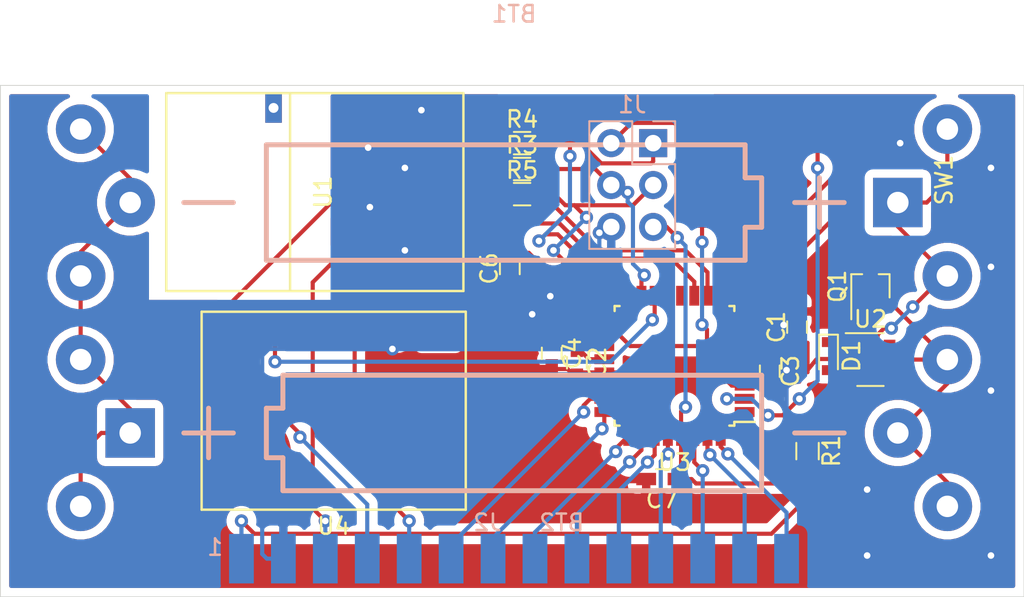
<source format=kicad_pcb>
(kicad_pcb (version 20171130) (host pcbnew 5.1.5-52549c5~84~ubuntu19.04.1)

  (general
    (thickness 1.6)
    (drawings 4)
    (tracks 382)
    (zones 0)
    (modules 21)
    (nets 37)
  )

  (page A4)
  (layers
    (0 F.Cu signal)
    (31 B.Cu signal)
    (32 B.Adhes user)
    (33 F.Adhes user)
    (34 B.Paste user)
    (35 F.Paste user)
    (36 B.SilkS user)
    (37 F.SilkS user)
    (38 B.Mask user)
    (39 F.Mask user)
    (40 Dwgs.User user)
    (41 Cmts.User user)
    (42 Eco1.User user)
    (43 Eco2.User user)
    (44 Edge.Cuts user)
    (45 Margin user)
    (46 B.CrtYd user)
    (47 F.CrtYd user)
    (48 B.Fab user)
    (49 F.Fab user)
  )

  (setup
    (last_trace_width 0.25)
    (trace_clearance 0.25)
    (zone_clearance 0.508)
    (zone_45_only no)
    (trace_min 0.25)
    (via_size 0.8)
    (via_drill 0.4)
    (via_min_size 0.4)
    (via_min_drill 0.3)
    (uvia_size 0.3)
    (uvia_drill 0.1)
    (uvias_allowed no)
    (uvia_min_size 0.2)
    (uvia_min_drill 0.1)
    (edge_width 0.05)
    (segment_width 0.2)
    (pcb_text_width 0.3)
    (pcb_text_size 1.5 1.5)
    (mod_edge_width 0.12)
    (mod_text_size 1 1)
    (mod_text_width 0.15)
    (pad_size 1.524 1.524)
    (pad_drill 0.762)
    (pad_to_mask_clearance 0.051)
    (solder_mask_min_width 0.25)
    (aux_axis_origin 0 0)
    (visible_elements FFFFFF7F)
    (pcbplotparams
      (layerselection 0x010fc_ffffffff)
      (usegerberextensions false)
      (usegerberattributes false)
      (usegerberadvancedattributes false)
      (creategerberjobfile false)
      (excludeedgelayer true)
      (linewidth 0.100000)
      (plotframeref false)
      (viasonmask false)
      (mode 1)
      (useauxorigin false)
      (hpglpennumber 1)
      (hpglpenspeed 20)
      (hpglpendiameter 15.000000)
      (psnegative false)
      (psa4output false)
      (plotreference true)
      (plotvalue true)
      (plotinvisibletext false)
      (padsonsilk false)
      (subtractmaskfromsilk false)
      (outputformat 1)
      (mirror false)
      (drillshape 1)
      (scaleselection 1)
      (outputdirectory ""))
  )

  (net 0 "")
  (net 1 VCC)
  (net 2 "Net-(BT1-Pad2)")
  (net 3 "Net-(BT2-Pad2)")
  (net 4 GND)
  (net 5 "Net-(C2-Pad1)")
  (net 6 Reset)
  (net 7 "Net-(D1-Pad1)")
  (net 8 ISP_MISO)
  (net 9 ISP_SCK)
  (net 10 MOSI)
  (net 11 MISO)
  (net 12 SCK)
  (net 13 CE)
  (net 14 NRF24_CS)
  (net 15 IRQ)
  (net 16 "Net-(U2-Pad6)")
  (net 17 "Net-(U2-Pad4)")
  (net 18 "Net-(U3-Pad22)")
  (net 19 "Net-(U3-Pad19)")
  (net 20 BME280_CS)
  (net 21 "Net-(U3-Pad12)")
  (net 22 "Net-(U3-Pad1)")
  (net 23 PC0)
  (net 24 PC1)
  (net 25 PC2)
  (net 26 PC3)
  (net 27 PC4)
  (net 28 PC5)
  (net 29 PD0)
  (net 30 PD1)
  (net 31 PD2)
  (net 32 "Net-(U3-Pad13)")
  (net 33 ISP_MOSI)
  (net 34 pin_prog_1)
  (net 35 pin_prog_3)
  (net 36 pin_prog_2)

  (net_class Default "This is the default net class."
    (clearance 0.25)
    (trace_width 0.25)
    (via_dia 0.8)
    (via_drill 0.4)
    (uvia_dia 0.3)
    (uvia_drill 0.1)
    (diff_pair_width 0.25)
    (diff_pair_gap 0.25)
    (add_net BME280_CS)
    (add_net CE)
    (add_net GND)
    (add_net IRQ)
    (add_net ISP_MISO)
    (add_net ISP_MOSI)
    (add_net ISP_SCK)
    (add_net MISO)
    (add_net MOSI)
    (add_net NRF24_CS)
    (add_net "Net-(BT1-Pad2)")
    (add_net "Net-(BT2-Pad2)")
    (add_net "Net-(C2-Pad1)")
    (add_net "Net-(D1-Pad1)")
    (add_net "Net-(U2-Pad4)")
    (add_net "Net-(U2-Pad6)")
    (add_net "Net-(U3-Pad1)")
    (add_net "Net-(U3-Pad12)")
    (add_net "Net-(U3-Pad13)")
    (add_net "Net-(U3-Pad19)")
    (add_net "Net-(U3-Pad22)")
    (add_net PC0)
    (add_net PC1)
    (add_net PC2)
    (add_net PC3)
    (add_net PC4)
    (add_net PC5)
    (add_net PD0)
    (add_net PD1)
    (add_net PD2)
    (add_net Reset)
    (add_net SCK)
    (add_net VCC)
    (add_net pin_prog_1)
    (add_net pin_prog_2)
    (add_net pin_prog_3)
  )

  (module Housings_QFP:LQFP-32_7x7mm_Pitch0.8mm (layer F.Cu) (tedit 54130A77) (tstamp 5E7A7954)
    (at 127.83 48 180)
    (descr "LQFP32: plastic low profile quad flat package; 32 leads; body 7 x 7 x 1.4 mm (see NXP sot358-1_po.pdf and sot358-1_fr.pdf)")
    (tags "QFP 0.8")
    (path /5E857B8D)
    (attr smd)
    (fp_text reference U3 (at 0 -5.85) (layer F.SilkS)
      (effects (font (size 1 1) (thickness 0.15)))
    )
    (fp_text value ATmega48PA-AU (at 0 5.85) (layer F.Fab)
      (effects (font (size 1 1) (thickness 0.15)))
    )
    (fp_text user %R (at 0 0) (layer F.Fab)
      (effects (font (size 1 1) (thickness 0.15)))
    )
    (fp_line (start -2.5 -3.5) (end 3.5 -3.5) (layer F.Fab) (width 0.15))
    (fp_line (start 3.5 -3.5) (end 3.5 3.5) (layer F.Fab) (width 0.15))
    (fp_line (start 3.5 3.5) (end -3.5 3.5) (layer F.Fab) (width 0.15))
    (fp_line (start -3.5 3.5) (end -3.5 -2.5) (layer F.Fab) (width 0.15))
    (fp_line (start -3.5 -2.5) (end -2.5 -3.5) (layer F.Fab) (width 0.15))
    (fp_line (start -5.1 -5.1) (end -5.1 5.1) (layer F.CrtYd) (width 0.05))
    (fp_line (start 5.1 -5.1) (end 5.1 5.1) (layer F.CrtYd) (width 0.05))
    (fp_line (start -5.1 -5.1) (end 5.1 -5.1) (layer F.CrtYd) (width 0.05))
    (fp_line (start -5.1 5.1) (end 5.1 5.1) (layer F.CrtYd) (width 0.05))
    (fp_line (start -3.625 -3.625) (end -3.625 -3.4) (layer F.SilkS) (width 0.15))
    (fp_line (start 3.625 -3.625) (end 3.625 -3.325) (layer F.SilkS) (width 0.15))
    (fp_line (start 3.625 3.625) (end 3.625 3.325) (layer F.SilkS) (width 0.15))
    (fp_line (start -3.625 3.625) (end -3.625 3.325) (layer F.SilkS) (width 0.15))
    (fp_line (start -3.625 -3.625) (end -3.325 -3.625) (layer F.SilkS) (width 0.15))
    (fp_line (start -3.625 3.625) (end -3.325 3.625) (layer F.SilkS) (width 0.15))
    (fp_line (start 3.625 3.625) (end 3.325 3.625) (layer F.SilkS) (width 0.15))
    (fp_line (start 3.625 -3.625) (end 3.325 -3.625) (layer F.SilkS) (width 0.15))
    (fp_line (start -3.625 -3.4) (end -4.85 -3.4) (layer F.SilkS) (width 0.15))
    (pad 1 smd rect (at -4.25 -2.8 180) (size 1.2 0.6) (layers F.Cu F.Paste F.Mask)
      (net 22 "Net-(U3-Pad1)"))
    (pad 2 smd rect (at -4.25 -2 180) (size 1.2 0.6) (layers F.Cu F.Paste F.Mask)
      (net 35 pin_prog_3))
    (pad 3 smd rect (at -4.25 -1.2 180) (size 1.2 0.6) (layers F.Cu F.Paste F.Mask)
      (net 4 GND))
    (pad 4 smd rect (at -4.25 -0.4 180) (size 1.2 0.6) (layers F.Cu F.Paste F.Mask)
      (net 1 VCC))
    (pad 5 smd rect (at -4.25 0.4 180) (size 1.2 0.6) (layers F.Cu F.Paste F.Mask)
      (net 4 GND))
    (pad 6 smd rect (at -4.25 1.2 180) (size 1.2 0.6) (layers F.Cu F.Paste F.Mask)
      (net 1 VCC))
    (pad 7 smd rect (at -4.25 2 180) (size 1.2 0.6) (layers F.Cu F.Paste F.Mask)
      (net 34 pin_prog_1))
    (pad 8 smd rect (at -4.25 2.8 180) (size 1.2 0.6) (layers F.Cu F.Paste F.Mask)
      (net 36 pin_prog_2))
    (pad 9 smd rect (at -2.8 4.25 270) (size 1.2 0.6) (layers F.Cu F.Paste F.Mask)
      (net 15 IRQ))
    (pad 10 smd rect (at -2 4.25 270) (size 1.2 0.6) (layers F.Cu F.Paste F.Mask)
      (net 14 NRF24_CS))
    (pad 11 smd rect (at -1.2 4.25 270) (size 1.2 0.6) (layers F.Cu F.Paste F.Mask)
      (net 13 CE))
    (pad 12 smd rect (at -0.4 4.25 270) (size 1.2 0.6) (layers F.Cu F.Paste F.Mask)
      (net 21 "Net-(U3-Pad12)"))
    (pad 13 smd rect (at 0.4 4.25 270) (size 1.2 0.6) (layers F.Cu F.Paste F.Mask)
      (net 32 "Net-(U3-Pad13)"))
    (pad 14 smd rect (at 1.2 4.25 270) (size 1.2 0.6) (layers F.Cu F.Paste F.Mask)
      (net 20 BME280_CS))
    (pad 15 smd rect (at 2 4.25 270) (size 1.2 0.6) (layers F.Cu F.Paste F.Mask)
      (net 33 ISP_MOSI))
    (pad 16 smd rect (at 2.8 4.25 270) (size 1.2 0.6) (layers F.Cu F.Paste F.Mask)
      (net 8 ISP_MISO))
    (pad 17 smd rect (at 4.25 2.8 180) (size 1.2 0.6) (layers F.Cu F.Paste F.Mask)
      (net 9 ISP_SCK))
    (pad 18 smd rect (at 4.25 2 180) (size 1.2 0.6) (layers F.Cu F.Paste F.Mask)
      (net 1 VCC))
    (pad 19 smd rect (at 4.25 1.2 180) (size 1.2 0.6) (layers F.Cu F.Paste F.Mask)
      (net 19 "Net-(U3-Pad19)"))
    (pad 20 smd rect (at 4.25 0.4 180) (size 1.2 0.6) (layers F.Cu F.Paste F.Mask)
      (net 5 "Net-(C2-Pad1)"))
    (pad 21 smd rect (at 4.25 -0.4 180) (size 1.2 0.6) (layers F.Cu F.Paste F.Mask)
      (net 4 GND))
    (pad 22 smd rect (at 4.25 -1.2 180) (size 1.2 0.6) (layers F.Cu F.Paste F.Mask)
      (net 18 "Net-(U3-Pad22)"))
    (pad 23 smd rect (at 4.25 -2 180) (size 1.2 0.6) (layers F.Cu F.Paste F.Mask)
      (net 23 PC0))
    (pad 24 smd rect (at 4.25 -2.8 180) (size 1.2 0.6) (layers F.Cu F.Paste F.Mask)
      (net 24 PC1))
    (pad 25 smd rect (at 2.8 -4.25 270) (size 1.2 0.6) (layers F.Cu F.Paste F.Mask)
      (net 25 PC2))
    (pad 26 smd rect (at 2 -4.25 270) (size 1.2 0.6) (layers F.Cu F.Paste F.Mask)
      (net 26 PC3))
    (pad 27 smd rect (at 1.2 -4.25 270) (size 1.2 0.6) (layers F.Cu F.Paste F.Mask)
      (net 27 PC4))
    (pad 28 smd rect (at 0.4 -4.25 270) (size 1.2 0.6) (layers F.Cu F.Paste F.Mask)
      (net 28 PC5))
    (pad 29 smd rect (at -0.4 -4.25 270) (size 1.2 0.6) (layers F.Cu F.Paste F.Mask)
      (net 6 Reset))
    (pad 30 smd rect (at -1.2 -4.25 270) (size 1.2 0.6) (layers F.Cu F.Paste F.Mask)
      (net 29 PD0))
    (pad 31 smd rect (at -2 -4.25 270) (size 1.2 0.6) (layers F.Cu F.Paste F.Mask)
      (net 30 PD1))
    (pad 32 smd rect (at -2.8 -4.25 270) (size 1.2 0.6) (layers F.Cu F.Paste F.Mask)
      (net 31 PD2))
    (model ${KISYS3DMOD}/Housings_QFP.3dshapes/LQFP-32_7x7mm_Pitch0.8mm.wrl
      (at (xyz 0 0 0))
      (scale (xyz 1 1 1))
      (rotate (xyz 0 0 0))
    )
  )

  (module Capacitors_SMD:C_0603_HandSoldering (layer F.Cu) (tedit 58AA848B) (tstamp 5E7A2D4B)
    (at 135.255 45.654 90)
    (descr "Capacitor SMD 0603, hand soldering")
    (tags "capacitor 0603")
    (path /5E5D6526)
    (attr smd)
    (fp_text reference C1 (at 0 -1.25 90) (layer F.SilkS)
      (effects (font (size 1 1) (thickness 0.15)))
    )
    (fp_text value 10uF (at 0 1.5 90) (layer F.Fab)
      (effects (font (size 1 1) (thickness 0.15)))
    )
    (fp_text user %R (at 0 -1.25 90) (layer F.Fab)
      (effects (font (size 1 1) (thickness 0.15)))
    )
    (fp_line (start -0.8 0.4) (end -0.8 -0.4) (layer F.Fab) (width 0.1))
    (fp_line (start 0.8 0.4) (end -0.8 0.4) (layer F.Fab) (width 0.1))
    (fp_line (start 0.8 -0.4) (end 0.8 0.4) (layer F.Fab) (width 0.1))
    (fp_line (start -0.8 -0.4) (end 0.8 -0.4) (layer F.Fab) (width 0.1))
    (fp_line (start -0.35 -0.6) (end 0.35 -0.6) (layer F.SilkS) (width 0.12))
    (fp_line (start 0.35 0.6) (end -0.35 0.6) (layer F.SilkS) (width 0.12))
    (fp_line (start -1.8 -0.65) (end 1.8 -0.65) (layer F.CrtYd) (width 0.05))
    (fp_line (start -1.8 -0.65) (end -1.8 0.65) (layer F.CrtYd) (width 0.05))
    (fp_line (start 1.8 0.65) (end 1.8 -0.65) (layer F.CrtYd) (width 0.05))
    (fp_line (start 1.8 0.65) (end -1.8 0.65) (layer F.CrtYd) (width 0.05))
    (pad 1 smd rect (at -0.95 0 90) (size 1.2 0.75) (layers F.Cu F.Paste F.Mask)
      (net 1 VCC))
    (pad 2 smd rect (at 0.95 0 90) (size 1.2 0.75) (layers F.Cu F.Paste F.Mask)
      (net 4 GND))
    (model Capacitors_SMD.3dshapes/C_0603.wrl
      (at (xyz 0 0 0))
      (scale (xyz 1 1 1))
      (rotate (xyz 0 0 0))
    )
  )

  (module Capacitors_SMD:C_0603_HandSoldering (layer F.Cu) (tedit 58AA848B) (tstamp 5E7A79E8)
    (at 121.92 47.813 270)
    (descr "Capacitor SMD 0603, hand soldering")
    (tags "capacitor 0603")
    (path /5E863B11)
    (attr smd)
    (fp_text reference C2 (at 0 -1.25 90) (layer F.SilkS)
      (effects (font (size 1 1) (thickness 0.15)))
    )
    (fp_text value 100n (at 0 1.5 90) (layer F.Fab)
      (effects (font (size 1 1) (thickness 0.15)))
    )
    (fp_text user %R (at 0 -1.25 90) (layer F.Fab)
      (effects (font (size 1 1) (thickness 0.15)))
    )
    (fp_line (start -0.8 0.4) (end -0.8 -0.4) (layer F.Fab) (width 0.1))
    (fp_line (start 0.8 0.4) (end -0.8 0.4) (layer F.Fab) (width 0.1))
    (fp_line (start 0.8 -0.4) (end 0.8 0.4) (layer F.Fab) (width 0.1))
    (fp_line (start -0.8 -0.4) (end 0.8 -0.4) (layer F.Fab) (width 0.1))
    (fp_line (start -0.35 -0.6) (end 0.35 -0.6) (layer F.SilkS) (width 0.12))
    (fp_line (start 0.35 0.6) (end -0.35 0.6) (layer F.SilkS) (width 0.12))
    (fp_line (start -1.8 -0.65) (end 1.8 -0.65) (layer F.CrtYd) (width 0.05))
    (fp_line (start -1.8 -0.65) (end -1.8 0.65) (layer F.CrtYd) (width 0.05))
    (fp_line (start 1.8 0.65) (end 1.8 -0.65) (layer F.CrtYd) (width 0.05))
    (fp_line (start 1.8 0.65) (end -1.8 0.65) (layer F.CrtYd) (width 0.05))
    (pad 1 smd rect (at -0.95 0 270) (size 1.2 0.75) (layers F.Cu F.Paste F.Mask)
      (net 5 "Net-(C2-Pad1)"))
    (pad 2 smd rect (at 0.95 0 270) (size 1.2 0.75) (layers F.Cu F.Paste F.Mask)
      (net 4 GND))
    (model Capacitors_SMD.3dshapes/C_0603.wrl
      (at (xyz 0 0 0))
      (scale (xyz 1 1 1))
      (rotate (xyz 0 0 0))
    )
  )

  (module Capacitors_SMD:C_0603_HandSoldering (layer F.Cu) (tedit 58AA848B) (tstamp 5E7B0144)
    (at 133.604 48.326 270)
    (descr "Capacitor SMD 0603, hand soldering")
    (tags "capacitor 0603")
    (path /5E888344)
    (attr smd)
    (fp_text reference C3 (at 0 -1.25 90) (layer F.SilkS)
      (effects (font (size 1 1) (thickness 0.15)))
    )
    (fp_text value 100n (at 0 1.5 90) (layer F.Fab)
      (effects (font (size 1 1) (thickness 0.15)))
    )
    (fp_text user %R (at 0 -1.25 90) (layer F.Fab)
      (effects (font (size 1 1) (thickness 0.15)))
    )
    (fp_line (start -0.8 0.4) (end -0.8 -0.4) (layer F.Fab) (width 0.1))
    (fp_line (start 0.8 0.4) (end -0.8 0.4) (layer F.Fab) (width 0.1))
    (fp_line (start 0.8 -0.4) (end 0.8 0.4) (layer F.Fab) (width 0.1))
    (fp_line (start -0.8 -0.4) (end 0.8 -0.4) (layer F.Fab) (width 0.1))
    (fp_line (start -0.35 -0.6) (end 0.35 -0.6) (layer F.SilkS) (width 0.12))
    (fp_line (start 0.35 0.6) (end -0.35 0.6) (layer F.SilkS) (width 0.12))
    (fp_line (start -1.8 -0.65) (end 1.8 -0.65) (layer F.CrtYd) (width 0.05))
    (fp_line (start -1.8 -0.65) (end -1.8 0.65) (layer F.CrtYd) (width 0.05))
    (fp_line (start 1.8 0.65) (end 1.8 -0.65) (layer F.CrtYd) (width 0.05))
    (fp_line (start 1.8 0.65) (end -1.8 0.65) (layer F.CrtYd) (width 0.05))
    (pad 1 smd rect (at -0.95 0 270) (size 1.2 0.75) (layers F.Cu F.Paste F.Mask)
      (net 1 VCC))
    (pad 2 smd rect (at 0.95 0 270) (size 1.2 0.75) (layers F.Cu F.Paste F.Mask)
      (net 4 GND))
    (model Capacitors_SMD.3dshapes/C_0603.wrl
      (at (xyz 0 0 0))
      (scale (xyz 1 1 1))
      (rotate (xyz 0 0 0))
    )
  )

  (module Capacitors_SMD:C_0603_HandSoldering (layer F.Cu) (tedit 58AA848B) (tstamp 5E7A143B)
    (at 117.856 42.098 90)
    (descr "Capacitor SMD 0603, hand soldering")
    (tags "capacitor 0603")
    (path /5E588ABC)
    (attr smd)
    (fp_text reference C6 (at 0 -1.25 90) (layer F.SilkS)
      (effects (font (size 1 1) (thickness 0.15)))
    )
    (fp_text value 100n (at 0 1.5 90) (layer F.Fab)
      (effects (font (size 1 1) (thickness 0.15)))
    )
    (fp_text user %R (at 0 -1.25 90) (layer F.Fab)
      (effects (font (size 1 1) (thickness 0.15)))
    )
    (fp_line (start -0.8 0.4) (end -0.8 -0.4) (layer F.Fab) (width 0.1))
    (fp_line (start 0.8 0.4) (end -0.8 0.4) (layer F.Fab) (width 0.1))
    (fp_line (start 0.8 -0.4) (end 0.8 0.4) (layer F.Fab) (width 0.1))
    (fp_line (start -0.8 -0.4) (end 0.8 -0.4) (layer F.Fab) (width 0.1))
    (fp_line (start -0.35 -0.6) (end 0.35 -0.6) (layer F.SilkS) (width 0.12))
    (fp_line (start 0.35 0.6) (end -0.35 0.6) (layer F.SilkS) (width 0.12))
    (fp_line (start -1.8 -0.65) (end 1.8 -0.65) (layer F.CrtYd) (width 0.05))
    (fp_line (start -1.8 -0.65) (end -1.8 0.65) (layer F.CrtYd) (width 0.05))
    (fp_line (start 1.8 0.65) (end 1.8 -0.65) (layer F.CrtYd) (width 0.05))
    (fp_line (start 1.8 0.65) (end -1.8 0.65) (layer F.CrtYd) (width 0.05))
    (pad 1 smd rect (at -0.95 0 90) (size 1.2 0.75) (layers F.Cu F.Paste F.Mask)
      (net 1 VCC))
    (pad 2 smd rect (at 0.95 0 90) (size 1.2 0.75) (layers F.Cu F.Paste F.Mask)
      (net 4 GND))
    (model Capacitors_SMD.3dshapes/C_0603.wrl
      (at (xyz 0 0 0))
      (scale (xyz 1 1 1))
      (rotate (xyz 0 0 0))
    )
  )

  (module Capacitors_SMD:C_0603_HandSoldering (layer F.Cu) (tedit 58AA848B) (tstamp 5E7A144C)
    (at 127.066 54.864 180)
    (descr "Capacitor SMD 0603, hand soldering")
    (tags "capacitor 0603")
    (path /5E81E0CA)
    (attr smd)
    (fp_text reference C7 (at 0 -1.25) (layer F.SilkS)
      (effects (font (size 1 1) (thickness 0.15)))
    )
    (fp_text value 100n (at 0 1.5) (layer F.Fab)
      (effects (font (size 1 1) (thickness 0.15)))
    )
    (fp_text user %R (at 0 -1.25) (layer F.Fab)
      (effects (font (size 1 1) (thickness 0.15)))
    )
    (fp_line (start -0.8 0.4) (end -0.8 -0.4) (layer F.Fab) (width 0.1))
    (fp_line (start 0.8 0.4) (end -0.8 0.4) (layer F.Fab) (width 0.1))
    (fp_line (start 0.8 -0.4) (end 0.8 0.4) (layer F.Fab) (width 0.1))
    (fp_line (start -0.8 -0.4) (end 0.8 -0.4) (layer F.Fab) (width 0.1))
    (fp_line (start -0.35 -0.6) (end 0.35 -0.6) (layer F.SilkS) (width 0.12))
    (fp_line (start 0.35 0.6) (end -0.35 0.6) (layer F.SilkS) (width 0.12))
    (fp_line (start -1.8 -0.65) (end 1.8 -0.65) (layer F.CrtYd) (width 0.05))
    (fp_line (start -1.8 -0.65) (end -1.8 0.65) (layer F.CrtYd) (width 0.05))
    (fp_line (start 1.8 0.65) (end 1.8 -0.65) (layer F.CrtYd) (width 0.05))
    (fp_line (start 1.8 0.65) (end -1.8 0.65) (layer F.CrtYd) (width 0.05))
    (pad 1 smd rect (at -0.95 0 180) (size 1.2 0.75) (layers F.Cu F.Paste F.Mask)
      (net 6 Reset))
    (pad 2 smd rect (at 0.95 0 180) (size 1.2 0.75) (layers F.Cu F.Paste F.Mask)
      (net 4 GND))
    (model Capacitors_SMD.3dshapes/C_0603.wrl
      (at (xyz 0 0 0))
      (scale (xyz 1 1 1))
      (rotate (xyz 0 0 0))
    )
  )

  (module Diodes_SMD:D_0603 (layer F.Cu) (tedit 590CE922) (tstamp 5E7A2C47)
    (at 137.16 47.41 270)
    (descr "Diode SMD in 0603 package http://datasheets.avx.com/schottky.pdf")
    (tags "smd diode")
    (path /5E5B4A6A)
    (attr smd)
    (fp_text reference D1 (at 0 -1.4 90) (layer F.SilkS)
      (effects (font (size 1 1) (thickness 0.15)))
    )
    (fp_text value " ESDZL5-1F4" (at 0 1.4 90) (layer F.Fab)
      (effects (font (size 1 1) (thickness 0.15)))
    )
    (fp_text user %R (at 0 -1.4 90) (layer F.Fab)
      (effects (font (size 1 1) (thickness 0.15)))
    )
    (fp_line (start -1.3 -0.57) (end -1.3 0.57) (layer F.SilkS) (width 0.12))
    (fp_line (start 1.4 0.67) (end 1.4 -0.67) (layer F.CrtYd) (width 0.05))
    (fp_line (start -1.4 0.67) (end 1.4 0.67) (layer F.CrtYd) (width 0.05))
    (fp_line (start -1.4 -0.67) (end -1.4 0.67) (layer F.CrtYd) (width 0.05))
    (fp_line (start 1.4 -0.67) (end -1.4 -0.67) (layer F.CrtYd) (width 0.05))
    (fp_line (start 0.2 0) (end 0.4 0) (layer F.Fab) (width 0.1))
    (fp_line (start -0.1 0) (end -0.3 0) (layer F.Fab) (width 0.1))
    (fp_line (start -0.1 -0.2) (end -0.1 0.2) (layer F.Fab) (width 0.1))
    (fp_line (start 0.2 0.2) (end 0.2 -0.2) (layer F.Fab) (width 0.1))
    (fp_line (start -0.1 0) (end 0.2 0.2) (layer F.Fab) (width 0.1))
    (fp_line (start 0.2 -0.2) (end -0.1 0) (layer F.Fab) (width 0.1))
    (fp_line (start -0.8 0.45) (end -0.8 -0.45) (layer F.Fab) (width 0.1))
    (fp_line (start 0.8 0.45) (end -0.8 0.45) (layer F.Fab) (width 0.1))
    (fp_line (start 0.8 -0.45) (end 0.8 0.45) (layer F.Fab) (width 0.1))
    (fp_line (start -0.8 -0.45) (end 0.8 -0.45) (layer F.Fab) (width 0.1))
    (fp_line (start -1.3 0.57) (end 0.8 0.57) (layer F.SilkS) (width 0.12))
    (fp_line (start -1.3 -0.57) (end 0.8 -0.57) (layer F.SilkS) (width 0.12))
    (pad 1 smd rect (at -0.85 0 270) (size 0.6 0.8) (layers F.Cu F.Paste F.Mask)
      (net 7 "Net-(D1-Pad1)"))
    (pad 2 smd rect (at 0.85 0 270) (size 0.6 0.8) (layers F.Cu F.Paste F.Mask)
      (net 3 "Net-(BT2-Pad2)"))
    (model ${KISYS3DMOD}/Diodes_SMD.3dshapes/D_0603.wrl
      (at (xyz 0 0 0))
      (scale (xyz 1 1 1))
      (rotate (xyz 0 0 0))
    )
  )

  (module Pin_Headers:Pin_Header_Straight_2x03_Pitch2.54mm (layer B.Cu) (tedit 59650532) (tstamp 5E7A8215)
    (at 126.54 34.5 180)
    (descr "Through hole straight pin header, 2x03, 2.54mm pitch, double rows")
    (tags "Through hole pin header THT 2x03 2.54mm double row")
    (path /5E81C273)
    (fp_text reference J1 (at 1.27 2.33) (layer B.SilkS)
      (effects (font (size 1 1) (thickness 0.15)) (justify mirror))
    )
    (fp_text value Conn_02x03_Odd_Even (at 1.27 -7.41) (layer B.Fab)
      (effects (font (size 1 1) (thickness 0.15)) (justify mirror))
    )
    (fp_line (start 0 1.27) (end 3.81 1.27) (layer B.Fab) (width 0.1))
    (fp_line (start 3.81 1.27) (end 3.81 -6.35) (layer B.Fab) (width 0.1))
    (fp_line (start 3.81 -6.35) (end -1.27 -6.35) (layer B.Fab) (width 0.1))
    (fp_line (start -1.27 -6.35) (end -1.27 0) (layer B.Fab) (width 0.1))
    (fp_line (start -1.27 0) (end 0 1.27) (layer B.Fab) (width 0.1))
    (fp_line (start -1.33 -6.41) (end 3.87 -6.41) (layer B.SilkS) (width 0.12))
    (fp_line (start -1.33 -1.27) (end -1.33 -6.41) (layer B.SilkS) (width 0.12))
    (fp_line (start 3.87 1.33) (end 3.87 -6.41) (layer B.SilkS) (width 0.12))
    (fp_line (start -1.33 -1.27) (end 1.27 -1.27) (layer B.SilkS) (width 0.12))
    (fp_line (start 1.27 -1.27) (end 1.27 1.33) (layer B.SilkS) (width 0.12))
    (fp_line (start 1.27 1.33) (end 3.87 1.33) (layer B.SilkS) (width 0.12))
    (fp_line (start -1.33 0) (end -1.33 1.33) (layer B.SilkS) (width 0.12))
    (fp_line (start -1.33 1.33) (end 0 1.33) (layer B.SilkS) (width 0.12))
    (fp_line (start -1.8 1.8) (end -1.8 -6.85) (layer B.CrtYd) (width 0.05))
    (fp_line (start -1.8 -6.85) (end 4.35 -6.85) (layer B.CrtYd) (width 0.05))
    (fp_line (start 4.35 -6.85) (end 4.35 1.8) (layer B.CrtYd) (width 0.05))
    (fp_line (start 4.35 1.8) (end -1.8 1.8) (layer B.CrtYd) (width 0.05))
    (fp_text user %R (at 1.27 -2.54 180) (layer B.Fab)
      (effects (font (size 1 1) (thickness 0.15)) (justify mirror))
    )
    (pad 1 thru_hole rect (at 0 0 180) (size 1.7 1.7) (drill 1) (layers *.Cu *.Mask)
      (net 8 ISP_MISO))
    (pad 2 thru_hole oval (at 2.54 0 180) (size 1.7 1.7) (drill 1) (layers *.Cu *.Mask)
      (net 1 VCC))
    (pad 3 thru_hole oval (at 0 -2.54 180) (size 1.7 1.7) (drill 1) (layers *.Cu *.Mask)
      (net 9 ISP_SCK))
    (pad 4 thru_hole oval (at 2.54 -2.54 180) (size 1.7 1.7) (drill 1) (layers *.Cu *.Mask)
      (net 33 ISP_MOSI))
    (pad 5 thru_hole oval (at 0 -5.08 180) (size 1.7 1.7) (drill 1) (layers *.Cu *.Mask)
      (net 6 Reset))
    (pad 6 thru_hole oval (at 2.54 -5.08 180) (size 1.7 1.7) (drill 1) (layers *.Cu *.Mask)
      (net 4 GND))
    (model ${KISYS3DMOD}/Pin_Headers.3dshapes/Pin_Header_Straight_2x03_Pitch2.54mm.wrl
      (at (xyz 0 0 0))
      (scale (xyz 1 1 1))
      (rotate (xyz 0 0 0))
    )
  )

  (module Resistors_SMD:R_0603_HandSoldering (layer F.Cu) (tedit 58E0A804) (tstamp 5E7A4C3D)
    (at 135.89 53.17 270)
    (descr "Resistor SMD 0603, hand soldering")
    (tags "resistor 0603")
    (path /5E8179ED)
    (attr smd)
    (fp_text reference R1 (at 0 -1.45 90) (layer F.SilkS)
      (effects (font (size 1 1) (thickness 0.15)))
    )
    (fp_text value 4k7 (at 0 1.55 90) (layer F.Fab)
      (effects (font (size 1 1) (thickness 0.15)))
    )
    (fp_text user %R (at 0 0 90) (layer F.Fab)
      (effects (font (size 0.4 0.4) (thickness 0.075)))
    )
    (fp_line (start -0.8 0.4) (end -0.8 -0.4) (layer F.Fab) (width 0.1))
    (fp_line (start 0.8 0.4) (end -0.8 0.4) (layer F.Fab) (width 0.1))
    (fp_line (start 0.8 -0.4) (end 0.8 0.4) (layer F.Fab) (width 0.1))
    (fp_line (start -0.8 -0.4) (end 0.8 -0.4) (layer F.Fab) (width 0.1))
    (fp_line (start 0.5 0.68) (end -0.5 0.68) (layer F.SilkS) (width 0.12))
    (fp_line (start -0.5 -0.68) (end 0.5 -0.68) (layer F.SilkS) (width 0.12))
    (fp_line (start -1.96 -0.7) (end 1.95 -0.7) (layer F.CrtYd) (width 0.05))
    (fp_line (start -1.96 -0.7) (end -1.96 0.7) (layer F.CrtYd) (width 0.05))
    (fp_line (start 1.95 0.7) (end 1.95 -0.7) (layer F.CrtYd) (width 0.05))
    (fp_line (start 1.95 0.7) (end -1.96 0.7) (layer F.CrtYd) (width 0.05))
    (pad 1 smd rect (at -1.1 0 270) (size 1.2 0.9) (layers F.Cu F.Paste F.Mask)
      (net 1 VCC))
    (pad 2 smd rect (at 1.1 0 270) (size 1.2 0.9) (layers F.Cu F.Paste F.Mask)
      (net 6 Reset))
    (model ${KISYS3DMOD}/Resistors_SMD.3dshapes/R_0603.wrl
      (at (xyz 0 0 0))
      (scale (xyz 1 1 1))
      (rotate (xyz 0 0 0))
    )
  )

  (module Resistors_SMD:R_0603_HandSoldering (layer F.Cu) (tedit 58E0A804) (tstamp 5E7A71E9)
    (at 118.6 36.068)
    (descr "Resistor SMD 0603, hand soldering")
    (tags "resistor 0603")
    (path /5E925192)
    (attr smd)
    (fp_text reference R3 (at 0 -1.45) (layer F.SilkS)
      (effects (font (size 1 1) (thickness 0.15)))
    )
    (fp_text value 330 (at 0 1.55) (layer F.Fab)
      (effects (font (size 1 1) (thickness 0.15)))
    )
    (fp_text user %R (at 0 0) (layer F.Fab)
      (effects (font (size 0.4 0.4) (thickness 0.075)))
    )
    (fp_line (start -0.8 0.4) (end -0.8 -0.4) (layer F.Fab) (width 0.1))
    (fp_line (start 0.8 0.4) (end -0.8 0.4) (layer F.Fab) (width 0.1))
    (fp_line (start 0.8 -0.4) (end 0.8 0.4) (layer F.Fab) (width 0.1))
    (fp_line (start -0.8 -0.4) (end 0.8 -0.4) (layer F.Fab) (width 0.1))
    (fp_line (start 0.5 0.68) (end -0.5 0.68) (layer F.SilkS) (width 0.12))
    (fp_line (start -0.5 -0.68) (end 0.5 -0.68) (layer F.SilkS) (width 0.12))
    (fp_line (start -1.96 -0.7) (end 1.95 -0.7) (layer F.CrtYd) (width 0.05))
    (fp_line (start -1.96 -0.7) (end -1.96 0.7) (layer F.CrtYd) (width 0.05))
    (fp_line (start 1.95 0.7) (end 1.95 -0.7) (layer F.CrtYd) (width 0.05))
    (fp_line (start 1.95 0.7) (end -1.96 0.7) (layer F.CrtYd) (width 0.05))
    (pad 1 smd rect (at -1.1 0) (size 1.2 0.9) (layers F.Cu F.Paste F.Mask)
      (net 10 MOSI))
    (pad 2 smd rect (at 1.1 0) (size 1.2 0.9) (layers F.Cu F.Paste F.Mask)
      (net 33 ISP_MOSI))
    (model ${KISYS3DMOD}/Resistors_SMD.3dshapes/R_0603.wrl
      (at (xyz 0 0 0))
      (scale (xyz 1 1 1))
      (rotate (xyz 0 0 0))
    )
  )

  (module Resistors_SMD:R_0603_HandSoldering (layer F.Cu) (tedit 58E0A804) (tstamp 5E7A3F13)
    (at 118.6 34.5)
    (descr "Resistor SMD 0603, hand soldering")
    (tags "resistor 0603")
    (path /5E92566D)
    (attr smd)
    (fp_text reference R4 (at 0 -1.45) (layer F.SilkS)
      (effects (font (size 1 1) (thickness 0.15)))
    )
    (fp_text value 330 (at 0 1.55) (layer F.Fab)
      (effects (font (size 1 1) (thickness 0.15)))
    )
    (fp_text user %R (at 0 0) (layer F.Fab)
      (effects (font (size 0.4 0.4) (thickness 0.075)))
    )
    (fp_line (start -0.8 0.4) (end -0.8 -0.4) (layer F.Fab) (width 0.1))
    (fp_line (start 0.8 0.4) (end -0.8 0.4) (layer F.Fab) (width 0.1))
    (fp_line (start 0.8 -0.4) (end 0.8 0.4) (layer F.Fab) (width 0.1))
    (fp_line (start -0.8 -0.4) (end 0.8 -0.4) (layer F.Fab) (width 0.1))
    (fp_line (start 0.5 0.68) (end -0.5 0.68) (layer F.SilkS) (width 0.12))
    (fp_line (start -0.5 -0.68) (end 0.5 -0.68) (layer F.SilkS) (width 0.12))
    (fp_line (start -1.96 -0.7) (end 1.95 -0.7) (layer F.CrtYd) (width 0.05))
    (fp_line (start -1.96 -0.7) (end -1.96 0.7) (layer F.CrtYd) (width 0.05))
    (fp_line (start 1.95 0.7) (end 1.95 -0.7) (layer F.CrtYd) (width 0.05))
    (fp_line (start 1.95 0.7) (end -1.96 0.7) (layer F.CrtYd) (width 0.05))
    (pad 1 smd rect (at -1.1 0) (size 1.2 0.9) (layers F.Cu F.Paste F.Mask)
      (net 11 MISO))
    (pad 2 smd rect (at 1.1 0) (size 1.2 0.9) (layers F.Cu F.Paste F.Mask)
      (net 8 ISP_MISO))
    (model ${KISYS3DMOD}/Resistors_SMD.3dshapes/R_0603.wrl
      (at (xyz 0 0 0))
      (scale (xyz 1 1 1))
      (rotate (xyz 0 0 0))
    )
  )

  (module Resistors_SMD:R_0603_HandSoldering (layer F.Cu) (tedit 58E0A804) (tstamp 5E7A3F43)
    (at 118.6 37.592)
    (descr "Resistor SMD 0603, hand soldering")
    (tags "resistor 0603")
    (path /5E9299BA)
    (attr smd)
    (fp_text reference R5 (at 0 -1.45) (layer F.SilkS)
      (effects (font (size 1 1) (thickness 0.15)))
    )
    (fp_text value 330 (at 0 1.55) (layer F.Fab)
      (effects (font (size 1 1) (thickness 0.15)))
    )
    (fp_text user %R (at 0 0) (layer F.Fab)
      (effects (font (size 0.4 0.4) (thickness 0.075)))
    )
    (fp_line (start -0.8 0.4) (end -0.8 -0.4) (layer F.Fab) (width 0.1))
    (fp_line (start 0.8 0.4) (end -0.8 0.4) (layer F.Fab) (width 0.1))
    (fp_line (start 0.8 -0.4) (end 0.8 0.4) (layer F.Fab) (width 0.1))
    (fp_line (start -0.8 -0.4) (end 0.8 -0.4) (layer F.Fab) (width 0.1))
    (fp_line (start 0.5 0.68) (end -0.5 0.68) (layer F.SilkS) (width 0.12))
    (fp_line (start -0.5 -0.68) (end 0.5 -0.68) (layer F.SilkS) (width 0.12))
    (fp_line (start -1.96 -0.7) (end 1.95 -0.7) (layer F.CrtYd) (width 0.05))
    (fp_line (start -1.96 -0.7) (end -1.96 0.7) (layer F.CrtYd) (width 0.05))
    (fp_line (start 1.95 0.7) (end 1.95 -0.7) (layer F.CrtYd) (width 0.05))
    (fp_line (start 1.95 0.7) (end -1.96 0.7) (layer F.CrtYd) (width 0.05))
    (pad 1 smd rect (at -1.1 0) (size 1.2 0.9) (layers F.Cu F.Paste F.Mask)
      (net 12 SCK))
    (pad 2 smd rect (at 1.1 0) (size 1.2 0.9) (layers F.Cu F.Paste F.Mask)
      (net 9 ISP_SCK))
    (model ${KISYS3DMOD}/Resistors_SMD.3dshapes/R_0603.wrl
      (at (xyz 0 0 0))
      (scale (xyz 1 1 1))
      (rotate (xyz 0 0 0))
    )
  )

  (module Housings_SSOP:TSOP-5_1.65x3.05mm_Pitch0.95mm (layer F.Cu) (tedit 59EF70C1) (tstamp 5E7A2C89)
    (at 139.7 47.62)
    (descr "TSOP-5 package (comparable to TSOT-23), https://www.vishay.com/docs/71200/71200.pdf")
    (tags "Jedec MO-193C TSOP-5L")
    (path /5E8BAA55)
    (attr smd)
    (fp_text reference U2 (at 0 -2.45) (layer F.SilkS)
      (effects (font (size 1 1) (thickness 0.15)))
    )
    (fp_text value BU4920G-TR (at 0 2.5) (layer F.Fab)
      (effects (font (size 1 1) (thickness 0.15)))
    )
    (fp_text user %R (at 0 0 90) (layer F.Fab)
      (effects (font (size 0.5 0.5) (thickness 0.075)))
    )
    (fp_line (start -0.8 1.6) (end 0.8 1.6) (layer F.SilkS) (width 0.12))
    (fp_line (start 0.8 -1.6) (end -1.5 -1.6) (layer F.SilkS) (width 0.12))
    (fp_line (start -0.825 -1.1) (end -0.425 -1.525) (layer F.Fab) (width 0.1))
    (fp_line (start 0.825 -1.525) (end -0.425 -1.525) (layer F.Fab) (width 0.1))
    (fp_line (start -0.825 -1.1) (end -0.825 1.525) (layer F.Fab) (width 0.1))
    (fp_line (start 0.825 1.525) (end -0.825 1.525) (layer F.Fab) (width 0.1))
    (fp_line (start 0.825 -1.525) (end 0.825 1.525) (layer F.Fab) (width 0.1))
    (fp_line (start -1.76 -1.78) (end 1.76 -1.78) (layer F.CrtYd) (width 0.05))
    (fp_line (start -1.76 -1.78) (end -1.76 1.77) (layer F.CrtYd) (width 0.05))
    (fp_line (start 1.76 1.77) (end 1.76 -1.78) (layer F.CrtYd) (width 0.05))
    (fp_line (start 1.76 1.77) (end -1.76 1.77) (layer F.CrtYd) (width 0.05))
    (pad 1 smd rect (at -1.16 -0.95) (size 0.7 0.51) (layers F.Cu F.Paste F.Mask)
      (net 7 "Net-(D1-Pad1)"))
    (pad 2 smd rect (at -1.16 0) (size 0.7 0.51) (layers F.Cu F.Paste F.Mask)
      (net 1 VCC))
    (pad 3 smd rect (at -1.16 0.95) (size 0.7 0.51) (layers F.Cu F.Paste F.Mask)
      (net 3 "Net-(BT2-Pad2)"))
    (pad 4 smd rect (at 1.16 0.95) (size 0.7 0.51) (layers F.Cu F.Paste F.Mask)
      (net 17 "Net-(U2-Pad4)"))
    (pad 6 smd rect (at 1.16 -0.95) (size 0.7 0.51) (layers F.Cu F.Paste F.Mask)
      (net 16 "Net-(U2-Pad6)"))
    (model ${KISYS3DMOD}/Housings_SSOP.3dshapes/TSOP-5_1.65x3.05mm_Pitch0.95mm.wrl
      (at (xyz 0 0 0))
      (scale (xyz 1 1 1))
      (rotate (xyz 0 0 0))
    )
  )

  (module Capacitors_SMD:C_0603_HandSoldering (layer F.Cu) (tedit 58AA848B) (tstamp 5E7A78A4)
    (at 120.396 47.244 270)
    (descr "Capacitor SMD 0603, hand soldering")
    (tags "capacitor 0603")
    (path /5E817D49)
    (attr smd)
    (fp_text reference C4 (at 0 -1.25 90) (layer F.SilkS)
      (effects (font (size 1 1) (thickness 0.15)))
    )
    (fp_text value 100n (at 0 1.5 90) (layer F.Fab)
      (effects (font (size 1 1) (thickness 0.15)))
    )
    (fp_text user %R (at 0 -1.25 90) (layer F.Fab)
      (effects (font (size 1 1) (thickness 0.15)))
    )
    (fp_line (start -0.8 0.4) (end -0.8 -0.4) (layer F.Fab) (width 0.1))
    (fp_line (start 0.8 0.4) (end -0.8 0.4) (layer F.Fab) (width 0.1))
    (fp_line (start 0.8 -0.4) (end 0.8 0.4) (layer F.Fab) (width 0.1))
    (fp_line (start -0.8 -0.4) (end 0.8 -0.4) (layer F.Fab) (width 0.1))
    (fp_line (start -0.35 -0.6) (end 0.35 -0.6) (layer F.SilkS) (width 0.12))
    (fp_line (start 0.35 0.6) (end -0.35 0.6) (layer F.SilkS) (width 0.12))
    (fp_line (start -1.8 -0.65) (end 1.8 -0.65) (layer F.CrtYd) (width 0.05))
    (fp_line (start -1.8 -0.65) (end -1.8 0.65) (layer F.CrtYd) (width 0.05))
    (fp_line (start 1.8 0.65) (end 1.8 -0.65) (layer F.CrtYd) (width 0.05))
    (fp_line (start 1.8 0.65) (end -1.8 0.65) (layer F.CrtYd) (width 0.05))
    (pad 1 smd rect (at -0.95 0 270) (size 1.2 0.75) (layers F.Cu F.Paste F.Mask)
      (net 1 VCC))
    (pad 2 smd rect (at 0.95 0 270) (size 1.2 0.75) (layers F.Cu F.Paste F.Mask)
      (net 4 GND))
    (model Capacitors_SMD.3dshapes/C_0603.wrl
      (at (xyz 0 0 0))
      (scale (xyz 1 1 1))
      (rotate (xyz 0 0 0))
    )
  )

  (module footprints:aaa_holder_keystone_591+597 (layer B.Cu) (tedit 5E7A314B) (tstamp 5E7AFEE5)
    (at 118.11 38.1)
    (descr "Footprint for a AAA-battery holder using the Keystone 591 and 597")
    (path /5E5BF5B4)
    (fp_text reference BT1 (at 0 -11.43) (layer B.SilkS)
      (effects (font (size 1 1) (thickness 0.15)) (justify mirror))
    )
    (fp_text value "AAA battery" (at 0 -8.89) (layer B.Fab)
      (effects (font (size 1 1) (thickness 0.15)) (justify mirror))
    )
    (fp_line (start -17 0) (end -20 0) (layer B.SilkS) (width 0.3))
    (fp_line (start 18.5 1.5) (end 18.5 -1.5) (layer B.SilkS) (width 0.3))
    (fp_line (start 20 0) (end 17 0) (layer B.SilkS) (width 0.3))
    (fp_line (start 15 -1.5) (end 15 1.5) (layer B.SilkS) (width 0.3))
    (fp_line (start 14 -1.5) (end 15 -1.5) (layer B.SilkS) (width 0.3))
    (fp_line (start 14 -3.5) (end 14 -1.5) (layer B.SilkS) (width 0.3))
    (fp_line (start -15 -3.5) (end 14 -3.5) (layer B.SilkS) (width 0.3))
    (fp_line (start -15 3.5) (end -15 -3.5) (layer B.SilkS) (width 0.3))
    (fp_line (start 14 3.5) (end -15 3.5) (layer B.SilkS) (width 0.3))
    (fp_line (start 14 1.5) (end 14 3.5) (layer B.SilkS) (width 0.3))
    (fp_line (start 15 1.5) (end 14 1.5) (layer B.SilkS) (width 0.3))
    (fp_line (start -29.75 5.5) (end -29.75 -5.5) (layer B.CrtYd) (width 0.12))
    (fp_line (start -29.75 -5.5) (end 29.75 -5.5) (layer B.CrtYd) (width 0.12))
    (fp_line (start 29.75 -5.5) (end 29.75 5.5) (layer B.CrtYd) (width 0.12))
    (fp_line (start 29.75 5.5) (end -29.75 5.5) (layer B.CrtYd) (width 0.12))
    (pad 1 thru_hole circle (at 26.25 -4.45) (size 3 3) (drill 1.3) (layers *.Cu *.Mask)
      (net 1 VCC))
    (pad 1 thru_hole circle (at 26.25 4.45) (size 3 3) (drill 1.3) (layers *.Cu *.Mask)
      (net 1 VCC))
    (pad 2 thru_hole circle (at -26.25 -4.45) (size 3 3) (drill 1.3) (layers *.Cu *.Mask)
      (net 2 "Net-(BT1-Pad2)"))
    (pad 2 thru_hole circle (at -26.25 4.45) (size 3 3) (drill 1.3) (layers *.Cu *.Mask)
      (net 2 "Net-(BT1-Pad2)"))
    (pad 2 thru_hole circle (at -23.25 0) (size 3 3) (drill 1.3) (layers *.Cu *.Mask)
      (net 2 "Net-(BT1-Pad2)"))
    (pad 1 thru_hole rect (at 23.25 0) (size 3 3) (drill 1.3) (layers *.Cu *.Mask)
      (net 1 VCC))
  )

  (module footprints:aaa_holder_keystone_591+597 (layer B.Cu) (tedit 5E7A314B) (tstamp 5E7A6F56)
    (at 118.11 52.07 180)
    (descr "Footprint for a AAA-battery holder using the Keystone 591 and 597")
    (path /5E5C0221)
    (fp_text reference BT2 (at -2.89 -5.43) (layer B.SilkS)
      (effects (font (size 1 1) (thickness 0.15)) (justify mirror))
    )
    (fp_text value "AAA battery" (at 0 -8.89) (layer B.Fab)
      (effects (font (size 1 1) (thickness 0.15)) (justify mirror))
    )
    (fp_line (start 29.75 5.5) (end -29.75 5.5) (layer B.CrtYd) (width 0.12))
    (fp_line (start 29.75 -5.5) (end 29.75 5.5) (layer B.CrtYd) (width 0.12))
    (fp_line (start -29.75 -5.5) (end 29.75 -5.5) (layer B.CrtYd) (width 0.12))
    (fp_line (start -29.75 5.5) (end -29.75 -5.5) (layer B.CrtYd) (width 0.12))
    (fp_line (start 15 1.5) (end 14 1.5) (layer B.SilkS) (width 0.3))
    (fp_line (start 14 1.5) (end 14 3.5) (layer B.SilkS) (width 0.3))
    (fp_line (start 14 3.5) (end -15 3.5) (layer B.SilkS) (width 0.3))
    (fp_line (start -15 3.5) (end -15 -3.5) (layer B.SilkS) (width 0.3))
    (fp_line (start -15 -3.5) (end 14 -3.5) (layer B.SilkS) (width 0.3))
    (fp_line (start 14 -3.5) (end 14 -1.5) (layer B.SilkS) (width 0.3))
    (fp_line (start 14 -1.5) (end 15 -1.5) (layer B.SilkS) (width 0.3))
    (fp_line (start 15 -1.5) (end 15 1.5) (layer B.SilkS) (width 0.3))
    (fp_line (start 20 0) (end 17 0) (layer B.SilkS) (width 0.3))
    (fp_line (start 18.5 1.5) (end 18.5 -1.5) (layer B.SilkS) (width 0.3))
    (fp_line (start -17 0) (end -20 0) (layer B.SilkS) (width 0.3))
    (pad 1 thru_hole rect (at 23.25 0 180) (size 3 3) (drill 1.3) (layers *.Cu *.Mask)
      (net 2 "Net-(BT1-Pad2)"))
    (pad 2 thru_hole circle (at -23.25 0 180) (size 3 3) (drill 1.3) (layers *.Cu *.Mask)
      (net 3 "Net-(BT2-Pad2)"))
    (pad 2 thru_hole circle (at -26.25 4.45 180) (size 3 3) (drill 1.3) (layers *.Cu *.Mask)
      (net 3 "Net-(BT2-Pad2)"))
    (pad 2 thru_hole circle (at -26.25 -4.45 180) (size 3 3) (drill 1.3) (layers *.Cu *.Mask)
      (net 3 "Net-(BT2-Pad2)"))
    (pad 1 thru_hole circle (at 26.25 4.45 180) (size 3 3) (drill 1.3) (layers *.Cu *.Mask)
      (net 2 "Net-(BT1-Pad2)"))
    (pad 1 thru_hole circle (at 26.25 -4.45 180) (size 3 3) (drill 1.3) (layers *.Cu *.Mask)
      (net 2 "Net-(BT1-Pad2)"))
  )

  (module footprints:Pin_Header_Side_1x14_Pitch2.54mm_SMD (layer B.Cu) (tedit 5E7A229D) (tstamp 5E7A6F6E)
    (at 118.11 59.69)
    (path /5E93123D)
    (fp_text reference J2 (at -1.61 -2.19) (layer B.SilkS)
      (effects (font (size 1 1) (thickness 0.15)) (justify mirror))
    )
    (fp_text value Conn_01x14 (at 0 -2.54) (layer B.Fab)
      (effects (font (size 1 1) (thickness 0.15)) (justify mirror))
    )
    (fp_text user 1 (at -18.11 -0.69) (layer B.SilkS)
      (effects (font (size 1 1) (thickness 0.15)) (justify mirror))
    )
    (pad 1 smd rect (at -16.51 0) (size 1.5 3) (layers B.Cu B.Paste B.Mask)
      (net 1 VCC))
    (pad 2 smd rect (at -13.97 0) (size 1.5 3) (layers B.Cu B.Paste B.Mask)
      (net 4 GND))
    (pad 3 smd rect (at -11.43 0) (size 1.5 3) (layers B.Cu B.Paste B.Mask)
      (net 10 MOSI))
    (pad 4 smd rect (at -8.89 0) (size 1.5 3) (layers B.Cu B.Paste B.Mask)
      (net 11 MISO))
    (pad 5 smd rect (at -6.35 0) (size 1.5 3) (layers B.Cu B.Paste B.Mask)
      (net 12 SCK))
    (pad 6 smd rect (at -3.81 0) (size 1.5 3) (layers B.Cu B.Paste B.Mask)
      (net 23 PC0))
    (pad 7 smd rect (at -1.27 0) (size 1.5 3) (layers B.Cu B.Paste B.Mask)
      (net 24 PC1))
    (pad 8 smd rect (at 1.27 0) (size 1.5 3) (layers B.Cu B.Paste B.Mask)
      (net 25 PC2))
    (pad 9 smd rect (at 3.81 0) (size 1.5 3) (layers B.Cu B.Paste B.Mask)
      (net 26 PC3))
    (pad 10 smd rect (at 6.35 0) (size 1.5 3) (layers B.Cu B.Paste B.Mask)
      (net 27 PC4))
    (pad 11 smd rect (at 8.89 0) (size 1.5 3) (layers B.Cu B.Paste B.Mask)
      (net 28 PC5))
    (pad 12 smd rect (at 11.43 0) (size 1.5 3) (layers B.Cu B.Paste B.Mask)
      (net 29 PD0))
    (pad 13 smd rect (at 13.97 0) (size 1.5 3) (layers B.Cu B.Paste B.Mask)
      (net 30 PD1))
    (pad 14 smd rect (at 16.51 0) (size 1.5 3) (layers B.Cu B.Paste B.Mask)
      (net 31 PD2))
  )

  (module footprints:SOT-416_SC-90_Handsoldering (layer F.Cu) (tedit 5E78CE2C) (tstamp 5E7A6F80)
    (at 139.7 43.18 90)
    (descr "SOT-323, SC-70 Handsoldering")
    (tags "SOT-323 SC-70 Handsoldering")
    (path /5E5B7982)
    (attr smd)
    (fp_text reference Q1 (at 0 -2 90) (layer F.SilkS)
      (effects (font (size 1 1) (thickness 0.15)))
    )
    (fp_text value SSM3K36FS (at 0 2.05 90) (layer F.Fab)
      (effects (font (size 1 1) (thickness 0.15)))
    )
    (fp_line (start -0.175 -1.1) (end -0.675 -0.6) (layer F.Fab) (width 0.1))
    (fp_line (start 0.675 1.1) (end -0.675 1.1) (layer F.Fab) (width 0.1))
    (fp_line (start 0.675 -1.1) (end 0.675 1.1) (layer F.Fab) (width 0.1))
    (fp_line (start -0.675 -0.6) (end -0.675 1.1) (layer F.Fab) (width 0.1))
    (fp_line (start 0.675 -1.1) (end -0.175 -1.1) (layer F.Fab) (width 0.1))
    (fp_line (start -0.675 1.16) (end 0.735 1.16) (layer F.SilkS) (width 0.12))
    (fp_line (start 0.735 -1.16) (end -2 -1.16) (layer F.SilkS) (width 0.12))
    (fp_line (start -2.4 1.3) (end -2.4 -1.3) (layer F.CrtYd) (width 0.05))
    (fp_line (start -2.4 -1.3) (end 2.4 -1.3) (layer F.CrtYd) (width 0.05))
    (fp_line (start 2.4 -1.3) (end 2.4 1.3) (layer F.CrtYd) (width 0.05))
    (fp_line (start 2.4 1.3) (end -2.4 1.3) (layer F.CrtYd) (width 0.05))
    (fp_line (start 0.735 -1.17) (end 0.735 -0.5) (layer F.SilkS) (width 0.12))
    (fp_line (start 0.735 0.5) (end 0.735 1.16) (layer F.SilkS) (width 0.12))
    (fp_text user %R (at 0 0) (layer F.Fab)
      (effects (font (size 0.5 0.5) (thickness 0.075)))
    )
    (pad 3 smd rect (at 1.2 0) (size 0.5 1.5) (layers F.Cu F.Paste F.Mask)
      (net 4 GND))
    (pad 2 smd rect (at -1.2 0.5) (size 0.5 1.5) (layers F.Cu F.Paste F.Mask)
      (net 3 "Net-(BT2-Pad2)"))
    (pad 1 smd rect (at -1.2 -0.5) (size 0.5 1.5) (layers F.Cu F.Paste F.Mask)
      (net 7 "Net-(D1-Pad1)"))
    (model ${KISYS3DMOD}/TO_SOT_Packages_SMD.3dshapes/SOT-323_SC-70.wrl
      (at (xyz 0 0 0))
      (scale (xyz 1 1 1))
      (rotate (xyz 0 0 0))
    )
  )

  (module footprints:NRF24L01+breakout_SMD (layer F.Cu) (tedit 5E78B67B) (tstamp 5E7A6F94)
    (at 106.045 37.465 90)
    (path /5E84E88A)
    (fp_text reference U1 (at 0 0.5 90) (layer F.SilkS)
      (effects (font (size 1 1) (thickness 0.15)))
    )
    (fp_text value NRF24L01_Breakout_SMD (at 0 -0.5 90) (layer F.Fab)
      (effects (font (size 1 1) (thickness 0.15)))
    )
    (fp_line (start 6 -1.5) (end -6 -1.5) (layer F.SilkS) (width 0.15))
    (fp_line (start -6 9) (end -6 -9) (layer F.SilkS) (width 0.15))
    (fp_line (start 6 9) (end -6 9) (layer F.SilkS) (width 0.15))
    (fp_line (start 6 -9) (end 6 9) (layer F.SilkS) (width 0.15))
    (fp_line (start -6 -9) (end 6 -9) (layer F.SilkS) (width 0.15))
    (pad 1 smd rect (at -4.445 9 90) (size 1 3) (layers F.Cu F.Paste F.Mask)
      (net 1 VCC))
    (pad 2 smd rect (at -3.175 9 90) (size 1 3) (layers F.Cu F.Paste F.Mask)
      (net 4 GND))
    (pad 3 smd rect (at -1.905 9 90) (size 1 3) (layers F.Cu F.Paste F.Mask)
      (net 13 CE))
    (pad 4 smd rect (at -0.635 9 90) (size 1 3) (layers F.Cu F.Paste F.Mask)
      (net 14 NRF24_CS))
    (pad 5 smd rect (at 0.635 9 90) (size 1 3) (layers F.Cu F.Paste F.Mask)
      (net 12 SCK))
    (pad 6 smd rect (at 1.905 9 90) (size 1 3) (layers F.Cu F.Paste F.Mask)
      (net 10 MOSI))
    (pad 7 smd rect (at 3.175 9 90) (size 1 3) (layers F.Cu F.Paste F.Mask)
      (net 11 MISO))
    (pad 8 smd rect (at 4.445 9 90) (size 1 3) (layers F.Cu F.Paste F.Mask)
      (net 15 IRQ))
    (pad "" thru_hole rect (at 5.1 -2.5 90) (size 1.8 1) (drill 0.6) (layers *.Cu *.Mask))
  )

  (module footprints:GY-B11_EP_280_SMD (layer F.Cu) (tedit 5E7A31C0) (tstamp 5E7AFFDD)
    (at 107.188 50.72 180)
    (path /5E7E5A65)
    (attr smd)
    (fp_text reference U4 (at 0 -7) (layer F.SilkS)
      (effects (font (size 1 1) (thickness 0.15)))
    )
    (fp_text value GY-B11_EP_280 (at 0 7) (layer F.Fab)
      (effects (font (size 1 1) (thickness 0.15)))
    )
    (fp_line (start -8 -6) (end -8 6) (layer F.SilkS) (width 0.15))
    (fp_line (start -8 6) (end 8 6) (layer F.SilkS) (width 0.15))
    (fp_line (start 8 6) (end 8 -6) (layer F.SilkS) (width 0.15))
    (fp_line (start 8 -6) (end -8 -6) (layer F.SilkS) (width 0.15))
    (fp_line (start -8.2 -6.2) (end -8.2 6.2) (layer F.CrtYd) (width 0.12))
    (fp_line (start -8.2 6.2) (end 8.2 6.2) (layer F.CrtYd) (width 0.12))
    (fp_line (start 8.2 6.2) (end 8.2 -6.2) (layer F.CrtYd) (width 0.12))
    (fp_line (start 8.2 -6.2) (end -8.2 -6.2) (layer F.CrtYd) (width 0.12))
    (pad 2 smd circle (at -3.73 5 180) (size 2 2) (layers F.Cu F.Paste F.Mask)
      (net 4 GND))
    (pad 3 smd circle (at -1.27 5 180) (size 2 2) (layers F.Cu F.Paste F.Mask)
      (net 12 SCK))
    (pad 4 smd circle (at 1.27 5 180) (size 2 2) (layers F.Cu F.Paste F.Mask)
      (net 10 MOSI))
    (pad 5 smd circle (at 3.81 5 180) (size 2 2) (layers F.Cu F.Paste F.Mask)
      (net 20 BME280_CS))
    (pad 6 smd circle (at 6.35 5 180) (size 2 2) (layers F.Cu F.Paste F.Mask)
      (net 11 MISO))
    (pad 1 smd rect (at -6.35 5 180) (size 2 2) (layers F.Cu F.Paste F.Mask)
      (net 1 VCC))
    (pad "" smd circle (at 5.08 -2.62 180) (size 5 5) (layers F.Cu F.Paste F.Mask))
    (pad "" smd circle (at -5.08 -2.62 180) (size 5 5) (layers F.Cu F.Paste F.Mask))
  )

  (module footprints:DS04-254-2-03BK-SMT (layer F.Cu) (tedit 5E7A8180) (tstamp 5E7AFDF4)
    (at 134 36.54 90)
    (path /5E7B54BE)
    (fp_text reference SW1 (at -0.2 10.16 90) (layer F.SilkS)
      (effects (font (size 1 1) (thickness 0.15)))
    )
    (fp_text value SW_DIP_x03 (at -0.1 7.62 90) (layer F.Fab)
      (effects (font (size 1 1) (thickness 0.15)))
    )
    (fp_line (start -4.31 -3.1) (end -4.31 3.1) (layer F.CrtYd) (width 0.12))
    (fp_line (start -4.31 3.1) (end 4.31 3.1) (layer F.CrtYd) (width 0.12))
    (fp_line (start 4.31 3.1) (end 4.31 -3.1) (layer F.CrtYd) (width 0.12))
    (fp_line (start 4.31 -3.1) (end -4.31 -3.1) (layer F.CrtYd) (width 0.12))
    (pad 1 smd rect (at -2.54 4.45 90) (size 1.1 1.5) (layers F.Cu F.Paste F.Mask)
      (net 34 pin_prog_1))
    (pad 6 smd rect (at -2.54 -4.45 90) (size 1.1 1.5) (layers F.Cu F.Paste F.Mask)
      (net 1 VCC))
    (pad 5 smd rect (at 0 -4.45 90) (size 1.1 1.5) (layers F.Cu F.Paste F.Mask)
      (net 1 VCC))
    (pad 4 smd rect (at 2.54 -4.45 90) (size 1.1 1.5) (layers F.Cu F.Paste F.Mask)
      (net 1 VCC))
    (pad 3 smd rect (at 2.54 4.45 90) (size 1.1 1.5) (layers F.Cu F.Paste F.Mask)
      (net 35 pin_prog_3))
    (pad 2 smd rect (at 0 4.45 90) (size 1.1 1.5) (layers F.Cu F.Paste F.Mask)
      (net 36 pin_prog_2))
  )

  (gr_line (start 149 31) (end 87 31) (layer Edge.Cuts) (width 0.05) (tstamp 5E7A83EB))
  (gr_line (start 149 62) (end 149 31) (layer Edge.Cuts) (width 0.05))
  (gr_line (start 87 62) (end 149 62) (layer Edge.Cuts) (width 0.05))
  (gr_line (start 87 31) (end 87 62) (layer Edge.Cuts) (width 0.05))

  (segment (start 137.904999 47.584999) (end 136.459999 47.584999) (width 0.25) (layer F.Cu) (net 1))
  (segment (start 137.94 47.62) (end 137.904999 47.584999) (width 0.25) (layer F.Cu) (net 1))
  (segment (start 136.459999 47.584999) (end 136.384999 47.659999) (width 0.25) (layer F.Cu) (net 1))
  (segment (start 138.54 47.62) (end 137.94 47.62) (width 0.25) (layer F.Cu) (net 1))
  (segment (start 136.384999 47.659999) (end 135.89 48.26) (width 0.25) (layer F.Cu) (net 1))
  (segment (start 141.36 39.55) (end 141.36 38.1) (width 0.25) (layer F.Cu) (net 1))
  (segment (start 144.36 42.55) (end 141.36 39.55) (width 0.25) (layer F.Cu) (net 1))
  (segment (start 144.36 35.77132) (end 144.36 33.65) (width 0.25) (layer F.Cu) (net 1))
  (segment (start 144.36 36.85) (end 144.36 35.77132) (width 0.25) (layer F.Cu) (net 1))
  (segment (start 143.11 38.1) (end 144.36 36.85) (width 0.25) (layer F.Cu) (net 1))
  (segment (start 141.36 38.1) (end 143.11 38.1) (width 0.25) (layer F.Cu) (net 1))
  (via (at 140.97 45.72) (size 0.8) (drill 0.4) (layers F.Cu B.Cu) (net 1))
  (segment (start 139.14 47.62) (end 140.134999 46.625001) (width 0.25) (layer F.Cu) (net 1))
  (segment (start 140.134999 46.625001) (end 140.134999 46.114999) (width 0.25) (layer F.Cu) (net 1))
  (segment (start 138.54 47.62) (end 139.14 47.62) (width 0.25) (layer F.Cu) (net 1))
  (segment (start 140.134999 46.114999) (end 140.529998 45.72) (width 0.25) (layer F.Cu) (net 1))
  (segment (start 140.529998 45.72) (end 140.97 45.72) (width 0.25) (layer F.Cu) (net 1))
  (via (at 142.263008 44.426992) (size 0.8) (drill 0.4) (layers F.Cu B.Cu) (net 1))
  (segment (start 140.97 45.72) (end 142.263008 44.426992) (width 0.25) (layer B.Cu) (net 1))
  (segment (start 144.14 42.55) (end 144.36 42.55) (width 0.25) (layer F.Cu) (net 1))
  (segment (start 142.263008 44.426992) (end 144.14 42.55) (width 0.25) (layer F.Cu) (net 1))
  (segment (start 135.89 46.614) (end 135.89 48.26) (width 0.25) (layer F.Cu) (net 1))
  (segment (start 135.88 46.604) (end 135.89 46.614) (width 0.25) (layer F.Cu) (net 1))
  (segment (start 135.255 46.604) (end 135.88 46.604) (width 0.25) (layer F.Cu) (net 1))
  (segment (start 122.617999 45.887999) (end 122.73 46) (width 0.25) (layer F.Cu) (net 1))
  (segment (start 120.577001 45.887999) (end 122.617999 45.887999) (width 0.25) (layer F.Cu) (net 1))
  (segment (start 120.396 46.069) (end 120.577001 45.887999) (width 0.25) (layer F.Cu) (net 1))
  (segment (start 122.73 46) (end 123.58 46) (width 0.25) (layer F.Cu) (net 1))
  (segment (start 120.396 46.294) (end 120.396 46.069) (width 0.25) (layer F.Cu) (net 1))
  (segment (start 124.355002 46) (end 123.58 46) (width 0.25) (layer F.Cu) (net 1))
  (segment (start 125.155002 46.8) (end 124.355002 46) (width 0.25) (layer F.Cu) (net 1))
  (segment (start 115.045 42.66) (end 115.045 41.91) (width 0.25) (layer F.Cu) (net 1))
  (segment (start 115.433 43.048) (end 115.045 42.66) (width 0.25) (layer F.Cu) (net 1))
  (segment (start 117.856 43.048) (end 115.433 43.048) (width 0.25) (layer F.Cu) (net 1))
  (segment (start 115.433 45.075) (end 115.433 43.048) (width 0.25) (layer F.Cu) (net 1))
  (segment (start 114.788 45.72) (end 115.433 45.075) (width 0.25) (layer F.Cu) (net 1))
  (segment (start 113.538 45.72) (end 114.788 45.72) (width 0.25) (layer F.Cu) (net 1))
  (segment (start 120.396 45.444) (end 120.396 46.294) (width 0.25) (layer F.Cu) (net 1))
  (segment (start 120.396 44.963) (end 120.396 45.444) (width 0.25) (layer F.Cu) (net 1))
  (segment (start 117.856 43.048) (end 118.481 43.048) (width 0.25) (layer F.Cu) (net 1))
  (segment (start 118.481 43.048) (end 118.4885 43.0555) (width 0.25) (layer F.Cu) (net 1))
  (segment (start 118.4885 43.0555) (end 120.396 44.963) (width 0.25) (layer F.Cu) (net 1))
  (segment (start 101.6 57.404) (end 101.6 59.69) (width 0.25) (layer B.Cu) (net 1))
  (via (at 101.6 57.404) (size 0.8) (drill 0.4) (layers F.Cu B.Cu) (net 1))
  (segment (start 133.706001 58.179001) (end 102.375001 58.179001) (width 0.25) (layer F.Cu) (net 1))
  (segment (start 102.375001 58.179001) (end 101.6 57.404) (width 0.25) (layer F.Cu) (net 1))
  (segment (start 136.715001 55.170001) (end 133.706001 58.179001) (width 0.25) (layer F.Cu) (net 1))
  (segment (start 136.715001 52.195001) (end 136.715001 55.170001) (width 0.25) (layer F.Cu) (net 1))
  (segment (start 136.59 52.07) (end 136.715001 52.195001) (width 0.25) (layer F.Cu) (net 1))
  (segment (start 135.89 52.07) (end 136.59 52.07) (width 0.25) (layer F.Cu) (net 1))
  (segment (start 128.55 34) (end 129.55 34) (width 0.25) (layer F.Cu) (net 1))
  (segment (start 127.824999 33.274999) (end 128.55 34) (width 0.25) (layer F.Cu) (net 1))
  (segment (start 125.225001 33.274999) (end 127.824999 33.274999) (width 0.25) (layer F.Cu) (net 1))
  (segment (start 124 34.5) (end 125.225001 33.274999) (width 0.25) (layer F.Cu) (net 1))
  (segment (start 129.55 34) (end 129.55 36.54) (width 0.25) (layer F.Cu) (net 1))
  (segment (start 129.55 36.54) (end 129.55 39.08) (width 0.25) (layer F.Cu) (net 1))
  (segment (start 135.89 48.26) (end 135.89 48.39) (width 0.25) (layer F.Cu) (net 1))
  (segment (start 132.08 46.8) (end 133.028 46.8) (width 0.25) (layer F.Cu) (net 1))
  (segment (start 133.028 46.8) (end 133.604 47.376) (width 0.25) (layer F.Cu) (net 1))
  (segment (start 133.604 47.376) (end 134.483 47.376) (width 0.25) (layer F.Cu) (net 1))
  (segment (start 134.483 47.376) (end 135.255 46.604) (width 0.25) (layer F.Cu) (net 1))
  (segment (start 132.805 48.4) (end 133.604 47.601) (width 0.25) (layer F.Cu) (net 1))
  (segment (start 133.604 47.601) (end 133.604 47.376) (width 0.25) (layer F.Cu) (net 1))
  (segment (start 132.08 48.4) (end 132.805 48.4) (width 0.25) (layer F.Cu) (net 1))
  (via (at 129.5 45.5) (size 0.8) (drill 0.4) (layers F.Cu B.Cu) (net 1))
  (segment (start 129.8 45.8) (end 129.5 45.5) (width 0.25) (layer F.Cu) (net 1))
  (segment (start 129.8 46.8) (end 129.8 45.8) (width 0.25) (layer F.Cu) (net 1))
  (segment (start 129.8 46.8) (end 125.155002 46.8) (width 0.25) (layer F.Cu) (net 1))
  (segment (start 132.08 46.8) (end 129.8 46.8) (width 0.25) (layer F.Cu) (net 1))
  (via (at 129.5 40.5) (size 0.8) (drill 0.4) (layers F.Cu B.Cu) (net 1))
  (segment (start 129.5 45.5) (end 129.5 40.5) (width 0.25) (layer B.Cu) (net 1))
  (segment (start 129.5 39.13) (end 129.55 39.08) (width 0.25) (layer F.Cu) (net 1))
  (segment (start 129.5 40.5) (end 129.5 39.13) (width 0.25) (layer F.Cu) (net 1))
  (segment (start 94.86 36.65) (end 94.86 38.1) (width 0.25) (layer F.Cu) (net 2))
  (segment (start 91.86 33.65) (end 94.86 36.65) (width 0.25) (layer F.Cu) (net 2))
  (segment (start 91.86 41.1) (end 91.86 42.55) (width 0.25) (layer F.Cu) (net 2))
  (segment (start 94.86 38.1) (end 91.86 41.1) (width 0.25) (layer F.Cu) (net 2))
  (segment (start 91.86 44.67132) (end 91.86 47.62) (width 0.25) (layer F.Cu) (net 2))
  (segment (start 91.86 42.55) (end 91.86 44.67132) (width 0.25) (layer F.Cu) (net 2))
  (segment (start 94.86 50.62) (end 94.86 52.07) (width 0.25) (layer F.Cu) (net 2))
  (segment (start 91.86 47.62) (end 94.86 50.62) (width 0.25) (layer F.Cu) (net 2))
  (segment (start 91.86 54.39868) (end 91.86 56.52) (width 0.25) (layer F.Cu) (net 2))
  (segment (start 91.86 53.32) (end 91.86 54.39868) (width 0.25) (layer F.Cu) (net 2))
  (segment (start 93.11 52.07) (end 91.86 53.32) (width 0.25) (layer F.Cu) (net 2))
  (segment (start 94.86 52.07) (end 93.11 52.07) (width 0.25) (layer F.Cu) (net 2))
  (segment (start 137.47 48.57) (end 137.16 48.26) (width 0.25) (layer F.Cu) (net 3))
  (segment (start 138.54 48.57) (end 137.47 48.57) (width 0.25) (layer F.Cu) (net 3))
  (segment (start 141.12 44.38) (end 140.2 44.38) (width 0.25) (layer F.Cu) (net 3))
  (segment (start 144.36 47.62) (end 141.12 44.38) (width 0.25) (layer F.Cu) (net 3))
  (segment (start 142.23868 47.62) (end 144.36 47.62) (width 0.25) (layer F.Cu) (net 3))
  (segment (start 140.529998 47.62) (end 142.23868 47.62) (width 0.25) (layer F.Cu) (net 3))
  (segment (start 139.579998 48.57) (end 140.529998 47.62) (width 0.25) (layer F.Cu) (net 3))
  (segment (start 138.54 48.57) (end 139.579998 48.57) (width 0.25) (layer F.Cu) (net 3))
  (segment (start 144.36 55.07) (end 141.36 52.07) (width 0.25) (layer F.Cu) (net 3))
  (segment (start 144.36 56.52) (end 144.36 55.07) (width 0.25) (layer F.Cu) (net 3))
  (segment (start 144.36 49.07) (end 144.36 47.62) (width 0.25) (layer F.Cu) (net 3))
  (segment (start 141.36 52.07) (end 144.36 49.07) (width 0.25) (layer F.Cu) (net 3))
  (segment (start 139.7 42.48) (end 139.7 41.98) (width 0.25) (layer F.Cu) (net 4))
  (segment (start 139.2 42.98) (end 139.7 42.48) (width 0.25) (layer F.Cu) (net 4))
  (segment (start 138.7 42.98) (end 139.2 42.98) (width 0.25) (layer F.Cu) (net 4))
  (segment (start 136.976 44.704) (end 138.7 42.98) (width 0.25) (layer F.Cu) (net 4))
  (segment (start 135.255 44.704) (end 136.976 44.704) (width 0.25) (layer F.Cu) (net 4))
  (segment (start 122.283 48.4) (end 121.92 48.763) (width 0.25) (layer F.Cu) (net 4))
  (segment (start 123.58 48.4) (end 122.283 48.4) (width 0.25) (layer F.Cu) (net 4))
  (segment (start 121.351 48.194) (end 121.92 48.763) (width 0.25) (layer F.Cu) (net 4))
  (segment (start 120.396 48.194) (end 121.351 48.194) (width 0.25) (layer F.Cu) (net 4))
  (segment (start 126.116 54.864) (end 120.396 54.864) (width 0.25) (layer F.Cu) (net 4))
  (segment (start 132.156 49.276) (end 132.08 49.2) (width 0.25) (layer F.Cu) (net 4))
  (segment (start 131.104999 47.725001) (end 131.23 47.6) (width 0.25) (layer F.Cu) (net 4))
  (segment (start 131.23 47.6) (end 132.08 47.6) (width 0.25) (layer F.Cu) (net 4))
  (segment (start 131.304998 49.2) (end 131.104999 49.000001) (width 0.25) (layer F.Cu) (net 4))
  (segment (start 132.08 49.2) (end 131.304998 49.2) (width 0.25) (layer F.Cu) (net 4))
  (segment (start 123.58 48.4) (end 130.416 48.4) (width 0.25) (layer F.Cu) (net 4))
  (segment (start 131.104999 49.000001) (end 131.064 47.752) (width 0.25) (layer F.Cu) (net 4))
  (segment (start 130.416 48.4) (end 131.064 47.752) (width 0.25) (layer F.Cu) (net 4))
  (segment (start 131.064 47.752) (end 131.104999 47.725001) (width 0.25) (layer F.Cu) (net 4))
  (via (at 134.62 48.26) (size 0.8) (drill 0.4) (layers F.Cu B.Cu) (net 4))
  (via (at 134.441084 45.524568) (size 0.8) (drill 0.4) (layers F.Cu B.Cu) (net 4))
  (segment (start 134.62 48.26) (end 134.62 45.703484) (width 0.25) (layer B.Cu) (net 4))
  (segment (start 134.62 45.703484) (end 134.441084 45.524568) (width 0.25) (layer B.Cu) (net 4))
  (segment (start 134.441084 45.517916) (end 135.255 44.704) (width 0.25) (layer F.Cu) (net 4))
  (segment (start 134.441084 45.524568) (end 134.441084 45.517916) (width 0.25) (layer F.Cu) (net 4))
  (segment (start 117.348 40.64) (end 117.856 41.148) (width 0.25) (layer F.Cu) (net 4))
  (segment (start 115.045 40.64) (end 117.348 40.64) (width 0.25) (layer F.Cu) (net 4))
  (segment (start 110.918 43.017) (end 110.918 44.305787) (width 0.25) (layer F.Cu) (net 4))
  (segment (start 110.918 44.305787) (end 110.918 45.72) (width 0.25) (layer F.Cu) (net 4))
  (segment (start 115.045 40.64) (end 113.295 40.64) (width 0.25) (layer F.Cu) (net 4))
  (via (at 110.744 46.977) (size 0.8) (drill 0.4) (layers F.Cu B.Cu) (net 4))
  (segment (start 110.918 45.72) (end 110.918 46.803) (width 0.25) (layer F.Cu) (net 4))
  (segment (start 110.918 46.803) (end 110.744 46.977) (width 0.25) (layer F.Cu) (net 4))
  (segment (start 103.14 59.69) (end 104.14 59.69) (width 0.25) (layer B.Cu) (net 4))
  (segment (start 102.856999 59.406999) (end 103.14 59.69) (width 0.25) (layer B.Cu) (net 4))
  (segment (start 102.856999 47.379999) (end 102.856999 59.406999) (width 0.25) (layer B.Cu) (net 4))
  (segment (start 103.259998 46.977) (end 102.856999 47.379999) (width 0.25) (layer B.Cu) (net 4))
  (segment (start 110.744 46.977) (end 103.259998 46.977) (width 0.25) (layer B.Cu) (net 4))
  (segment (start 119.210492 47.633492) (end 119.210492 44.873508) (width 0.25) (layer F.Cu) (net 4))
  (via (at 119.210492 44.873508) (size 0.8) (drill 0.4) (layers F.Cu B.Cu) (net 4))
  (segment (start 120.396 48.194) (end 119.771 48.194) (width 0.25) (layer F.Cu) (net 4))
  (segment (start 119.771 48.194) (end 119.210492 47.633492) (width 0.25) (layer F.Cu) (net 4))
  (via (at 120.306508 43.777492) (size 0.8) (drill 0.4) (layers F.Cu B.Cu) (net 4))
  (segment (start 119.210492 44.873508) (end 120.306508 43.777492) (width 0.25) (layer B.Cu) (net 4))
  (segment (start 118.481 41.148) (end 117.856 41.148) (width 0.25) (layer F.Cu) (net 4))
  (segment (start 119.003002 41.148) (end 118.481 41.148) (width 0.25) (layer F.Cu) (net 4))
  (segment (start 120.306508 42.451506) (end 119.003002 41.148) (width 0.25) (layer F.Cu) (net 4))
  (segment (start 120.306508 43.777492) (end 120.306508 42.451506) (width 0.25) (layer F.Cu) (net 4))
  (via (at 139.5 55.5) (size 0.8) (drill 0.4) (layers F.Cu B.Cu) (net 4))
  (segment (start 134.62 48.26) (end 134.62 50.62) (width 0.25) (layer B.Cu) (net 4))
  (segment (start 134.62 50.62) (end 139.5 55.5) (width 0.25) (layer B.Cu) (net 4))
  (segment (start 139.5 55.5) (end 139.5 59.5) (width 0.25) (layer F.Cu) (net 4))
  (via (at 139.5 59.5) (size 0.8) (drill 0.4) (layers F.Cu B.Cu) (net 4))
  (segment (start 133.604 49.276) (end 134.62 48.26) (width 0.25) (layer F.Cu) (net 4))
  (segment (start 133.604 49.276) (end 132.156 49.276) (width 0.25) (layer F.Cu) (net 4))
  (segment (start 124 39.58) (end 123.630622 39.58) (width 0.25) (layer F.Cu) (net 4))
  (via (at 123.278759 39.931863) (size 0.8) (drill 0.4) (layers F.Cu B.Cu) (net 4))
  (segment (start 123.630622 39.58) (end 123.278759 39.931863) (width 0.25) (layer F.Cu) (net 4))
  (segment (start 123.278759 40.805241) (end 120.306508 43.777492) (width 0.25) (layer B.Cu) (net 4))
  (segment (start 123.278759 39.931863) (end 123.278759 40.805241) (width 0.25) (layer B.Cu) (net 4))
  (via (at 147 59.5) (size 0.8) (drill 0.4) (layers F.Cu B.Cu) (net 4))
  (segment (start 139.5 59.5) (end 147 59.5) (width 0.25) (layer B.Cu) (net 4))
  (via (at 147 49.5) (size 0.8) (drill 0.4) (layers F.Cu B.Cu) (net 4))
  (segment (start 147 59.5) (end 147 49.5) (width 0.25) (layer F.Cu) (net 4))
  (via (at 147 42) (size 0.8) (drill 0.4) (layers F.Cu B.Cu) (net 4))
  (segment (start 147 49.5) (end 147 42) (width 0.25) (layer B.Cu) (net 4))
  (via (at 147 36) (size 0.8) (drill 0.4) (layers F.Cu B.Cu) (net 4))
  (segment (start 147 42) (end 147 36) (width 0.25) (layer F.Cu) (net 4))
  (via (at 141.5 34.5) (size 0.8) (drill 0.4) (layers F.Cu B.Cu) (net 4))
  (segment (start 147 36) (end 143 36) (width 0.25) (layer B.Cu) (net 4))
  (segment (start 143 36) (end 141.5 34.5) (width 0.25) (layer B.Cu) (net 4))
  (segment (start 111.9675 41.9675) (end 111.9675 41.4675) (width 0.25) (layer F.Cu) (net 4))
  (segment (start 111.9675 41.9675) (end 110.918 43.017) (width 0.25) (layer F.Cu) (net 4))
  (segment (start 113.295 40.64) (end 111.9675 41.9675) (width 0.25) (layer F.Cu) (net 4))
  (via (at 111.5 41) (size 0.8) (drill 0.4) (layers F.Cu B.Cu) (net 4))
  (segment (start 111.9675 41.4675) (end 111.5 41) (width 0.25) (layer F.Cu) (net 4))
  (via (at 109.379492 38.379492) (size 0.8) (drill 0.4) (layers F.Cu B.Cu) (net 4))
  (segment (start 111.5 41) (end 109.379492 38.879492) (width 0.25) (layer B.Cu) (net 4))
  (segment (start 109.379492 38.879492) (end 109.379492 38.379492) (width 0.25) (layer B.Cu) (net 4))
  (segment (start 109.379492 38.379492) (end 111.5 36.258984) (width 0.25) (layer F.Cu) (net 4))
  (via (at 111.5 36) (size 0.8) (drill 0.4) (layers F.Cu B.Cu) (net 4))
  (segment (start 111.5 36.258984) (end 111.5 36) (width 0.25) (layer F.Cu) (net 4))
  (segment (start 111.5 36) (end 110.500001 36) (width 0.25) (layer B.Cu) (net 4))
  (via (at 109.273886 34.773885) (size 0.8) (drill 0.4) (layers F.Cu B.Cu) (net 4))
  (segment (start 110.500001 36) (end 109.273886 34.773885) (width 0.25) (layer B.Cu) (net 4))
  (segment (start 109.673885 34.373886) (end 109.673885 33.826115) (width 0.25) (layer F.Cu) (net 4))
  (segment (start 109.273886 34.773885) (end 109.673885 34.373886) (width 0.25) (layer F.Cu) (net 4))
  (segment (start 109.673885 33.826115) (end 110.5 33) (width 0.25) (layer F.Cu) (net 4))
  (via (at 112.5 32.5) (size 0.8) (drill 0.4) (layers F.Cu B.Cu) (net 4))
  (segment (start 110.5 33) (end 112 33) (width 0.25) (layer F.Cu) (net 4))
  (segment (start 112 33) (end 112.5 32.5) (width 0.25) (layer F.Cu) (net 4))
  (segment (start 120.396 53.896) (end 120.396 48.194) (width 0.25) (layer F.Cu) (net 4))
  (segment (start 120.396 54.864) (end 120.396 53.896) (width 0.25) (layer F.Cu) (net 4))
  (segment (start 122.657 47.6) (end 121.92 46.863) (width 0.25) (layer F.Cu) (net 5))
  (segment (start 123.58 47.6) (end 122.657 47.6) (width 0.25) (layer F.Cu) (net 5))
  (segment (start 128.23 52.25) (end 128.23 54.65) (width 0.25) (layer F.Cu) (net 6))
  (segment (start 135.89 55.12) (end 135.89 54.27) (width 0.25) (layer F.Cu) (net 6))
  (segment (start 129.133001 55.131001) (end 135.878999 55.131001) (width 0.25) (layer F.Cu) (net 6))
  (segment (start 135.878999 55.131001) (end 135.89 55.12) (width 0.25) (layer F.Cu) (net 6))
  (segment (start 128.866 54.864) (end 129.133001 55.131001) (width 0.25) (layer F.Cu) (net 6))
  (segment (start 128.016 54.864) (end 128.866 54.864) (width 0.25) (layer F.Cu) (net 6))
  (segment (start 126.54 39.58) (end 127.355 39.58) (width 0.25) (layer F.Cu) (net 6))
  (via (at 128 40.225) (size 0.8) (drill 0.4) (layers F.Cu B.Cu) (net 6))
  (segment (start 127.355 39.58) (end 128 40.225) (width 0.25) (layer F.Cu) (net 6))
  (segment (start 128 40.225) (end 128.5 40.725) (width 0.25) (layer B.Cu) (net 6))
  (via (at 128.5 50.5) (size 0.8) (drill 0.4) (layers F.Cu B.Cu) (net 6))
  (segment (start 128.5 40.725) (end 128.5 50.5) (width 0.25) (layer B.Cu) (net 6))
  (segment (start 128.23 50.77) (end 128.23 52.25) (width 0.25) (layer F.Cu) (net 6))
  (segment (start 128.5 50.5) (end 128.23 50.77) (width 0.25) (layer F.Cu) (net 6))
  (segment (start 137.27 46.67) (end 137.16 46.56) (width 0.25) (layer F.Cu) (net 7))
  (segment (start 138.54 46.67) (end 137.27 46.67) (width 0.25) (layer F.Cu) (net 7))
  (segment (start 138.7 44.38) (end 139.2 44.38) (width 0.25) (layer F.Cu) (net 7))
  (segment (start 138.54 44.54) (end 138.7 44.38) (width 0.25) (layer F.Cu) (net 7))
  (segment (start 138.54 46.67) (end 138.54 44.54) (width 0.25) (layer F.Cu) (net 7))
  (segment (start 120.55 34.5) (end 119.7 34.5) (width 0.25) (layer F.Cu) (net 8))
  (segment (start 123.392121 35.725001) (end 122.16712 34.5) (width 0.25) (layer F.Cu) (net 8))
  (segment (start 126.54 35.6) (end 126.414999 35.725001) (width 0.25) (layer F.Cu) (net 8))
  (segment (start 126.54 34.5) (end 126.54 35.6) (width 0.25) (layer F.Cu) (net 8))
  (segment (start 125.274999 35.725001) (end 123.392121 35.725001) (width 0.25) (layer F.Cu) (net 8))
  (segment (start 126.414999 35.725001) (end 125.274999 35.725001) (width 0.25) (layer F.Cu) (net 8))
  (via (at 121.5 35.293) (size 0.8) (drill 0.4) (layers F.Cu B.Cu) (net 8))
  (segment (start 121.5 34.5) (end 121.5 35.293) (width 0.25) (layer F.Cu) (net 8))
  (segment (start 121.5 34.5) (end 120.55 34.5) (width 0.25) (layer F.Cu) (net 8))
  (segment (start 122.16712 34.5) (end 121.5 34.5) (width 0.25) (layer F.Cu) (net 8))
  (segment (start 121.5 35.293) (end 121.5 38.547292) (width 0.25) (layer B.Cu) (net 8))
  (via (at 119.619822 40.42747) (size 0.8) (drill 0.4) (layers F.Cu B.Cu) (net 8))
  (segment (start 121.5 38.547292) (end 119.619822 40.42747) (width 0.25) (layer B.Cu) (net 8))
  (segment (start 124.48 43.75) (end 125.03 43.75) (width 0.25) (layer F.Cu) (net 8))
  (segment (start 120.757471 40.027471) (end 124.48 43.75) (width 0.25) (layer F.Cu) (net 8))
  (segment (start 120.019821 40.027471) (end 120.757471 40.027471) (width 0.25) (layer F.Cu) (net 8))
  (segment (start 119.619822 40.42747) (end 120.019821 40.027471) (width 0.25) (layer F.Cu) (net 8))
  (segment (start 120.55 37.592) (end 119.7 37.592) (width 0.25) (layer F.Cu) (net 9))
  (segment (start 121.223001 38.265001) (end 120.55 37.592) (width 0.25) (layer F.Cu) (net 9))
  (segment (start 126.54 37.04) (end 125.314999 38.265001) (width 0.25) (layer F.Cu) (net 9))
  (via (at 122.5 39) (size 0.8) (drill 0.4) (layers F.Cu B.Cu) (net 9))
  (segment (start 121.765001 38.265001) (end 122.5 39) (width 0.25) (layer F.Cu) (net 9))
  (segment (start 121.765001 38.265001) (end 121.223001 38.265001) (width 0.25) (layer F.Cu) (net 9))
  (segment (start 125.314999 38.265001) (end 121.765001 38.265001) (width 0.25) (layer F.Cu) (net 9))
  (segment (start 122.5 39) (end 121 40.5) (width 0.25) (layer B.Cu) (net 9))
  (via (at 120.5 41) (size 0.8) (drill 0.4) (layers F.Cu B.Cu) (net 9))
  (segment (start 121 40.5) (end 120.5 41) (width 0.25) (layer B.Cu) (net 9))
  (segment (start 121.081509 41.581509) (end 121.081509 44.581509) (width 0.25) (layer F.Cu) (net 9))
  (segment (start 120.5 41) (end 121.081509 41.581509) (width 0.25) (layer F.Cu) (net 9))
  (segment (start 121.7 45.2) (end 123.58 45.2) (width 0.25) (layer F.Cu) (net 9))
  (segment (start 121.081509 44.581509) (end 121.7 45.2) (width 0.25) (layer F.Cu) (net 9))
  (segment (start 105.918 44.305787) (end 105.918 45.72) (width 0.25) (layer F.Cu) (net 10))
  (segment (start 105.918 42.937) (end 105.918 44.305787) (width 0.25) (layer F.Cu) (net 10))
  (segment (start 113.295 35.56) (end 105.918 42.937) (width 0.25) (layer F.Cu) (net 10))
  (segment (start 115.045 35.56) (end 113.295 35.56) (width 0.25) (layer F.Cu) (net 10))
  (via (at 106.68 57.404) (size 0.8) (drill 0.4) (layers F.Cu B.Cu) (net 10))
  (segment (start 105.918 45.72) (end 105.918 56.642) (width 0.25) (layer F.Cu) (net 10))
  (segment (start 105.918 56.642) (end 106.68 57.404) (width 0.25) (layer F.Cu) (net 10))
  (segment (start 106.68 57.404) (end 106.68 59.69) (width 0.25) (layer B.Cu) (net 10))
  (segment (start 116.842 35.56) (end 116.795 35.56) (width 0.25) (layer F.Cu) (net 10))
  (segment (start 116.795 35.56) (end 115.045 35.56) (width 0.25) (layer F.Cu) (net 10))
  (segment (start 117.35 36.068) (end 116.842 35.56) (width 0.25) (layer F.Cu) (net 10))
  (segment (start 117.5 36.068) (end 117.35 36.068) (width 0.25) (layer F.Cu) (net 10))
  (segment (start 113.295 34.29) (end 115.045 34.29) (width 0.25) (layer F.Cu) (net 11))
  (segment (start 110.853787 34.29) (end 113.295 34.29) (width 0.25) (layer F.Cu) (net 11))
  (segment (start 100.838 44.305787) (end 110.853787 34.29) (width 0.25) (layer F.Cu) (net 11))
  (segment (start 100.838 45.72) (end 100.838 44.305787) (width 0.25) (layer F.Cu) (net 11))
  (via (at 105.143 52.324) (size 0.8) (drill 0.4) (layers F.Cu B.Cu) (net 11))
  (segment (start 105.143 52.119998) (end 105.143 52.324) (width 0.25) (layer F.Cu) (net 11))
  (segment (start 100.838 45.72) (end 100.838 47.814998) (width 0.25) (layer F.Cu) (net 11))
  (segment (start 100.838 47.814998) (end 105.143 52.119998) (width 0.25) (layer F.Cu) (net 11))
  (segment (start 109.22 56.401) (end 109.22 59.69) (width 0.25) (layer B.Cu) (net 11))
  (segment (start 105.143 52.324) (end 109.22 56.401) (width 0.25) (layer B.Cu) (net 11))
  (segment (start 115.255 34.5) (end 115.045 34.29) (width 0.25) (layer F.Cu) (net 11))
  (segment (start 117.5 34.5) (end 115.255 34.5) (width 0.25) (layer F.Cu) (net 11))
  (segment (start 113.295 36.83) (end 115.045 36.83) (width 0.25) (layer F.Cu) (net 12))
  (segment (start 108.458 41.667) (end 113.295 36.83) (width 0.25) (layer F.Cu) (net 12))
  (segment (start 108.458 45.72) (end 108.458 41.667) (width 0.25) (layer F.Cu) (net 12))
  (via (at 111.76 57.404) (size 0.8) (drill 0.4) (layers F.Cu B.Cu) (net 12))
  (segment (start 111.76 59.69) (end 111.76 57.404) (width 0.25) (layer B.Cu) (net 12))
  (segment (start 108.458 54.102) (end 108.458 45.72) (width 0.25) (layer F.Cu) (net 12))
  (segment (start 111.76 57.404) (end 108.458 54.102) (width 0.25) (layer F.Cu) (net 12))
  (segment (start 117.35 37.592) (end 117.5 37.592) (width 0.25) (layer F.Cu) (net 12))
  (segment (start 116.588 36.83) (end 117.35 37.592) (width 0.25) (layer F.Cu) (net 12))
  (segment (start 115.045 36.83) (end 116.588 36.83) (width 0.25) (layer F.Cu) (net 12))
  (segment (start 127.63001 41.50001) (end 123.00001 41.50001) (width 0.25) (layer F.Cu) (net 13))
  (segment (start 129.03 43.75) (end 129.03 42.9) (width 0.25) (layer F.Cu) (net 13))
  (segment (start 129.03 42.9) (end 127.63001 41.50001) (width 0.25) (layer F.Cu) (net 13))
  (segment (start 120.87 39.37) (end 115.045 39.37) (width 0.25) (layer F.Cu) (net 13))
  (segment (start 123.00001 41.50001) (end 120.87 39.37) (width 0.25) (layer F.Cu) (net 13))
  (segment (start 120.667881 38.417001) (end 123.25088 41) (width 0.25) (layer F.Cu) (net 14))
  (segment (start 115.045 38.1) (end 115.362001 38.417001) (width 0.25) (layer F.Cu) (net 14))
  (segment (start 115.362001 38.417001) (end 120.667881 38.417001) (width 0.25) (layer F.Cu) (net 14))
  (segment (start 123.25088 41) (end 128.5 41) (width 0.25) (layer F.Cu) (net 14))
  (segment (start 129.83 42.33) (end 129.83 43.75) (width 0.25) (layer F.Cu) (net 14))
  (segment (start 128.5 41) (end 129.83 42.33) (width 0.25) (layer F.Cu) (net 14))
  (segment (start 116.795 33.02) (end 115.045 33.02) (width 0.25) (layer F.Cu) (net 15))
  (segment (start 129.795002 32.27) (end 117.545 32.27) (width 0.25) (layer F.Cu) (net 15))
  (segment (start 130.675001 33.149999) (end 129.795002 32.27) (width 0.25) (layer F.Cu) (net 15))
  (segment (start 130.675001 43.584999) (end 130.675001 33.149999) (width 0.25) (layer F.Cu) (net 15))
  (segment (start 130.63 43.63) (end 130.675001 43.584999) (width 0.25) (layer F.Cu) (net 15))
  (segment (start 117.545 32.27) (end 116.795 33.02) (width 0.25) (layer F.Cu) (net 15))
  (segment (start 130.63 43.75) (end 130.63 43.63) (width 0.25) (layer F.Cu) (net 15))
  (via (at 126.492 45.212) (size 0.8) (drill 0.4) (layers F.Cu B.Cu) (net 20))
  (segment (start 126.63 43.75) (end 126.63 45.074) (width 0.25) (layer F.Cu) (net 20))
  (segment (start 126.63 45.074) (end 126.492 45.212) (width 0.25) (layer F.Cu) (net 20))
  (via (at 103.632 47.752) (size 0.8) (drill 0.4) (layers F.Cu B.Cu) (net 20))
  (segment (start 126.492 45.212) (end 123.952 47.752) (width 0.25) (layer B.Cu) (net 20))
  (segment (start 123.952 47.752) (end 103.632 47.752) (width 0.25) (layer B.Cu) (net 20))
  (segment (start 103.632 45.974) (end 103.378 45.72) (width 0.25) (layer F.Cu) (net 20))
  (segment (start 103.632 47.752) (end 103.632 45.974) (width 0.25) (layer F.Cu) (net 20))
  (segment (start 122.329998 50.400002) (end 122.329998 50.8) (width 0.25) (layer F.Cu) (net 23))
  (via (at 122.329998 50.8) (size 0.8) (drill 0.4) (layers F.Cu B.Cu) (net 23))
  (segment (start 123.58 50) (end 122.73 50) (width 0.25) (layer F.Cu) (net 23))
  (segment (start 122.73 50) (end 122.329998 50.400002) (width 0.25) (layer F.Cu) (net 23))
  (segment (start 114.3 58.829998) (end 114.3 59.69) (width 0.25) (layer B.Cu) (net 23))
  (segment (start 122.329998 50.8) (end 114.3 58.829998) (width 0.25) (layer B.Cu) (net 23))
  (via (at 123.444 51.816) (size 0.8) (drill 0.4) (layers F.Cu B.Cu) (net 24))
  (segment (start 123.58 50.8) (end 123.58 51.68) (width 0.25) (layer F.Cu) (net 24))
  (segment (start 123.58 51.68) (end 123.444 51.816) (width 0.25) (layer F.Cu) (net 24))
  (segment (start 116.84 58.42) (end 116.84 59.69) (width 0.25) (layer B.Cu) (net 24))
  (segment (start 123.444 51.816) (end 116.84 58.42) (width 0.25) (layer B.Cu) (net 24))
  (segment (start 125.03 52.25) (end 125.03 52.262) (width 0.25) (layer F.Cu) (net 25))
  (via (at 124.269702 53.199843) (size 0.8) (drill 0.4) (layers F.Cu B.Cu) (net 25))
  (segment (start 125.03 52.262) (end 124.269702 53.022298) (width 0.25) (layer F.Cu) (net 25))
  (segment (start 124.269702 53.022298) (end 124.269702 53.199843) (width 0.25) (layer F.Cu) (net 25))
  (segment (start 119.38 58.089545) (end 119.38 59.69) (width 0.25) (layer B.Cu) (net 25))
  (segment (start 124.269702 53.199843) (end 119.38 58.089545) (width 0.25) (layer B.Cu) (net 25))
  (via (at 125.115144 53.822525) (size 0.8) (drill 0.4) (layers F.Cu B.Cu) (net 26))
  (segment (start 125.83 52.25) (end 125.83 53.107669) (width 0.25) (layer F.Cu) (net 26))
  (segment (start 125.83 53.107669) (end 125.115144 53.822525) (width 0.25) (layer F.Cu) (net 26))
  (segment (start 121.92 57.017669) (end 121.92 59.69) (width 0.25) (layer B.Cu) (net 26))
  (segment (start 125.115144 53.822525) (end 121.92 57.017669) (width 0.25) (layer B.Cu) (net 26))
  (segment (start 126.63 52.25) (end 126.63 53.403685) (width 0.25) (layer F.Cu) (net 27))
  (via (at 126.194687 53.838998) (size 0.8) (drill 0.4) (layers F.Cu B.Cu) (net 27))
  (segment (start 126.63 53.403685) (end 126.194687 53.838998) (width 0.25) (layer F.Cu) (net 27))
  (segment (start 124.46 55.573685) (end 124.46 59.69) (width 0.25) (layer B.Cu) (net 27))
  (segment (start 126.194687 53.838998) (end 124.46 55.573685) (width 0.25) (layer B.Cu) (net 27))
  (via (at 127.455 53.342523) (size 0.8) (drill 0.4) (layers F.Cu B.Cu) (net 28))
  (segment (start 127.43 52.25) (end 127.43 53.317523) (width 0.25) (layer F.Cu) (net 28))
  (segment (start 127.43 53.317523) (end 127.455 53.342523) (width 0.25) (layer F.Cu) (net 28))
  (segment (start 127 53.797523) (end 127 59.69) (width 0.25) (layer B.Cu) (net 28))
  (segment (start 127.455 53.342523) (end 127 53.797523) (width 0.25) (layer B.Cu) (net 28))
  (segment (start 129.03 52.25) (end 129.03 53.846) (width 0.25) (layer F.Cu) (net 29))
  (via (at 129.54 54.356) (size 0.8) (drill 0.4) (layers F.Cu B.Cu) (net 29))
  (segment (start 129.03 53.846) (end 129.54 54.356) (width 0.25) (layer F.Cu) (net 29))
  (segment (start 129.54 54.356) (end 129.54 59.69) (width 0.25) (layer B.Cu) (net 29))
  (segment (start 129.83 52.25) (end 129.83 53.248542) (width 0.25) (layer F.Cu) (net 30))
  (via (at 129.977716 53.396258) (size 0.8) (drill 0.4) (layers F.Cu B.Cu) (net 30))
  (segment (start 129.83 53.248542) (end 129.977716 53.396258) (width 0.25) (layer F.Cu) (net 30))
  (segment (start 132.08 55.498542) (end 132.08 59.69) (width 0.25) (layer B.Cu) (net 30))
  (segment (start 129.977716 53.396258) (end 132.08 55.498542) (width 0.25) (layer B.Cu) (net 30))
  (segment (start 130.63 52.25) (end 130.63 52.906) (width 0.25) (layer F.Cu) (net 31))
  (via (at 131.064 53.34) (size 0.8) (drill 0.4) (layers F.Cu B.Cu) (net 31))
  (segment (start 130.63 52.906) (end 131.064 53.34) (width 0.25) (layer F.Cu) (net 31))
  (segment (start 134.62 56.896) (end 134.62 59.69) (width 0.25) (layer B.Cu) (net 31))
  (segment (start 131.064 53.34) (end 134.62 56.896) (width 0.25) (layer B.Cu) (net 31))
  (segment (start 123.028 36.068) (end 119.7 36.068) (width 0.25) (layer F.Cu) (net 33))
  (segment (start 124 37.04) (end 123.028 36.068) (width 0.25) (layer F.Cu) (net 33))
  (segment (start 124 37.04) (end 124.549999 37.04) (width 0.25) (layer F.Cu) (net 33))
  (via (at 124.996991 37.486992) (size 0.8) (drill 0.4) (layers F.Cu B.Cu) (net 33))
  (segment (start 124.549999 37.04) (end 124.996991 37.486992) (width 0.25) (layer F.Cu) (net 33))
  (segment (start 125.314999 41.814999) (end 126 42.5) (width 0.25) (layer B.Cu) (net 33))
  (via (at 126 42.5) (size 0.8) (drill 0.4) (layers F.Cu B.Cu) (net 33))
  (segment (start 125.314999 38.370685) (end 125.314999 41.814999) (width 0.25) (layer B.Cu) (net 33))
  (segment (start 124.996991 37.486992) (end 124.996991 38.052677) (width 0.25) (layer B.Cu) (net 33))
  (segment (start 124.996991 38.052677) (end 125.314999 38.370685) (width 0.25) (layer B.Cu) (net 33))
  (segment (start 125.83 42.67) (end 125.83 43.75) (width 0.25) (layer F.Cu) (net 33))
  (segment (start 126 42.5) (end 125.83 42.67) (width 0.25) (layer F.Cu) (net 33))
  (segment (start 133.055001 43.474999) (end 133.055001 45.874999) (width 0.25) (layer F.Cu) (net 34))
  (segment (start 132.93 46) (end 132.08 46) (width 0.25) (layer F.Cu) (net 34))
  (segment (start 137.45 39.08) (end 133.055001 43.474999) (width 0.25) (layer F.Cu) (net 34))
  (segment (start 133.055001 45.874999) (end 132.93 46) (width 0.25) (layer F.Cu) (net 34))
  (segment (start 138.45 39.08) (end 137.45 39.08) (width 0.25) (layer F.Cu) (net 34))
  (via (at 136.5 36) (size 0.8) (drill 0.4) (layers F.Cu B.Cu) (net 35))
  (segment (start 136.5 34.95) (end 136.5 36) (width 0.25) (layer F.Cu) (net 35))
  (segment (start 138.45 34) (end 137.45 34) (width 0.25) (layer F.Cu) (net 35))
  (segment (start 137.45 34) (end 136.5 34.95) (width 0.25) (layer F.Cu) (net 35))
  (segment (start 136.5 36) (end 136.5 48.895) (width 0.25) (layer B.Cu) (net 35))
  (via (at 135.395 50) (size 0.8) (drill 0.4) (layers F.Cu B.Cu) (net 35))
  (segment (start 136.5 48.895) (end 135.395 50) (width 0.25) (layer B.Cu) (net 35))
  (via (at 131 50) (size 0.8) (drill 0.4) (layers F.Cu B.Cu) (net 35))
  (segment (start 132.08 50) (end 131 50) (width 0.25) (layer F.Cu) (net 35))
  (via (at 133.5 51) (size 0.8) (drill 0.4) (layers F.Cu B.Cu) (net 35))
  (segment (start 131 50) (end 132.5 50) (width 0.25) (layer B.Cu) (net 35))
  (segment (start 132.5 50) (end 133.5 51) (width 0.25) (layer B.Cu) (net 35))
  (segment (start 134.395 51) (end 135.395 50) (width 0.25) (layer F.Cu) (net 35))
  (segment (start 133.5 51) (end 134.395 51) (width 0.25) (layer F.Cu) (net 35))
  (segment (start 137.45 36.54) (end 138.45 36.54) (width 0.25) (layer F.Cu) (net 36))
  (segment (start 132.08 41.91) (end 137.45 36.54) (width 0.25) (layer F.Cu) (net 36))
  (segment (start 132.08 45.2) (end 132.08 41.91) (width 0.25) (layer F.Cu) (net 36))

  (zone (net 4) (net_name GND) (layer F.Cu) (tstamp 5E7A6FC2) (hatch edge 0.508)
    (connect_pads (clearance 0.508))
    (min_thickness 0.254)
    (fill yes (arc_segments 32) (thermal_gap 0.508) (thermal_bridge_width 0.508))
    (polygon
      (pts
        (xy 96 44) (xy 107 44) (xy 107 31.5) (xy 148.5 31.5) (xy 148.5 61.5)
        (xy 87.5 61.5) (xy 87.5 31.5) (xy 96 31.5)
      )
    )
    (filled_polygon
      (pts
        (xy 90.848698 31.757988) (xy 90.499017 31.991637) (xy 90.201637 32.289017) (xy 89.967988 32.638698) (xy 89.807047 33.027244)
        (xy 89.725 33.439721) (xy 89.725 33.860279) (xy 89.807047 34.272756) (xy 89.967988 34.661302) (xy 90.201637 35.010983)
        (xy 90.499017 35.308363) (xy 90.848698 35.542012) (xy 91.237244 35.702953) (xy 91.649721 35.785) (xy 92.070279 35.785)
        (xy 92.482756 35.702953) (xy 92.734059 35.59886) (xy 93.545666 36.410467) (xy 93.499017 36.441637) (xy 93.201637 36.739017)
        (xy 92.967988 37.088698) (xy 92.807047 37.477244) (xy 92.725 37.889721) (xy 92.725 38.310279) (xy 92.807047 38.722756)
        (xy 92.91114 38.974059) (xy 91.425623 40.459576) (xy 91.237244 40.497047) (xy 90.848698 40.657988) (xy 90.499017 40.891637)
        (xy 90.201637 41.189017) (xy 89.967988 41.538698) (xy 89.807047 41.927244) (xy 89.725 42.339721) (xy 89.725 42.760279)
        (xy 89.807047 43.172756) (xy 89.967988 43.561302) (xy 90.201637 43.910983) (xy 90.499017 44.208363) (xy 90.848698 44.442012)
        (xy 91.100001 44.546105) (xy 91.100001 44.633978) (xy 91.1 44.633988) (xy 91.1 45.623895) (xy 90.848698 45.727988)
        (xy 90.499017 45.961637) (xy 90.201637 46.259017) (xy 89.967988 46.608698) (xy 89.807047 46.997244) (xy 89.725 47.409721)
        (xy 89.725 47.830279) (xy 89.807047 48.242756) (xy 89.967988 48.631302) (xy 90.201637 48.980983) (xy 90.499017 49.278363)
        (xy 90.848698 49.512012) (xy 91.237244 49.672953) (xy 91.649721 49.755) (xy 92.070279 49.755) (xy 92.482756 49.672953)
        (xy 92.734059 49.56886) (xy 93.138743 49.973544) (xy 93.11582 49.980498) (xy 93.005506 50.039463) (xy 92.908815 50.118815)
        (xy 92.829463 50.215506) (xy 92.770498 50.32582) (xy 92.734188 50.445518) (xy 92.721928 50.57) (xy 92.721928 51.415674)
        (xy 92.685723 51.435026) (xy 92.655568 51.459774) (xy 92.569999 51.529999) (xy 92.546201 51.558997) (xy 91.349003 52.756196)
        (xy 91.319999 52.779999) (xy 91.267662 52.843772) (xy 91.225026 52.895724) (xy 91.177325 52.984966) (xy 91.154454 53.027754)
        (xy 91.110997 53.171015) (xy 91.1 53.282668) (xy 91.1 53.282678) (xy 91.096324 53.32) (xy 91.1 53.357323)
        (xy 91.100001 54.361339) (xy 91.1 54.361348) (xy 91.1 54.523895) (xy 90.848698 54.627988) (xy 90.499017 54.861637)
        (xy 90.201637 55.159017) (xy 89.967988 55.508698) (xy 89.807047 55.897244) (xy 89.725 56.309721) (xy 89.725 56.730279)
        (xy 89.807047 57.142756) (xy 89.967988 57.531302) (xy 90.201637 57.880983) (xy 90.499017 58.178363) (xy 90.848698 58.412012)
        (xy 91.237244 58.572953) (xy 91.649721 58.655) (xy 92.070279 58.655) (xy 92.482756 58.572953) (xy 92.871302 58.412012)
        (xy 93.220983 58.178363) (xy 93.518363 57.880983) (xy 93.752012 57.531302) (xy 93.912953 57.142756) (xy 93.995 56.730279)
        (xy 93.995 56.309721) (xy 93.912953 55.897244) (xy 93.752012 55.508698) (xy 93.518363 55.159017) (xy 93.220983 54.861637)
        (xy 92.871302 54.627988) (xy 92.62 54.523895) (xy 92.62 53.634801) (xy 92.721928 53.532873) (xy 92.721928 53.57)
        (xy 92.734188 53.694482) (xy 92.770498 53.81418) (xy 92.829463 53.924494) (xy 92.908815 54.021185) (xy 93.005506 54.100537)
        (xy 93.11582 54.159502) (xy 93.235518 54.195812) (xy 93.36 54.208072) (xy 96.36 54.208072) (xy 96.484482 54.195812)
        (xy 96.60418 54.159502) (xy 96.714494 54.100537) (xy 96.811185 54.021185) (xy 96.890537 53.924494) (xy 96.949502 53.81418)
        (xy 96.985812 53.694482) (xy 96.998072 53.57) (xy 96.998072 50.57) (xy 96.985812 50.445518) (xy 96.949502 50.32582)
        (xy 96.890537 50.215506) (xy 96.811185 50.118815) (xy 96.714494 50.039463) (xy 96.60418 49.980498) (xy 96.484482 49.944188)
        (xy 96.36 49.931928) (xy 95.24673 49.931928) (xy 93.80886 48.494059) (xy 93.912953 48.242756) (xy 93.995 47.830279)
        (xy 93.995 47.409721) (xy 93.912953 46.997244) (xy 93.752012 46.608698) (xy 93.518363 46.259017) (xy 93.220983 45.961637)
        (xy 92.871302 45.727988) (xy 92.62 45.623895) (xy 92.62 44.546105) (xy 92.871302 44.442012) (xy 93.220983 44.208363)
        (xy 93.518363 43.910983) (xy 93.752012 43.561302) (xy 93.912953 43.172756) (xy 93.995 42.760279) (xy 93.995 42.339721)
        (xy 93.912953 41.927244) (xy 93.752012 41.538698) (xy 93.518363 41.189017) (xy 93.220983 40.891637) (xy 93.174334 40.860467)
        (xy 93.985941 40.04886) (xy 94.237244 40.152953) (xy 94.649721 40.235) (xy 95.070279 40.235) (xy 95.482756 40.152953)
        (xy 95.871302 39.992012) (xy 95.873 39.990877) (xy 95.873 44) (xy 95.87544 44.024776) (xy 95.882667 44.048601)
        (xy 95.894403 44.070557) (xy 95.910197 44.089803) (xy 95.929443 44.105597) (xy 95.951399 44.117333) (xy 95.975224 44.12456)
        (xy 96 44.127) (xy 100.098038 44.127) (xy 100.088998 44.156801) (xy 100.08105 44.237502) (xy 100.078346 44.264948)
        (xy 100.063537 44.271082) (xy 99.795748 44.450013) (xy 99.568013 44.677748) (xy 99.389082 44.945537) (xy 99.265832 45.243088)
        (xy 99.203 45.558967) (xy 99.203 45.881033) (xy 99.265832 46.196912) (xy 99.389082 46.494463) (xy 99.568013 46.762252)
        (xy 99.795748 46.989987) (xy 100.063537 47.168918) (xy 100.078001 47.174909) (xy 100.078001 47.777666) (xy 100.074324 47.814998)
        (xy 100.078001 47.852331) (xy 100.088998 47.963984) (xy 100.090142 47.967754) (xy 100.132454 48.107244) (xy 100.203026 48.239274)
        (xy 100.274201 48.326) (xy 100.298 48.354999) (xy 100.326998 48.378797) (xy 102.1532 50.205) (xy 101.799229 50.205)
        (xy 101.193554 50.325476) (xy 100.623021 50.561799) (xy 100.109554 50.904886) (xy 99.672886 51.341554) (xy 99.329799 51.855021)
        (xy 99.093476 52.425554) (xy 98.973 53.031229) (xy 98.973 53.648771) (xy 99.093476 54.254446) (xy 99.329799 54.824979)
        (xy 99.672886 55.338446) (xy 100.109554 55.775114) (xy 100.623021 56.118201) (xy 101.193554 56.354524) (xy 101.382195 56.392047)
        (xy 101.298102 56.408774) (xy 101.109744 56.486795) (xy 100.940226 56.600063) (xy 100.796063 56.744226) (xy 100.682795 56.913744)
        (xy 100.604774 57.102102) (xy 100.565 57.302061) (xy 100.565 57.505939) (xy 100.604774 57.705898) (xy 100.682795 57.894256)
        (xy 100.796063 58.063774) (xy 100.940226 58.207937) (xy 101.109744 58.321205) (xy 101.298102 58.399226) (xy 101.498061 58.439)
        (xy 101.560198 58.439) (xy 101.811202 58.690003) (xy 101.835 58.719002) (xy 101.863998 58.7428) (xy 101.950724 58.813975)
        (xy 102.082754 58.884547) (xy 102.226015 58.928004) (xy 102.337668 58.939001) (xy 102.337678 58.939001) (xy 102.375001 58.942677)
        (xy 102.412324 58.939001) (xy 133.668679 58.939001) (xy 133.706001 58.942677) (xy 133.743323 58.939001) (xy 133.743334 58.939001)
        (xy 133.854987 58.928004) (xy 133.998248 58.884547) (xy 134.130277 58.813975) (xy 134.246002 58.719002) (xy 134.269805 58.689998)
        (xy 137.226004 55.7338) (xy 137.255002 55.710002) (xy 137.349975 55.594277) (xy 137.420547 55.462248) (xy 137.464004 55.318987)
        (xy 137.475001 55.207334) (xy 137.478678 55.170001) (xy 137.475001 55.132668) (xy 137.475001 52.232323) (xy 137.478677 52.195)
        (xy 137.475001 52.157678) (xy 137.475001 52.157668) (xy 137.464004 52.046015) (xy 137.420547 51.902754) (xy 137.349975 51.770725)
        (xy 137.255002 51.655) (xy 137.225999 51.631198) (xy 137.153804 51.559003) (xy 137.130001 51.529999) (xy 137.014276 51.435026)
        (xy 136.972424 51.412655) (xy 136.965812 51.345518) (xy 136.929502 51.22582) (xy 136.870537 51.115506) (xy 136.791185 51.018815)
        (xy 136.694494 50.939463) (xy 136.58418 50.880498) (xy 136.464482 50.844188) (xy 136.34 50.831928) (xy 136.012882 50.831928)
        (xy 136.054774 50.803937) (xy 136.198937 50.659774) (xy 136.312205 50.490256) (xy 136.390226 50.301898) (xy 136.43 50.101939)
        (xy 136.43 49.898061) (xy 136.390226 49.698102) (xy 136.312205 49.509744) (xy 136.198937 49.340226) (xy 136.054774 49.196063)
        (xy 135.97832 49.144978) (xy 136.038986 49.139003) (xy 136.182247 49.095546) (xy 136.314276 49.024974) (xy 136.319946 49.02032)
        (xy 136.405506 49.090537) (xy 136.51582 49.149502) (xy 136.635518 49.185812) (xy 136.76 49.198072) (xy 137.037314 49.198072)
        (xy 137.045724 49.204974) (xy 137.177753 49.275546) (xy 137.321014 49.319003) (xy 137.432667 49.33) (xy 137.432676 49.33)
        (xy 137.469999 49.333676) (xy 137.507322 49.33) (xy 137.804389 49.33) (xy 137.835506 49.355537) (xy 137.94582 49.414502)
        (xy 138.065518 49.450812) (xy 138.19 49.463072) (xy 138.89 49.463072) (xy 139.014482 49.450812) (xy 139.13418 49.414502)
        (xy 139.244494 49.355537) (xy 139.275611 49.33) (xy 139.542676 49.33) (xy 139.579998 49.333676) (xy 139.61732 49.33)
        (xy 139.617331 49.33) (xy 139.728984 49.319003) (xy 139.872245 49.275546) (xy 140.001563 49.206423) (xy 140.058815 49.276185)
        (xy 140.155506 49.355537) (xy 140.26582 49.414502) (xy 140.385518 49.450812) (xy 140.51 49.463072) (xy 141.21 49.463072)
        (xy 141.334482 49.450812) (xy 141.45418 49.414502) (xy 141.564494 49.355537) (xy 141.661185 49.276185) (xy 141.740537 49.179494)
        (xy 141.799502 49.06918) (xy 141.835812 48.949482) (xy 141.848072 48.825) (xy 141.848072 48.38) (xy 142.363895 48.38)
        (xy 142.467988 48.631302) (xy 142.701637 48.980983) (xy 142.999017 49.278363) (xy 143.045666 49.309533) (xy 142.234059 50.12114)
        (xy 141.982756 50.017047) (xy 141.570279 49.935) (xy 141.149721 49.935) (xy 140.737244 50.017047) (xy 140.348698 50.177988)
        (xy 139.999017 50.411637) (xy 139.701637 50.709017) (xy 139.467988 51.058698) (xy 139.307047 51.447244) (xy 139.225 51.859721)
        (xy 139.225 52.280279) (xy 139.307047 52.692756) (xy 139.467988 53.081302) (xy 139.701637 53.430983) (xy 139.999017 53.728363)
        (xy 140.348698 53.962012) (xy 140.737244 54.122953) (xy 141.149721 54.205) (xy 141.570279 54.205) (xy 141.982756 54.122953)
        (xy 142.234059 54.01886) (xy 143.045666 54.830467) (xy 142.999017 54.861637) (xy 142.701637 55.159017) (xy 142.467988 55.508698)
        (xy 142.307047 55.897244) (xy 142.225 56.309721) (xy 142.225 56.730279) (xy 142.307047 57.142756) (xy 142.467988 57.531302)
        (xy 142.701637 57.880983) (xy 142.999017 58.178363) (xy 143.348698 58.412012) (xy 143.737244 58.572953) (xy 144.149721 58.655)
        (xy 144.570279 58.655) (xy 144.982756 58.572953) (xy 145.371302 58.412012) (xy 145.720983 58.178363) (xy 146.018363 57.880983)
        (xy 146.252012 57.531302) (xy 146.412953 57.142756) (xy 146.495 56.730279) (xy 146.495 56.309721) (xy 146.412953 55.897244)
        (xy 146.252012 55.508698) (xy 146.018363 55.159017) (xy 145.720983 54.861637) (xy 145.371302 54.627988) (xy 144.982756 54.467047)
        (xy 144.794378 54.429576) (xy 143.30886 52.944059) (xy 143.412953 52.692756) (xy 143.495 52.280279) (xy 143.495 51.859721)
        (xy 143.412953 51.447244) (xy 143.30886 51.195941) (xy 144.794378 49.710424) (xy 144.982756 49.672953) (xy 145.371302 49.512012)
        (xy 145.720983 49.278363) (xy 146.018363 48.980983) (xy 146.252012 48.631302) (xy 146.412953 48.242756) (xy 146.495 47.830279)
        (xy 146.495 47.409721) (xy 146.412953 46.997244) (xy 146.252012 46.608698) (xy 146.018363 46.259017) (xy 145.720983 45.961637)
        (xy 145.371302 45.727988) (xy 144.982756 45.567047) (xy 144.570279 45.485) (xy 144.149721 45.485) (xy 143.737244 45.567047)
        (xy 143.485941 45.67114) (xy 142.984256 45.169455) (xy 143.066945 45.086766) (xy 143.180213 44.917248) (xy 143.258234 44.72889)
        (xy 143.298008 44.528931) (xy 143.298008 44.466793) (xy 143.333167 44.431634) (xy 143.348698 44.442012) (xy 143.737244 44.602953)
        (xy 144.149721 44.685) (xy 144.570279 44.685) (xy 144.982756 44.602953) (xy 145.371302 44.442012) (xy 145.720983 44.208363)
        (xy 146.018363 43.910983) (xy 146.252012 43.561302) (xy 146.412953 43.172756) (xy 146.495 42.760279) (xy 146.495 42.339721)
        (xy 146.412953 41.927244) (xy 146.252012 41.538698) (xy 146.018363 41.189017) (xy 145.720983 40.891637) (xy 145.371302 40.657988)
        (xy 144.982756 40.497047) (xy 144.570279 40.415) (xy 144.149721 40.415) (xy 143.737244 40.497047) (xy 143.485941 40.60114)
        (xy 143.081257 40.196456) (xy 143.10418 40.189502) (xy 143.214494 40.130537) (xy 143.311185 40.051185) (xy 143.390537 39.954494)
        (xy 143.449502 39.84418) (xy 143.485812 39.724482) (xy 143.498072 39.6) (xy 143.498072 38.754326) (xy 143.534276 38.734974)
        (xy 143.650001 38.640001) (xy 143.673804 38.610997) (xy 144.871004 37.413798) (xy 144.900001 37.390001) (xy 144.940213 37.341003)
        (xy 144.994974 37.274277) (xy 145.065546 37.142247) (xy 145.071613 37.122246) (xy 145.109003 36.998986) (xy 145.12 36.887333)
        (xy 145.12 36.887323) (xy 145.123676 36.85) (xy 145.12 36.812677) (xy 145.12 35.646105) (xy 145.371302 35.542012)
        (xy 145.720983 35.308363) (xy 146.018363 35.010983) (xy 146.252012 34.661302) (xy 146.412953 34.272756) (xy 146.495 33.860279)
        (xy 146.495 33.439721) (xy 146.412953 33.027244) (xy 146.252012 32.638698) (xy 146.018363 32.289017) (xy 145.720983 31.991637)
        (xy 145.371302 31.757988) (xy 145.134738 31.66) (xy 148.340001 31.66) (xy 148.34 61.34) (xy 87.66 61.34)
        (xy 87.66 31.66) (xy 91.085262 31.66)
      )
    )
    (filled_polygon
      (pts
        (xy 112.906928 38.6) (xy 112.919188 38.724482) (xy 112.922379 38.735) (xy 112.919188 38.745518) (xy 112.906928 38.87)
        (xy 112.906928 39.87) (xy 112.919188 39.994482) (xy 112.922379 40.005) (xy 112.919188 40.015518) (xy 112.906928 40.14)
        (xy 112.91 40.35425) (xy 113.06875 40.513) (xy 114.918 40.513) (xy 114.918 40.508072) (xy 115.172 40.508072)
        (xy 115.172 40.513) (xy 115.192 40.513) (xy 115.192 40.767) (xy 115.172 40.767) (xy 115.172 40.771928)
        (xy 114.918 40.771928) (xy 114.918 40.767) (xy 113.06875 40.767) (xy 112.91 40.92575) (xy 112.906928 41.14)
        (xy 112.919188 41.264482) (xy 112.922379 41.275) (xy 112.919188 41.285518) (xy 112.906928 41.41) (xy 112.906928 42.41)
        (xy 112.919188 42.534482) (xy 112.955498 42.65418) (xy 113.014463 42.764494) (xy 113.093815 42.861185) (xy 113.190506 42.940537)
        (xy 113.30082 42.999502) (xy 113.420518 43.035812) (xy 113.545 43.048072) (xy 114.390674 43.048072) (xy 114.410026 43.084276)
        (xy 114.42249 43.099463) (xy 114.504999 43.200001) (xy 114.534003 43.223804) (xy 114.673001 43.362802) (xy 114.673 44.097379)
        (xy 114.662482 44.094188) (xy 114.538 44.081928) (xy 112.538 44.081928) (xy 112.413518 44.094188) (xy 112.29382 44.130498)
        (xy 112.183506 44.189463) (xy 112.086815 44.268815) (xy 112.007463 44.365506) (xy 111.948498 44.47582) (xy 111.933661 44.524731)
        (xy 111.873807 44.584585) (xy 111.778044 44.320186) (xy 111.488429 44.179296) (xy 111.176892 44.097616) (xy 110.855405 44.078282)
        (xy 110.536325 44.122039) (xy 110.231912 44.227205) (xy 110.057956 44.320186) (xy 109.962192 44.584587) (xy 110.918 45.540395)
        (xy 110.932143 45.526253) (xy 111.111748 45.705858) (xy 111.097605 45.72) (xy 111.111748 45.734143) (xy 110.932143 45.913748)
        (xy 110.918 45.899605) (xy 109.962192 46.855413) (xy 110.057956 47.119814) (xy 110.347571 47.260704) (xy 110.659108 47.342384)
        (xy 110.980595 47.361718) (xy 111.299675 47.317961) (xy 111.604088 47.212795) (xy 111.778044 47.119814) (xy 111.873807 46.855415)
        (xy 111.933661 46.915269) (xy 111.948498 46.96418) (xy 112.007463 47.074494) (xy 112.086815 47.171185) (xy 112.183506 47.250537)
        (xy 112.29382 47.309502) (xy 112.413518 47.345812) (xy 112.538 47.358072) (xy 114.538 47.358072) (xy 114.662482 47.345812)
        (xy 114.78218 47.309502) (xy 114.892494 47.250537) (xy 114.989185 47.171185) (xy 115.068537 47.074494) (xy 115.127502 46.96418)
        (xy 115.163812 46.844482) (xy 115.176072 46.72) (xy 115.176072 46.374326) (xy 115.212276 46.354974) (xy 115.328001 46.260001)
        (xy 115.351803 46.230998) (xy 115.944004 45.638798) (xy 115.973001 45.615001) (xy 116.067974 45.499276) (xy 116.138546 45.367247)
        (xy 116.182003 45.223986) (xy 116.193 45.112333) (xy 116.193 45.112325) (xy 116.196676 45.075) (xy 116.193 45.037675)
        (xy 116.193 43.808) (xy 116.865962 43.808) (xy 116.891498 43.89218) (xy 116.950463 44.002494) (xy 117.029815 44.099185)
        (xy 117.126506 44.178537) (xy 117.23682 44.237502) (xy 117.356518 44.273812) (xy 117.481 44.286072) (xy 118.231 44.286072)
        (xy 118.355482 44.273812) (xy 118.47518 44.237502) (xy 118.55372 44.195521) (xy 119.58695 45.228752) (xy 119.569815 45.242815)
        (xy 119.490463 45.339506) (xy 119.431498 45.44982) (xy 119.395188 45.569518) (xy 119.382928 45.694) (xy 119.382928 46.894)
        (xy 119.395188 47.018482) (xy 119.431498 47.13818) (xy 119.488061 47.244) (xy 119.431498 47.34982) (xy 119.395188 47.469518)
        (xy 119.382928 47.594) (xy 119.386 47.90825) (xy 119.54475 48.067) (xy 120.269 48.067) (xy 120.269 48.047)
        (xy 120.523 48.047) (xy 120.523 48.067) (xy 120.543 48.067) (xy 120.543 48.321) (xy 120.523 48.321)
        (xy 120.523 49.27025) (xy 120.68175 49.429) (xy 120.771 49.432072) (xy 120.895482 49.419812) (xy 120.912029 49.414793)
        (xy 120.919188 49.487482) (xy 120.955498 49.60718) (xy 121.014463 49.717494) (xy 121.093815 49.814185) (xy 121.190506 49.893537)
        (xy 121.30082 49.952502) (xy 121.420518 49.988812) (xy 121.545 50.001072) (xy 121.63425 49.998) (xy 121.792998 49.839252)
        (xy 121.792998 49.857538) (xy 121.789997 49.860001) (xy 121.748556 49.910498) (xy 121.695024 49.975726) (xy 121.691892 49.981585)
        (xy 121.670224 49.996063) (xy 121.526061 50.140226) (xy 121.412793 50.309744) (xy 121.334772 50.498102) (xy 121.294998 50.698061)
        (xy 121.294998 50.901939) (xy 121.334772 51.101898) (xy 121.412793 51.290256) (xy 121.526061 51.459774) (xy 121.670224 51.603937)
        (xy 121.839742 51.717205) (xy 122.0281 51.795226) (xy 122.228059 51.835) (xy 122.409 51.835) (xy 122.409 51.917939)
        (xy 122.448774 52.117898) (xy 122.526795 52.306256) (xy 122.640063 52.475774) (xy 122.784226 52.619937) (xy 122.953744 52.733205)
        (xy 123.142102 52.811226) (xy 123.297586 52.842153) (xy 123.274476 52.897945) (xy 123.234702 53.097904) (xy 123.234702 53.301782)
        (xy 123.274476 53.501741) (xy 123.352497 53.690099) (xy 123.465765 53.859617) (xy 123.609928 54.00378) (xy 123.779446 54.117048)
        (xy 123.967804 54.195069) (xy 124.165467 54.234386) (xy 124.197939 54.312781) (xy 124.311207 54.482299) (xy 124.45537 54.626462)
        (xy 124.624888 54.73973) (xy 124.813246 54.817751) (xy 125.013205 54.857525) (xy 125.217083 54.857525) (xy 125.417042 54.817751)
        (xy 125.6054 54.73973) (xy 125.609486 54.737) (xy 125.675692 54.737) (xy 125.704431 54.756203) (xy 125.892789 54.834224)
        (xy 126.092748 54.873998) (xy 126.263 54.873998) (xy 126.263 54.991) (xy 126.243 54.991) (xy 126.243 55.71525)
        (xy 126.40175 55.874) (xy 126.716 55.877072) (xy 126.840482 55.864812) (xy 126.96018 55.828502) (xy 127.066 55.771939)
        (xy 127.17182 55.828502) (xy 127.291518 55.864812) (xy 127.416 55.877072) (xy 128.616 55.877072) (xy 128.740482 55.864812)
        (xy 128.838185 55.835174) (xy 128.840754 55.836547) (xy 128.984015 55.880004) (xy 129.095668 55.891001) (xy 129.095677 55.891001)
        (xy 129.133 55.894677) (xy 129.170323 55.891001) (xy 134.919199 55.891001) (xy 133.3912 57.419001) (xy 112.795 57.419001)
        (xy 112.795 57.302061) (xy 112.755226 57.102102) (xy 112.677205 56.913744) (xy 112.563937 56.744226) (xy 112.419774 56.600063)
        (xy 112.250256 56.486795) (xy 112.221781 56.475) (xy 112.576771 56.475) (xy 113.182446 56.354524) (xy 113.752979 56.118201)
        (xy 114.266446 55.775114) (xy 114.703114 55.338446) (xy 114.769561 55.239) (xy 124.877928 55.239) (xy 124.890188 55.363482)
        (xy 124.926498 55.48318) (xy 124.985463 55.593494) (xy 125.064815 55.690185) (xy 125.161506 55.769537) (xy 125.27182 55.828502)
        (xy 125.391518 55.864812) (xy 125.516 55.877072) (xy 125.83025 55.874) (xy 125.989 55.71525) (xy 125.989 54.991)
        (xy 125.03975 54.991) (xy 124.881 55.14975) (xy 124.877928 55.239) (xy 114.769561 55.239) (xy 115.046201 54.824979)
        (xy 115.282524 54.254446) (xy 115.403 53.648771) (xy 115.403 53.031229) (xy 115.282524 52.425554) (xy 115.046201 51.855021)
        (xy 114.703114 51.341554) (xy 114.266446 50.904886) (xy 113.752979 50.561799) (xy 113.182446 50.325476) (xy 112.576771 50.205)
        (xy 111.959229 50.205) (xy 111.353554 50.325476) (xy 110.783021 50.561799) (xy 110.269554 50.904886) (xy 109.832886 51.341554)
        (xy 109.489799 51.855021) (xy 109.253476 52.425554) (xy 109.218 52.603904) (xy 109.218 48.794) (xy 119.382928 48.794)
        (xy 119.395188 48.918482) (xy 119.431498 49.03818) (xy 119.490463 49.148494) (xy 119.569815 49.245185) (xy 119.666506 49.324537)
        (xy 119.77682 49.383502) (xy 119.896518 49.419812) (xy 120.021 49.432072) (xy 120.11025 49.429) (xy 120.269 49.27025)
        (xy 120.269 48.321) (xy 119.54475 48.321) (xy 119.386 48.47975) (xy 119.382928 48.794) (xy 109.218 48.794)
        (xy 109.218 47.174909) (xy 109.232463 47.168918) (xy 109.500252 46.989987) (xy 109.727987 46.762252) (xy 109.79211 46.666285)
        (xy 110.738395 45.72) (xy 109.79211 44.773715) (xy 109.727987 44.677748) (xy 109.500252 44.450013) (xy 109.232463 44.271082)
        (xy 109.218 44.265091) (xy 109.218 41.981801) (xy 112.906928 38.292874)
      )
    )
    (filled_polygon
      (pts
        (xy 124.862755 47.505546) (xy 125.006016 47.549003) (xy 125.117669 47.56) (xy 125.117679 47.56) (xy 125.155002 47.563676)
        (xy 125.192325 47.56) (xy 129.762667 47.56) (xy 129.8 47.563677) (xy 129.837333 47.56) (xy 131.039556 47.56)
        (xy 131.088296 47.6) (xy 131.028815 47.648815) (xy 130.949463 47.745506) (xy 130.908375 47.822375) (xy 130.845 47.88575)
        (xy 130.841928 47.9) (xy 130.851777 48) (xy 130.841928 48.1) (xy 130.841928 48.7) (xy 130.851777 48.8)
        (xy 130.841928 48.9) (xy 130.845 48.91425) (xy 130.896133 48.965383) (xy 130.698102 49.004774) (xy 130.509744 49.082795)
        (xy 130.340226 49.196063) (xy 130.196063 49.340226) (xy 130.082795 49.509744) (xy 130.004774 49.698102) (xy 129.965 49.898061)
        (xy 129.965 50.101939) (xy 130.004774 50.301898) (xy 130.082795 50.490256) (xy 130.196063 50.659774) (xy 130.340226 50.803937)
        (xy 130.509744 50.917205) (xy 130.698102 50.995226) (xy 130.782069 51.011928) (xy 130.33 51.011928) (xy 130.23 51.021777)
        (xy 130.13 51.011928) (xy 129.53 51.011928) (xy 129.43 51.021777) (xy 129.398234 51.018648) (xy 129.417205 50.990256)
        (xy 129.495226 50.801898) (xy 129.535 50.601939) (xy 129.535 50.398061) (xy 129.495226 50.198102) (xy 129.417205 50.009744)
        (xy 129.303937 49.840226) (xy 129.159774 49.696063) (xy 128.990256 49.582795) (xy 128.801898 49.504774) (xy 128.601939 49.465)
        (xy 128.398061 49.465) (xy 128.198102 49.504774) (xy 128.009744 49.582795) (xy 127.840226 49.696063) (xy 127.696063 49.840226)
        (xy 127.582795 50.009744) (xy 127.504774 50.198102) (xy 127.465 50.398061) (xy 127.465 50.601939) (xy 127.476956 50.662045)
        (xy 127.47 50.732668) (xy 127.47 50.732678) (xy 127.466324 50.77) (xy 127.47 50.807323) (xy 127.47 51.011928)
        (xy 127.13 51.011928) (xy 127.03 51.021777) (xy 126.93 51.011928) (xy 126.33 51.011928) (xy 126.23 51.021777)
        (xy 126.13 51.011928) (xy 125.53 51.011928) (xy 125.43 51.021777) (xy 125.33 51.011928) (xy 124.818072 51.011928)
        (xy 124.818072 50.5) (xy 124.808223 50.4) (xy 124.818072 50.3) (xy 124.818072 49.7) (xy 124.808223 49.6)
        (xy 124.818072 49.5) (xy 124.818072 48.9) (xy 124.808223 48.8) (xy 124.818072 48.7) (xy 124.815 48.68575)
        (xy 124.751625 48.622375) (xy 124.710537 48.545506) (xy 124.631185 48.448815) (xy 124.571704 48.4) (xy 124.631185 48.351185)
        (xy 124.710537 48.254494) (xy 124.751625 48.177625) (xy 124.815 48.11425) (xy 124.818072 48.1) (xy 124.808223 48)
        (xy 124.818072 47.9) (xy 124.818072 47.481662)
      )
    )
    (filled_polygon
      (pts
        (xy 135.130001 48.222658) (xy 135.13 48.222668) (xy 135.13 48.259404) (xy 135.129811 48.332896) (xy 135.13 48.333859)
        (xy 135.13 48.427333) (xy 135.140997 48.538986) (xy 135.184454 48.682247) (xy 135.255026 48.814276) (xy 135.349999 48.930001)
        (xy 135.392646 48.965) (xy 135.293061 48.965) (xy 135.093102 49.004774) (xy 134.904744 49.082795) (xy 134.735226 49.196063)
        (xy 134.591063 49.340226) (xy 134.51152 49.45927) (xy 134.45525 49.403) (xy 133.731 49.403) (xy 133.731 49.423)
        (xy 133.477 49.423) (xy 133.477 49.403) (xy 133.457 49.403) (xy 133.457 49.149) (xy 133.477 49.149)
        (xy 133.477 49.129) (xy 133.731 49.129) (xy 133.731 49.149) (xy 134.45525 49.149) (xy 134.614 48.99025)
        (xy 134.617072 48.676) (xy 134.604812 48.551518) (xy 134.568502 48.43182) (xy 134.511939 48.326) (xy 134.568502 48.22018)
        (xy 134.596308 48.128517) (xy 134.631986 48.125003) (xy 134.775247 48.081546) (xy 134.907276 48.010974) (xy 135.023001 47.916001)
        (xy 135.046803 47.886998) (xy 135.091729 47.842072) (xy 135.130001 47.842072)
      )
    )
    (filled_polygon
      (pts
        (xy 122.047 48.636) (xy 122.067 48.636) (xy 122.067 48.89) (xy 122.047 48.89) (xy 122.047 48.91)
        (xy 121.793 48.91) (xy 121.793 48.89) (xy 121.773 48.89) (xy 121.773 48.636) (xy 121.793 48.636)
        (xy 121.793 48.616) (xy 122.047 48.616)
      )
    )
    (filled_polygon
      (pts
        (xy 139.61582 40.189502) (xy 139.735518 40.225812) (xy 139.86 40.238072) (xy 140.973271 40.238072) (xy 142.41114 41.675941)
        (xy 142.307047 41.927244) (xy 142.225 42.339721) (xy 142.225 42.760279) (xy 142.307047 43.172756) (xy 142.346703 43.268495)
        (xy 142.223207 43.391992) (xy 142.161069 43.391992) (xy 141.96111 43.431766) (xy 141.772752 43.509787) (xy 141.603234 43.623055)
        (xy 141.503212 43.723077) (xy 141.412247 43.674454) (xy 141.268986 43.630997) (xy 141.157333 43.62) (xy 141.157322 43.62)
        (xy 141.12 43.616324) (xy 141.087045 43.61957) (xy 141.075812 43.505518) (xy 141.039502 43.38582) (xy 140.980537 43.275506)
        (xy 140.901185 43.178815) (xy 140.804494 43.099463) (xy 140.69418 43.040498) (xy 140.574482 43.004188) (xy 140.525548 42.999369)
        (xy 140.543067 42.965387) (xy 140.577593 42.845162) (xy 140.588001 42.720512) (xy 140.585 42.26575) (xy 140.42625 42.107)
        (xy 139.823 42.107) (xy 139.823 42.127) (xy 139.577 42.127) (xy 139.577 42.107) (xy 138.97375 42.107)
        (xy 138.815 42.26575) (xy 138.811999 42.720512) (xy 138.822407 42.845162) (xy 138.856933 42.965387) (xy 138.874452 42.999369)
        (xy 138.825518 43.004188) (xy 138.70582 43.040498) (xy 138.595506 43.099463) (xy 138.498815 43.178815) (xy 138.419463 43.275506)
        (xy 138.360498 43.38582) (xy 138.324188 43.505518) (xy 138.311928 43.63) (xy 138.311928 43.725674) (xy 138.275724 43.745026)
        (xy 138.159999 43.839999) (xy 138.136196 43.869003) (xy 138.028998 43.976201) (xy 138 43.999999) (xy 137.976202 44.028997)
        (xy 137.976201 44.028998) (xy 137.905026 44.115724) (xy 137.834454 44.247754) (xy 137.812483 44.320186) (xy 137.790998 44.391014)
        (xy 137.78691 44.432524) (xy 137.776324 44.54) (xy 137.780001 44.577332) (xy 137.78 45.663163) (xy 137.684482 45.634188)
        (xy 137.56 45.621928) (xy 136.76 45.621928) (xy 136.635518 45.634188) (xy 136.51582 45.670498) (xy 136.405506 45.729463)
        (xy 136.308815 45.808815) (xy 136.254457 45.875051) (xy 136.219502 45.75982) (xy 136.162939 45.654) (xy 136.219502 45.54818)
        (xy 136.255812 45.428482) (xy 136.268072 45.304) (xy 136.265 44.98975) (xy 136.10625 44.831) (xy 135.382 44.831)
        (xy 135.382 44.851) (xy 135.128 44.851) (xy 135.128 44.831) (xy 134.40375 44.831) (xy 134.245 44.98975)
        (xy 134.241928 45.304) (xy 134.254188 45.428482) (xy 134.290498 45.54818) (xy 134.347061 45.654) (xy 134.290498 45.75982)
        (xy 134.254188 45.879518) (xy 134.241928 46.004) (xy 134.241928 46.196519) (xy 134.22318 46.186498) (xy 134.103482 46.150188)
        (xy 133.979 46.137928) (xy 133.76944 46.137928) (xy 133.804004 46.023985) (xy 133.815001 45.912332) (xy 133.815001 45.912322)
        (xy 133.818677 45.875) (xy 133.815001 45.837677) (xy 133.815001 44.104) (xy 134.241928 44.104) (xy 134.245 44.41825)
        (xy 134.40375 44.577) (xy 135.128 44.577) (xy 135.128 43.62775) (xy 135.382 43.62775) (xy 135.382 44.577)
        (xy 136.10625 44.577) (xy 136.265 44.41825) (xy 136.268072 44.104) (xy 136.255812 43.979518) (xy 136.219502 43.85982)
        (xy 136.160537 43.749506) (xy 136.081185 43.652815) (xy 135.984494 43.573463) (xy 135.87418 43.514498) (xy 135.754482 43.478188)
        (xy 135.63 43.465928) (xy 135.54075 43.469) (xy 135.382 43.62775) (xy 135.128 43.62775) (xy 134.96925 43.469)
        (xy 134.88 43.465928) (xy 134.755518 43.478188) (xy 134.63582 43.514498) (xy 134.525506 43.573463) (xy 134.428815 43.652815)
        (xy 134.349463 43.749506) (xy 134.290498 43.85982) (xy 134.254188 43.979518) (xy 134.241928 44.104) (xy 133.815001 44.104)
        (xy 133.815001 43.7898) (xy 136.365313 41.239488) (xy 138.811999 41.239488) (xy 138.815 41.69425) (xy 138.97375 41.853)
        (xy 139.577 41.853) (xy 139.577 40.75375) (xy 139.823 40.75375) (xy 139.823 41.853) (xy 140.42625 41.853)
        (xy 140.585 41.69425) (xy 140.588001 41.239488) (xy 140.577593 41.114838) (xy 140.543067 40.994613) (xy 140.48575 40.883434)
        (xy 140.407844 40.785574) (xy 140.312343 40.704792) (xy 140.202918 40.644194) (xy 140.083773 40.606109) (xy 139.98175 40.595)
        (xy 139.823 40.75375) (xy 139.577 40.75375) (xy 139.41825 40.595) (xy 139.316227 40.606109) (xy 139.197082 40.644194)
        (xy 139.087657 40.704792) (xy 138.992156 40.785574) (xy 138.91425 40.883434) (xy 138.856933 40.994613) (xy 138.822407 41.114838)
        (xy 138.811999 41.239488) (xy 136.365313 41.239488) (xy 137.409864 40.194938) (xy 137.45582 40.219502) (xy 137.575518 40.255812)
        (xy 137.7 40.268072) (xy 139.2 40.268072) (xy 139.324482 40.255812) (xy 139.44418 40.219502) (xy 139.554494 40.160537)
        (xy 139.557309 40.158227)
      )
    )
    (filled_polygon
      (pts
        (xy 118.815885 41.087244) (xy 118.960048 41.231407) (xy 119.129566 41.344675) (xy 119.317924 41.422696) (xy 119.517883 41.46247)
        (xy 119.571286 41.46247) (xy 119.582795 41.490256) (xy 119.696063 41.659774) (xy 119.840226 41.803937) (xy 120.009744 41.917205)
        (xy 120.198102 41.995226) (xy 120.321509 42.019773) (xy 120.32151 43.813708) (xy 119.044804 42.537003) (xy 119.021001 42.507999)
        (xy 118.905276 42.413026) (xy 118.863424 42.390655) (xy 118.856812 42.323518) (xy 118.820502 42.20382) (xy 118.763939 42.098)
        (xy 118.820502 41.99218) (xy 118.856812 41.872482) (xy 118.869072 41.748) (xy 118.866 41.43375) (xy 118.70725 41.275)
        (xy 117.983 41.275) (xy 117.983 41.295) (xy 117.729 41.295) (xy 117.729 41.275) (xy 117.709 41.275)
        (xy 117.709 41.021) (xy 117.729 41.021) (xy 117.729 41.001) (xy 117.983 41.001) (xy 117.983 41.021)
        (xy 118.70725 41.021) (xy 118.745838 40.982412)
      )
    )
    (filled_polygon
      (pts
        (xy 143.348698 31.757988) (xy 142.999017 31.991637) (xy 142.701637 32.289017) (xy 142.467988 32.638698) (xy 142.307047 33.027244)
        (xy 142.225 33.439721) (xy 142.225 33.860279) (xy 142.307047 34.272756) (xy 142.467988 34.661302) (xy 142.701637 35.010983)
        (xy 142.999017 35.308363) (xy 143.348698 35.542012) (xy 143.6 35.646105) (xy 143.6 35.808652) (xy 143.600001 35.808661)
        (xy 143.6 36.535198) (xy 143.498072 36.637126) (xy 143.498072 36.6) (xy 143.485812 36.475518) (xy 143.449502 36.35582)
        (xy 143.390537 36.245506) (xy 143.311185 36.148815) (xy 143.214494 36.069463) (xy 143.10418 36.010498) (xy 142.984482 35.974188)
        (xy 142.86 35.961928) (xy 139.86 35.961928) (xy 139.835544 35.964337) (xy 139.825812 35.865518) (xy 139.789502 35.74582)
        (xy 139.730537 35.635506) (xy 139.651185 35.538815) (xy 139.554494 35.459463) (xy 139.44418 35.400498) (xy 139.324482 35.364188)
        (xy 139.2 35.351928) (xy 137.7 35.351928) (xy 137.575518 35.364188) (xy 137.45582 35.400498) (xy 137.373581 35.444456)
        (xy 137.303937 35.340226) (xy 137.26 35.296289) (xy 137.26 35.264801) (xy 137.409864 35.114938) (xy 137.45582 35.139502)
        (xy 137.575518 35.175812) (xy 137.7 35.188072) (xy 139.2 35.188072) (xy 139.324482 35.175812) (xy 139.44418 35.139502)
        (xy 139.554494 35.080537) (xy 139.651185 35.001185) (xy 139.730537 34.904494) (xy 139.789502 34.79418) (xy 139.825812 34.674482)
        (xy 139.838072 34.55) (xy 139.838072 33.45) (xy 139.825812 33.325518) (xy 139.789502 33.20582) (xy 139.730537 33.095506)
        (xy 139.651185 32.998815) (xy 139.554494 32.919463) (xy 139.44418 32.860498) (xy 139.324482 32.824188) (xy 139.2 32.811928)
        (xy 137.7 32.811928) (xy 137.575518 32.824188) (xy 137.45582 32.860498) (xy 137.345506 32.919463) (xy 137.248815 32.998815)
        (xy 137.169463 33.095506) (xy 137.110498 33.20582) (xy 137.074188 33.325518) (xy 137.072774 33.339877) (xy 137.025723 33.365026)
        (xy 136.953883 33.423984) (xy 136.909999 33.459999) (xy 136.886201 33.488997) (xy 135.989002 34.386196) (xy 135.959999 34.409999)
        (xy 135.916776 34.462667) (xy 135.865026 34.525724) (xy 135.834814 34.582246) (xy 135.794454 34.657754) (xy 135.750997 34.801015)
        (xy 135.74 34.912668) (xy 135.74 34.912678) (xy 135.736324 34.95) (xy 135.74 34.987323) (xy 135.74 35.296289)
        (xy 135.696063 35.340226) (xy 135.582795 35.509744) (xy 135.504774 35.698102) (xy 135.465 35.898061) (xy 135.465 36.101939)
        (xy 135.504774 36.301898) (xy 135.582795 36.490256) (xy 135.696063 36.659774) (xy 135.840226 36.803937) (xy 136.0027 36.912498)
        (xy 131.568998 41.346201) (xy 131.54 41.369999) (xy 131.516202 41.398997) (xy 131.516201 41.398998) (xy 131.445026 41.485724)
        (xy 131.435001 41.504479) (xy 131.435001 33.187332) (xy 131.438678 33.149999) (xy 131.424004 33.001013) (xy 131.380547 32.857752)
        (xy 131.309975 32.725723) (xy 131.284167 32.694276) (xy 131.215002 32.609998) (xy 131.186004 32.5862) (xy 130.358805 31.759002)
        (xy 130.335003 31.729999) (xy 130.249709 31.66) (xy 143.585262 31.66)
      )
    )
    (filled_polygon
      (pts
        (xy 107.127 40.653199) (xy 107.127 39.091589) (xy 111.168589 35.05) (xy 112.730197 35.05)
      )
    )
    (filled_polygon
      (pts
        (xy 124.127 39.453) (xy 124.147 39.453) (xy 124.147 39.707) (xy 124.127 39.707) (xy 124.127 39.727)
        (xy 123.873 39.727) (xy 123.873 39.707) (xy 123.853 39.707) (xy 123.853 39.453) (xy 123.873 39.453)
        (xy 123.873 39.433) (xy 124.127 39.433)
      )
    )
    (filled_polygon
      (pts
        (xy 117.004999 31.729999) (xy 116.981201 31.758998) (xy 116.802552 31.937646) (xy 116.78918 31.930498) (xy 116.669482 31.894188)
        (xy 116.545 31.881928) (xy 113.545 31.881928) (xy 113.420518 31.894188) (xy 113.30082 31.930498) (xy 113.190506 31.989463)
        (xy 113.093815 32.068815) (xy 113.014463 32.165506) (xy 112.955498 32.27582) (xy 112.919188 32.395518) (xy 112.906928 32.52)
        (xy 112.906928 33.52) (xy 112.907913 33.53) (xy 110.89111 33.53) (xy 110.853787 33.526324) (xy 110.816464 33.53)
        (xy 110.816454 33.53) (xy 110.704801 33.540997) (xy 110.56154 33.584454) (xy 110.429511 33.655026) (xy 110.313786 33.749999)
        (xy 110.289988 33.778997) (xy 107.127 36.941985) (xy 107.127 31.66) (xy 117.090293 31.66)
      )
    )
  )
  (zone (net 4) (net_name GND) (layer B.Cu) (tstamp 5E7A6FBF) (hatch edge 0.508)
    (connect_pads (clearance 0.508))
    (min_thickness 0.254)
    (fill yes (arc_segments 32) (thermal_gap 0.508) (thermal_bridge_width 0.508))
    (polygon
      (pts
        (xy 96 44) (xy 107 44) (xy 107 31.5) (xy 148.5 31.5) (xy 148.5 61.5)
        (xy 87.5 61.5) (xy 87.5 31.5) (xy 96 31.5)
      )
    )
    (filled_polygon
      (pts
        (xy 90.848698 31.757988) (xy 90.499017 31.991637) (xy 90.201637 32.289017) (xy 89.967988 32.638698) (xy 89.807047 33.027244)
        (xy 89.725 33.439721) (xy 89.725 33.860279) (xy 89.807047 34.272756) (xy 89.967988 34.661302) (xy 90.201637 35.010983)
        (xy 90.499017 35.308363) (xy 90.848698 35.542012) (xy 91.237244 35.702953) (xy 91.649721 35.785) (xy 92.070279 35.785)
        (xy 92.482756 35.702953) (xy 92.871302 35.542012) (xy 93.220983 35.308363) (xy 93.518363 35.010983) (xy 93.752012 34.661302)
        (xy 93.912953 34.272756) (xy 93.995 33.860279) (xy 93.995 33.439721) (xy 93.912953 33.027244) (xy 93.752012 32.638698)
        (xy 93.518363 32.289017) (xy 93.220983 31.991637) (xy 92.871302 31.757988) (xy 92.634738 31.66) (xy 95.873 31.66)
        (xy 95.873 36.209123) (xy 95.871302 36.207988) (xy 95.482756 36.047047) (xy 95.070279 35.965) (xy 94.649721 35.965)
        (xy 94.237244 36.047047) (xy 93.848698 36.207988) (xy 93.499017 36.441637) (xy 93.201637 36.739017) (xy 92.967988 37.088698)
        (xy 92.807047 37.477244) (xy 92.725 37.889721) (xy 92.725 38.310279) (xy 92.807047 38.722756) (xy 92.967988 39.111302)
        (xy 93.201637 39.460983) (xy 93.499017 39.758363) (xy 93.848698 39.992012) (xy 94.237244 40.152953) (xy 94.649721 40.235)
        (xy 95.070279 40.235) (xy 95.482756 40.152953) (xy 95.871302 39.992012) (xy 95.873 39.990877) (xy 95.873 44)
        (xy 95.87544 44.024776) (xy 95.882667 44.048601) (xy 95.894403 44.070557) (xy 95.910197 44.089803) (xy 95.929443 44.105597)
        (xy 95.951399 44.117333) (xy 95.975224 44.12456) (xy 96 44.127) (xy 107 44.127) (xy 107.024776 44.12456)
        (xy 107.048601 44.117333) (xy 107.070557 44.105597) (xy 107.089803 44.089803) (xy 107.105597 44.070557) (xy 107.117333 44.048601)
        (xy 107.12456 44.024776) (xy 107.127 44) (xy 107.127 40.325531) (xy 118.584822 40.325531) (xy 118.584822 40.529409)
        (xy 118.624596 40.729368) (xy 118.702617 40.917726) (xy 118.815885 41.087244) (xy 118.960048 41.231407) (xy 119.129566 41.344675)
        (xy 119.317924 41.422696) (xy 119.517883 41.46247) (xy 119.571286 41.46247) (xy 119.582795 41.490256) (xy 119.696063 41.659774)
        (xy 119.840226 41.803937) (xy 120.009744 41.917205) (xy 120.198102 41.995226) (xy 120.398061 42.035) (xy 120.601939 42.035)
        (xy 120.801898 41.995226) (xy 120.990256 41.917205) (xy 121.159774 41.803937) (xy 121.303937 41.659774) (xy 121.417205 41.490256)
        (xy 121.495226 41.301898) (xy 121.535 41.101939) (xy 121.535 41.039801) (xy 121.563799 41.011002) (xy 122.539802 40.035)
        (xy 122.588282 40.035) (xy 122.603175 40.084099) (xy 122.728359 40.34692) (xy 122.902412 40.580269) (xy 123.118645 40.775178)
        (xy 123.368748 40.924157) (xy 123.643109 41.021481) (xy 123.873 40.900814) (xy 123.873 39.707) (xy 123.853 39.707)
        (xy 123.853 39.453) (xy 123.873 39.453) (xy 123.873 39.433) (xy 124.127 39.433) (xy 124.127 39.453)
        (xy 124.147 39.453) (xy 124.147 39.707) (xy 124.127 39.707) (xy 124.127 40.900814) (xy 124.356891 41.021481)
        (xy 124.555 40.951206) (xy 124.555 41.777667) (xy 124.551323 41.814999) (xy 124.565997 41.963984) (xy 124.609453 42.107245)
        (xy 124.680025 42.239275) (xy 124.7512 42.326001) (xy 124.774999 42.355) (xy 124.803997 42.378798) (xy 124.965 42.539801)
        (xy 124.965 42.601939) (xy 125.004774 42.801898) (xy 125.082795 42.990256) (xy 125.196063 43.159774) (xy 125.340226 43.303937)
        (xy 125.509744 43.417205) (xy 125.698102 43.495226) (xy 125.898061 43.535) (xy 126.101939 43.535) (xy 126.301898 43.495226)
        (xy 126.490256 43.417205) (xy 126.659774 43.303937) (xy 126.803937 43.159774) (xy 126.917205 42.990256) (xy 126.995226 42.801898)
        (xy 127.035 42.601939) (xy 127.035 42.398061) (xy 126.995226 42.198102) (xy 126.917205 42.009744) (xy 126.803937 41.840226)
        (xy 126.659774 41.696063) (xy 126.490256 41.582795) (xy 126.301898 41.504774) (xy 126.101939 41.465) (xy 126.074999 41.465)
        (xy 126.074999 40.994742) (xy 126.106842 41.007932) (xy 126.39374 41.065) (xy 126.68626 41.065) (xy 126.973158 41.007932)
        (xy 127.217862 40.906573) (xy 127.340226 41.028937) (xy 127.509744 41.142205) (xy 127.698102 41.220226) (xy 127.74 41.22856)
        (xy 127.740001 49.796288) (xy 127.696063 49.840226) (xy 127.582795 50.009744) (xy 127.504774 50.198102) (xy 127.465 50.398061)
        (xy 127.465 50.601939) (xy 127.504774 50.801898) (xy 127.582795 50.990256) (xy 127.696063 51.159774) (xy 127.840226 51.303937)
        (xy 128.009744 51.417205) (xy 128.198102 51.495226) (xy 128.398061 51.535) (xy 128.601939 51.535) (xy 128.801898 51.495226)
        (xy 128.990256 51.417205) (xy 129.159774 51.303937) (xy 129.303937 51.159774) (xy 129.417205 50.990256) (xy 129.495226 50.801898)
        (xy 129.535 50.601939) (xy 129.535 50.398061) (xy 129.495226 50.198102) (xy 129.417205 50.009744) (xy 129.342582 49.898061)
        (xy 129.965 49.898061) (xy 129.965 50.101939) (xy 130.004774 50.301898) (xy 130.082795 50.490256) (xy 130.196063 50.659774)
        (xy 130.340226 50.803937) (xy 130.509744 50.917205) (xy 130.698102 50.995226) (xy 130.898061 51.035) (xy 131.101939 51.035)
        (xy 131.301898 50.995226) (xy 131.490256 50.917205) (xy 131.659774 50.803937) (xy 131.703711 50.76) (xy 132.185199 50.76)
        (xy 132.465 51.039802) (xy 132.465 51.101939) (xy 132.504774 51.301898) (xy 132.582795 51.490256) (xy 132.696063 51.659774)
        (xy 132.840226 51.803937) (xy 133.009744 51.917205) (xy 133.198102 51.995226) (xy 133.398061 52.035) (xy 133.601939 52.035)
        (xy 133.801898 51.995226) (xy 133.990256 51.917205) (xy 134.076287 51.859721) (xy 139.225 51.859721) (xy 139.225 52.280279)
        (xy 139.307047 52.692756) (xy 139.467988 53.081302) (xy 139.701637 53.430983) (xy 139.999017 53.728363) (xy 140.348698 53.962012)
        (xy 140.737244 54.122953) (xy 141.149721 54.205) (xy 141.570279 54.205) (xy 141.982756 54.122953) (xy 142.371302 53.962012)
        (xy 142.720983 53.728363) (xy 143.018363 53.430983) (xy 143.252012 53.081302) (xy 143.412953 52.692756) (xy 143.495 52.280279)
        (xy 143.495 51.859721) (xy 143.412953 51.447244) (xy 143.252012 51.058698) (xy 143.018363 50.709017) (xy 142.720983 50.411637)
        (xy 142.371302 50.177988) (xy 141.982756 50.017047) (xy 141.570279 49.935) (xy 141.149721 49.935) (xy 140.737244 50.017047)
        (xy 140.348698 50.177988) (xy 139.999017 50.411637) (xy 139.701637 50.709017) (xy 139.467988 51.058698) (xy 139.307047 51.447244)
        (xy 139.225 51.859721) (xy 134.076287 51.859721) (xy 134.159774 51.803937) (xy 134.303937 51.659774) (xy 134.417205 51.490256)
        (xy 134.495226 51.301898) (xy 134.535 51.101939) (xy 134.535 50.898061) (xy 134.495226 50.698102) (xy 134.417205 50.509744)
        (xy 134.303937 50.340226) (xy 134.159774 50.196063) (xy 133.990256 50.082795) (xy 133.801898 50.004774) (xy 133.601939 49.965)
        (xy 133.539802 49.965) (xy 133.472863 49.898061) (xy 134.36 49.898061) (xy 134.36 50.101939) (xy 134.399774 50.301898)
        (xy 134.477795 50.490256) (xy 134.591063 50.659774) (xy 134.735226 50.803937) (xy 134.904744 50.917205) (xy 135.093102 50.995226)
        (xy 135.293061 51.035) (xy 135.496939 51.035) (xy 135.696898 50.995226) (xy 135.885256 50.917205) (xy 136.054774 50.803937)
        (xy 136.198937 50.659774) (xy 136.312205 50.490256) (xy 136.390226 50.301898) (xy 136.43 50.101939) (xy 136.43 50.039801)
        (xy 137.011003 49.458799) (xy 137.040001 49.435001) (xy 137.117781 49.340226) (xy 137.134974 49.319277) (xy 137.205546 49.187247)
        (xy 137.249003 49.043986) (xy 137.26 48.932333) (xy 137.26 48.932323) (xy 137.263676 48.895) (xy 137.26 48.857678)
        (xy 137.26 47.409721) (xy 142.225 47.409721) (xy 142.225 47.830279) (xy 142.307047 48.242756) (xy 142.467988 48.631302)
        (xy 142.701637 48.980983) (xy 142.999017 49.278363) (xy 143.348698 49.512012) (xy 143.737244 49.672953) (xy 144.149721 49.755)
        (xy 144.570279 49.755) (xy 144.982756 49.672953) (xy 145.371302 49.512012) (xy 145.720983 49.278363) (xy 146.018363 48.980983)
        (xy 146.252012 48.631302) (xy 146.412953 48.242756) (xy 146.495 47.830279) (xy 146.495 47.409721) (xy 146.412953 46.997244)
        (xy 146.252012 46.608698) (xy 146.018363 46.259017) (xy 145.720983 45.961637) (xy 145.371302 45.727988) (xy 144.982756 45.567047)
        (xy 144.570279 45.485) (xy 144.149721 45.485) (xy 143.737244 45.567047) (xy 143.348698 45.727988) (xy 142.999017 45.961637)
        (xy 142.701637 46.259017) (xy 142.467988 46.608698) (xy 142.307047 46.997244) (xy 142.225 47.409721) (xy 137.26 47.409721)
        (xy 137.26 45.618061) (xy 139.935 45.618061) (xy 139.935 45.821939) (xy 139.974774 46.021898) (xy 140.052795 46.210256)
        (xy 140.166063 46.379774) (xy 140.310226 46.523937) (xy 140.479744 46.637205) (xy 140.668102 46.715226) (xy 140.868061 46.755)
        (xy 141.071939 46.755) (xy 141.271898 46.715226) (xy 141.460256 46.637205) (xy 141.629774 46.523937) (xy 141.773937 46.379774)
        (xy 141.887205 46.210256) (xy 141.965226 46.021898) (xy 142.005 45.821939) (xy 142.005 45.759802) (xy 142.30281 45.461992)
        (xy 142.364947 45.461992) (xy 142.564906 45.422218) (xy 142.753264 45.344197) (xy 142.922782 45.230929) (xy 143.066945 45.086766)
        (xy 143.180213 44.917248) (xy 143.258234 44.72889) (xy 143.298008 44.528931) (xy 143.298008 44.408142) (xy 143.348698 44.442012)
        (xy 143.737244 44.602953) (xy 144.149721 44.685) (xy 144.570279 44.685) (xy 144.982756 44.602953) (xy 145.371302 44.442012)
        (xy 145.720983 44.208363) (xy 146.018363 43.910983) (xy 146.252012 43.561302) (xy 146.412953 43.172756) (xy 146.495 42.760279)
        (xy 146.495 42.339721) (xy 146.412953 41.927244) (xy 146.252012 41.538698) (xy 146.018363 41.189017) (xy 145.720983 40.891637)
        (xy 145.371302 40.657988) (xy 144.982756 40.497047) (xy 144.570279 40.415) (xy 144.149721 40.415) (xy 143.737244 40.497047)
        (xy 143.348698 40.657988) (xy 142.999017 40.891637) (xy 142.701637 41.189017) (xy 142.467988 41.538698) (xy 142.307047 41.927244)
        (xy 142.225 42.339721) (xy 142.225 42.760279) (xy 142.307047 43.172756) (xy 142.400813 43.399126) (xy 142.364947 43.391992)
        (xy 142.161069 43.391992) (xy 141.96111 43.431766) (xy 141.772752 43.509787) (xy 141.603234 43.623055) (xy 141.459071 43.767218)
        (xy 141.345803 43.936736) (xy 141.267782 44.125094) (xy 141.228008 44.325053) (xy 141.228008 44.38719) (xy 140.930198 44.685)
        (xy 140.868061 44.685) (xy 140.668102 44.724774) (xy 140.479744 44.802795) (xy 140.310226 44.916063) (xy 140.166063 45.060226)
        (xy 140.052795 45.229744) (xy 139.974774 45.418102) (xy 139.935 45.618061) (xy 137.26 45.618061) (xy 137.26 36.703711)
        (xy 137.303937 36.659774) (xy 137.343876 36.6) (xy 139.221928 36.6) (xy 139.221928 39.6) (xy 139.234188 39.724482)
        (xy 139.270498 39.84418) (xy 139.329463 39.954494) (xy 139.408815 40.051185) (xy 139.505506 40.130537) (xy 139.61582 40.189502)
        (xy 139.735518 40.225812) (xy 139.86 40.238072) (xy 142.86 40.238072) (xy 142.984482 40.225812) (xy 143.10418 40.189502)
        (xy 143.214494 40.130537) (xy 143.311185 40.051185) (xy 143.390537 39.954494) (xy 143.449502 39.84418) (xy 143.485812 39.724482)
        (xy 143.498072 39.6) (xy 143.498072 36.6) (xy 143.485812 36.475518) (xy 143.449502 36.35582) (xy 143.390537 36.245506)
        (xy 143.311185 36.148815) (xy 143.214494 36.069463) (xy 143.10418 36.010498) (xy 142.984482 35.974188) (xy 142.86 35.961928)
        (xy 139.86 35.961928) (xy 139.735518 35.974188) (xy 139.61582 36.010498) (xy 139.505506 36.069463) (xy 139.408815 36.148815)
        (xy 139.329463 36.245506) (xy 139.270498 36.35582) (xy 139.234188 36.475518) (xy 139.221928 36.6) (xy 137.343876 36.6)
        (xy 137.417205 36.490256) (xy 137.495226 36.301898) (xy 137.535 36.101939) (xy 137.535 35.898061) (xy 137.495226 35.698102)
        (xy 137.417205 35.509744) (xy 137.303937 35.340226) (xy 137.159774 35.196063) (xy 136.990256 35.082795) (xy 136.801898 35.004774)
        (xy 136.601939 34.965) (xy 136.398061 34.965) (xy 136.198102 35.004774) (xy 136.009744 35.082795) (xy 135.840226 35.196063)
        (xy 135.696063 35.340226) (xy 135.582795 35.509744) (xy 135.504774 35.698102) (xy 135.465 35.898061) (xy 135.465 36.101939)
        (xy 135.504774 36.301898) (xy 135.582795 36.490256) (xy 135.696063 36.659774) (xy 135.74 36.703711) (xy 135.740001 48.580197)
        (xy 135.355199 48.965) (xy 135.293061 48.965) (xy 135.093102 49.004774) (xy 134.904744 49.082795) (xy 134.735226 49.196063)
        (xy 134.591063 49.340226) (xy 134.477795 49.509744) (xy 134.399774 49.698102) (xy 134.36 49.898061) (xy 133.472863 49.898061)
        (xy 133.063804 49.489002) (xy 133.040001 49.459999) (xy 132.924276 49.365026) (xy 132.792247 49.294454) (xy 132.648986 49.250997)
        (xy 132.537333 49.24) (xy 132.537322 49.24) (xy 132.5 49.236324) (xy 132.462678 49.24) (xy 131.703711 49.24)
        (xy 131.659774 49.196063) (xy 131.490256 49.082795) (xy 131.301898 49.004774) (xy 131.101939 48.965) (xy 130.898061 48.965)
        (xy 130.698102 49.004774) (xy 130.509744 49.082795) (xy 130.340226 49.196063) (xy 130.196063 49.340226) (xy 130.082795 49.509744)
        (xy 130.004774 49.698102) (xy 129.965 49.898061) (xy 129.342582 49.898061) (xy 129.303937 49.840226) (xy 129.26 49.796289)
        (xy 129.26 46.507538) (xy 129.398061 46.535) (xy 129.601939 46.535) (xy 129.801898 46.495226) (xy 129.990256 46.417205)
        (xy 130.159774 46.303937) (xy 130.303937 46.159774) (xy 130.417205 45.990256) (xy 130.495226 45.801898) (xy 130.535 45.601939)
        (xy 130.535 45.398061) (xy 130.495226 45.198102) (xy 130.417205 45.009744) (xy 130.303937 44.840226) (xy 130.26 44.796289)
        (xy 130.26 41.203711) (xy 130.303937 41.159774) (xy 130.417205 40.990256) (xy 130.495226 40.801898) (xy 130.535 40.601939)
        (xy 130.535 40.398061) (xy 130.495226 40.198102) (xy 130.417205 40.009744) (xy 130.303937 39.840226) (xy 130.159774 39.696063)
        (xy 129.990256 39.582795) (xy 129.801898 39.504774) (xy 129.601939 39.465) (xy 129.398061 39.465) (xy 129.198102 39.504774)
        (xy 129.009744 39.582795) (xy 128.875577 39.672443) (xy 128.803937 39.565226) (xy 128.659774 39.421063) (xy 128.490256 39.307795)
        (xy 128.301898 39.229774) (xy 128.101939 39.19) (xy 127.976517 39.19) (xy 127.967932 39.146842) (xy 127.85599 38.876589)
        (xy 127.693475 38.633368) (xy 127.486632 38.426525) (xy 127.31224 38.31) (xy 127.486632 38.193475) (xy 127.693475 37.986632)
        (xy 127.85599 37.743411) (xy 127.967932 37.473158) (xy 128.025 37.18626) (xy 128.025 36.89374) (xy 127.967932 36.606842)
        (xy 127.85599 36.336589) (xy 127.693475 36.093368) (xy 127.56162 35.961513) (xy 127.63418 35.939502) (xy 127.744494 35.880537)
        (xy 127.841185 35.801185) (xy 127.920537 35.704494) (xy 127.979502 35.59418) (xy 128.015812 35.474482) (xy 128.028072 35.35)
        (xy 128.028072 33.65) (xy 128.015812 33.525518) (xy 127.979502 33.40582) (xy 127.920537 33.295506) (xy 127.841185 33.198815)
        (xy 127.744494 33.119463) (xy 127.63418 33.060498) (xy 127.514482 33.024188) (xy 127.39 33.011928) (xy 125.69 33.011928)
        (xy 125.565518 33.024188) (xy 125.44582 33.060498) (xy 125.335506 33.119463) (xy 125.238815 33.198815) (xy 125.159463 33.295506)
        (xy 125.100498 33.40582) (xy 125.078487 33.47838) (xy 124.946632 33.346525) (xy 124.703411 33.18401) (xy 124.433158 33.072068)
        (xy 124.14626 33.015) (xy 123.85374 33.015) (xy 123.566842 33.072068) (xy 123.296589 33.18401) (xy 123.053368 33.346525)
        (xy 122.846525 33.553368) (xy 122.68401 33.796589) (xy 122.572068 34.066842) (xy 122.515 34.35374) (xy 122.515 34.64626)
        (xy 122.572068 34.933158) (xy 122.68401 35.203411) (xy 122.846525 35.446632) (xy 123.053368 35.653475) (xy 123.22776 35.77)
        (xy 123.053368 35.886525) (xy 122.846525 36.093368) (xy 122.68401 36.336589) (xy 122.572068 36.606842) (xy 122.515 36.89374)
        (xy 122.515 37.18626) (xy 122.572068 37.473158) (xy 122.68401 37.743411) (xy 122.846525 37.986632) (xy 122.909052 38.049159)
        (xy 122.801898 38.004774) (xy 122.601939 37.965) (xy 122.398061 37.965) (xy 122.26 37.992462) (xy 122.26 35.996711)
        (xy 122.303937 35.952774) (xy 122.417205 35.783256) (xy 122.495226 35.594898) (xy 122.535 35.394939) (xy 122.535 35.191061)
        (xy 122.495226 34.991102) (xy 122.417205 34.802744) (xy 122.303937 34.633226) (xy 122.159774 34.489063) (xy 121.990256 34.375795)
        (xy 121.801898 34.297774) (xy 121.601939 34.258) (xy 121.398061 34.258) (xy 121.198102 34.297774) (xy 121.009744 34.375795)
        (xy 120.840226 34.489063) (xy 120.696063 34.633226) (xy 120.582795 34.802744) (xy 120.504774 34.991102) (xy 120.465 35.191061)
        (xy 120.465 35.394939) (xy 120.504774 35.594898) (xy 120.582795 35.783256) (xy 120.696063 35.952774) (xy 120.74 35.996711)
        (xy 120.740001 38.232489) (xy 119.580021 39.39247) (xy 119.517883 39.39247) (xy 119.317924 39.432244) (xy 119.129566 39.510265)
        (xy 118.960048 39.623533) (xy 118.815885 39.767696) (xy 118.702617 39.937214) (xy 118.624596 40.125572) (xy 118.584822 40.325531)
        (xy 107.127 40.325531) (xy 107.127 31.66) (xy 143.585262 31.66) (xy 143.348698 31.757988) (xy 142.999017 31.991637)
        (xy 142.701637 32.289017) (xy 142.467988 32.638698) (xy 142.307047 33.027244) (xy 142.225 33.439721) (xy 142.225 33.860279)
        (xy 142.307047 34.272756) (xy 142.467988 34.661302) (xy 142.701637 35.010983) (xy 142.999017 35.308363) (xy 143.348698 35.542012)
        (xy 143.737244 35.702953) (xy 144.149721 35.785) (xy 144.570279 35.785) (xy 144.982756 35.702953) (xy 145.371302 35.542012)
        (xy 145.720983 35.308363) (xy 146.018363 35.010983) (xy 146.252012 34.661302) (xy 146.412953 34.272756) (xy 146.495 33.860279)
        (xy 146.495 33.439721) (xy 146.412953 33.027244) (xy 146.252012 32.638698) (xy 146.018363 32.289017) (xy 145.720983 31.991637)
        (xy 145.371302 31.757988) (xy 145.134738 31.66) (xy 148.340001 31.66) (xy 148.34 61.34) (xy 135.988071 61.34)
        (xy 135.995812 61.314482) (xy 136.008072 61.19) (xy 136.008072 58.19) (xy 135.995812 58.065518) (xy 135.959502 57.94582)
        (xy 135.900537 57.835506) (xy 135.821185 57.738815) (xy 135.724494 57.659463) (xy 135.61418 57.600498) (xy 135.494482 57.564188)
        (xy 135.38 57.552913) (xy 135.38 56.933322) (xy 135.383676 56.895999) (xy 135.38 56.858676) (xy 135.38 56.858667)
        (xy 135.369003 56.747014) (xy 135.325546 56.603753) (xy 135.254974 56.471724) (xy 135.241811 56.455685) (xy 135.183799 56.384996)
        (xy 135.183795 56.384992) (xy 135.160001 56.355999) (xy 135.131009 56.332206) (xy 135.108524 56.309721) (xy 142.225 56.309721)
        (xy 142.225 56.730279) (xy 142.307047 57.142756) (xy 142.467988 57.531302) (xy 142.701637 57.880983) (xy 142.999017 58.178363)
        (xy 143.348698 58.412012) (xy 143.737244 58.572953) (xy 144.149721 58.655) (xy 144.570279 58.655) (xy 144.982756 58.572953)
        (xy 145.371302 58.412012) (xy 145.720983 58.178363) (xy 146.018363 57.880983) (xy 146.252012 57.531302) (xy 146.412953 57.142756)
        (xy 146.495 56.730279) (xy 146.495 56.309721) (xy 146.412953 55.897244) (xy 146.252012 55.508698) (xy 146.018363 55.159017)
        (xy 145.720983 54.861637) (xy 145.371302 54.627988) (xy 144.982756 54.467047) (xy 144.570279 54.385) (xy 144.149721 54.385)
        (xy 143.737244 54.467047) (xy 143.348698 54.627988) (xy 142.999017 54.861637) (xy 142.701637 55.159017) (xy 142.467988 55.508698)
        (xy 142.307047 55.897244) (xy 142.225 56.309721) (xy 135.108524 56.309721) (xy 132.099 53.300199) (xy 132.099 53.238061)
        (xy 132.059226 53.038102) (xy 131.981205 52.849744) (xy 131.867937 52.680226) (xy 131.723774 52.536063) (xy 131.554256 52.422795)
        (xy 131.365898 52.344774) (xy 131.165939 52.305) (xy 130.962061 52.305) (xy 130.762102 52.344774) (xy 130.573744 52.422795)
        (xy 130.47876 52.486261) (xy 130.467972 52.479053) (xy 130.279614 52.401032) (xy 130.079655 52.361258) (xy 129.875777 52.361258)
        (xy 129.675818 52.401032) (xy 129.48746 52.479053) (xy 129.317942 52.592321) (xy 129.173779 52.736484) (xy 129.060511 52.906002)
        (xy 128.98249 53.09436) (xy 128.942716 53.294319) (xy 128.942716 53.498197) (xy 128.944843 53.508888) (xy 128.880226 53.552063)
        (xy 128.736063 53.696226) (xy 128.622795 53.865744) (xy 128.544774 54.054102) (xy 128.505 54.254061) (xy 128.505 54.457939)
        (xy 128.544774 54.657898) (xy 128.622795 54.846256) (xy 128.736063 55.015774) (xy 128.78 55.059711) (xy 128.780001 57.552913)
        (xy 128.665518 57.564188) (xy 128.54582 57.600498) (xy 128.435506 57.659463) (xy 128.338815 57.738815) (xy 128.27 57.822667)
        (xy 128.201185 57.738815) (xy 128.104494 57.659463) (xy 127.99418 57.600498) (xy 127.874482 57.564188) (xy 127.76 57.552913)
        (xy 127.76 54.336464) (xy 127.945256 54.259728) (xy 128.114774 54.14646) (xy 128.258937 54.002297) (xy 128.372205 53.832779)
        (xy 128.450226 53.644421) (xy 128.49 53.444462) (xy 128.49 53.240584) (xy 128.450226 53.040625) (xy 128.372205 52.852267)
        (xy 128.258937 52.682749) (xy 128.114774 52.538586) (xy 127.945256 52.425318) (xy 127.756898 52.347297) (xy 127.556939 52.307523)
        (xy 127.353061 52.307523) (xy 127.153102 52.347297) (xy 126.964744 52.425318) (xy 126.795226 52.538586) (xy 126.651063 52.682749)
        (xy 126.537795 52.852267) (xy 126.534763 52.859586) (xy 126.496585 52.843772) (xy 126.296626 52.803998) (xy 126.092748 52.803998)
        (xy 125.892789 52.843772) (xy 125.704431 52.921793) (xy 125.667242 52.946642) (xy 125.6054 52.90532) (xy 125.417042 52.827299)
        (xy 125.219379 52.787982) (xy 125.186907 52.709587) (xy 125.073639 52.540069) (xy 124.929476 52.395906) (xy 124.759958 52.282638)
        (xy 124.5716 52.204617) (xy 124.416116 52.17369) (xy 124.439226 52.117898) (xy 124.479 51.917939) (xy 124.479 51.714061)
        (xy 124.439226 51.514102) (xy 124.361205 51.325744) (xy 124.247937 51.156226) (xy 124.103774 51.012063) (xy 123.934256 50.898795)
        (xy 123.745898 50.820774) (xy 123.545939 50.781) (xy 123.364998 50.781) (xy 123.364998 50.698061) (xy 123.325224 50.498102)
        (xy 123.247203 50.309744) (xy 123.133935 50.140226) (xy 122.989772 49.996063) (xy 122.820254 49.882795) (xy 122.631896 49.804774)
        (xy 122.431937 49.765) (xy 122.228059 49.765) (xy 122.0281 49.804774) (xy 121.839742 49.882795) (xy 121.670224 49.996063)
        (xy 121.526061 50.140226) (xy 121.412793 50.309744) (xy 121.334772 50.498102) (xy 121.294998 50.698061) (xy 121.294998 50.760198)
        (xy 114.503269 57.551928) (xy 113.55 57.551928) (xy 113.425518 57.564188) (xy 113.30582 57.600498) (xy 113.195506 57.659463)
        (xy 113.098815 57.738815) (xy 113.03 57.822667) (xy 112.961185 57.738815) (xy 112.864494 57.659463) (xy 112.774076 57.611133)
        (xy 112.795 57.505939) (xy 112.795 57.302061) (xy 112.755226 57.102102) (xy 112.677205 56.913744) (xy 112.563937 56.744226)
        (xy 112.419774 56.600063) (xy 112.250256 56.486795) (xy 112.061898 56.408774) (xy 111.861939 56.369) (xy 111.658061 56.369)
        (xy 111.458102 56.408774) (xy 111.269744 56.486795) (xy 111.100226 56.600063) (xy 110.956063 56.744226) (xy 110.842795 56.913744)
        (xy 110.764774 57.102102) (xy 110.725 57.302061) (xy 110.725 57.505939) (xy 110.745924 57.611133) (xy 110.655506 57.659463)
        (xy 110.558815 57.738815) (xy 110.49 57.822667) (xy 110.421185 57.738815) (xy 110.324494 57.659463) (xy 110.21418 57.600498)
        (xy 110.094482 57.564188) (xy 109.98 57.552913) (xy 109.98 56.438325) (xy 109.983676 56.401) (xy 109.98 56.363675)
        (xy 109.98 56.363667) (xy 109.969003 56.252014) (xy 109.925546 56.108753) (xy 109.854974 55.976724) (xy 109.760001 55.860999)
        (xy 109.731004 55.837202) (xy 106.178 52.284199) (xy 106.178 52.222061) (xy 106.138226 52.022102) (xy 106.060205 51.833744)
        (xy 105.946937 51.664226) (xy 105.802774 51.520063) (xy 105.633256 51.406795) (xy 105.444898 51.328774) (xy 105.244939 51.289)
        (xy 105.041061 51.289) (xy 104.841102 51.328774) (xy 104.652744 51.406795) (xy 104.483226 51.520063) (xy 104.339063 51.664226)
        (xy 104.225795 51.833744) (xy 104.147774 52.022102) (xy 104.108 52.222061) (xy 104.108 52.425939) (xy 104.147774 52.625898)
        (xy 104.225795 52.814256) (xy 104.339063 52.983774) (xy 104.483226 53.127937) (xy 104.652744 53.241205) (xy 104.841102 53.319226)
        (xy 105.041061 53.359) (xy 105.103199 53.359) (xy 108.46 56.715802) (xy 108.46 57.552913) (xy 108.345518 57.564188)
        (xy 108.22582 57.600498) (xy 108.115506 57.659463) (xy 108.018815 57.738815) (xy 107.95 57.822667) (xy 107.881185 57.738815)
        (xy 107.784494 57.659463) (xy 107.694076 57.611133) (xy 107.715 57.505939) (xy 107.715 57.302061) (xy 107.675226 57.102102)
        (xy 107.597205 56.913744) (xy 107.483937 56.744226) (xy 107.339774 56.600063) (xy 107.170256 56.486795) (xy 106.981898 56.408774)
        (xy 106.781939 56.369) (xy 106.578061 56.369) (xy 106.378102 56.408774) (xy 106.189744 56.486795) (xy 106.020226 56.600063)
        (xy 105.876063 56.744226) (xy 105.762795 56.913744) (xy 105.684774 57.102102) (xy 105.645 57.302061) (xy 105.645 57.505939)
        (xy 105.665924 57.611133) (xy 105.575506 57.659463) (xy 105.478815 57.738815) (xy 105.41 57.822667) (xy 105.341185 57.738815)
        (xy 105.244494 57.659463) (xy 105.13418 57.600498) (xy 105.014482 57.564188) (xy 104.89 57.551928) (xy 104.42575 57.555)
        (xy 104.267 57.71375) (xy 104.267 59.563) (xy 104.287 59.563) (xy 104.287 59.817) (xy 104.267 59.817)
        (xy 104.267 59.837) (xy 104.013 59.837) (xy 104.013 59.817) (xy 103.993 59.817) (xy 103.993 59.563)
        (xy 104.013 59.563) (xy 104.013 57.71375) (xy 103.85425 57.555) (xy 103.39 57.551928) (xy 103.265518 57.564188)
        (xy 103.14582 57.600498) (xy 103.035506 57.659463) (xy 102.938815 57.738815) (xy 102.87 57.822667) (xy 102.801185 57.738815)
        (xy 102.704494 57.659463) (xy 102.614076 57.611133) (xy 102.635 57.505939) (xy 102.635 57.302061) (xy 102.595226 57.102102)
        (xy 102.517205 56.913744) (xy 102.403937 56.744226) (xy 102.259774 56.600063) (xy 102.090256 56.486795) (xy 101.901898 56.408774)
        (xy 101.701939 56.369) (xy 101.498061 56.369) (xy 101.298102 56.408774) (xy 101.109744 56.486795) (xy 100.940226 56.600063)
        (xy 100.796063 56.744226) (xy 100.682795 56.913744) (xy 100.604774 57.102102) (xy 100.565 57.302061) (xy 100.565 57.505939)
        (xy 100.585924 57.611133) (xy 100.495506 57.659463) (xy 100.398815 57.738815) (xy 100.319463 57.835506) (xy 100.260498 57.94582)
        (xy 100.224188 58.065518) (xy 100.211928 58.19) (xy 100.211928 61.19) (xy 100.224188 61.314482) (xy 100.231929 61.34)
        (xy 87.66 61.34) (xy 87.66 56.309721) (xy 89.725 56.309721) (xy 89.725 56.730279) (xy 89.807047 57.142756)
        (xy 89.967988 57.531302) (xy 90.201637 57.880983) (xy 90.499017 58.178363) (xy 90.848698 58.412012) (xy 91.237244 58.572953)
        (xy 91.649721 58.655) (xy 92.070279 58.655) (xy 92.482756 58.572953) (xy 92.871302 58.412012) (xy 93.220983 58.178363)
        (xy 93.518363 57.880983) (xy 93.752012 57.531302) (xy 93.912953 57.142756) (xy 93.995 56.730279) (xy 93.995 56.309721)
        (xy 93.912953 55.897244) (xy 93.752012 55.508698) (xy 93.518363 55.159017) (xy 93.220983 54.861637) (xy 92.871302 54.627988)
        (xy 92.482756 54.467047) (xy 92.070279 54.385) (xy 91.649721 54.385) (xy 91.237244 54.467047) (xy 90.848698 54.627988)
        (xy 90.499017 54.861637) (xy 90.201637 55.159017) (xy 89.967988 55.508698) (xy 89.807047 55.897244) (xy 89.725 56.309721)
        (xy 87.66 56.309721) (xy 87.66 50.57) (xy 92.721928 50.57) (xy 92.721928 53.57) (xy 92.734188 53.694482)
        (xy 92.770498 53.81418) (xy 92.829463 53.924494) (xy 92.908815 54.021185) (xy 93.005506 54.100537) (xy 93.11582 54.159502)
        (xy 93.235518 54.195812) (xy 93.36 54.208072) (xy 96.36 54.208072) (xy 96.484482 54.195812) (xy 96.60418 54.159502)
        (xy 96.714494 54.100537) (xy 96.811185 54.021185) (xy 96.890537 53.924494) (xy 96.949502 53.81418) (xy 96.985812 53.694482)
        (xy 96.998072 53.57) (xy 96.998072 50.57) (xy 96.985812 50.445518) (xy 96.949502 50.32582) (xy 96.890537 50.215506)
        (xy 96.811185 50.118815) (xy 96.714494 50.039463) (xy 96.60418 49.980498) (xy 96.484482 49.944188) (xy 96.36 49.931928)
        (xy 93.36 49.931928) (xy 93.235518 49.944188) (xy 93.11582 49.980498) (xy 93.005506 50.039463) (xy 92.908815 50.118815)
        (xy 92.829463 50.215506) (xy 92.770498 50.32582) (xy 92.734188 50.445518) (xy 92.721928 50.57) (xy 87.66 50.57)
        (xy 87.66 47.409721) (xy 89.725 47.409721) (xy 89.725 47.830279) (xy 89.807047 48.242756) (xy 89.967988 48.631302)
        (xy 90.201637 48.980983) (xy 90.499017 49.278363) (xy 90.848698 49.512012) (xy 91.237244 49.672953) (xy 91.649721 49.755)
        (xy 92.070279 49.755) (xy 92.482756 49.672953) (xy 92.871302 49.512012) (xy 93.220983 49.278363) (xy 93.518363 48.980983)
        (xy 93.752012 48.631302) (xy 93.912953 48.242756) (xy 93.995 47.830279) (xy 93.995 47.650061) (xy 102.597 47.650061)
        (xy 102.597 47.853939) (xy 102.636774 48.053898) (xy 102.714795 48.242256) (xy 102.828063 48.411774) (xy 102.972226 48.555937)
        (xy 103.141744 48.669205) (xy 103.330102 48.747226) (xy 103.530061 48.787) (xy 103.733939 48.787) (xy 103.933898 48.747226)
        (xy 104.122256 48.669205) (xy 104.291774 48.555937) (xy 104.335711 48.512) (xy 123.914678 48.512) (xy 123.952 48.515676)
        (xy 123.989322 48.512) (xy 123.989333 48.512) (xy 124.100986 48.501003) (xy 124.244247 48.457546) (xy 124.376276 48.386974)
        (xy 124.492001 48.292001) (xy 124.515804 48.262997) (xy 126.531803 46.247) (xy 126.593939 46.247) (xy 126.793898 46.207226)
        (xy 126.982256 46.129205) (xy 127.151774 46.015937) (xy 127.295937 45.871774) (xy 127.409205 45.702256) (xy 127.487226 45.513898)
        (xy 127.527 45.313939) (xy 127.527 45.110061) (xy 127.487226 44.910102) (xy 127.409205 44.721744) (xy 127.295937 44.552226)
        (xy 127.151774 44.408063) (xy 126.982256 44.294795) (xy 126.793898 44.216774) (xy 126.593939 44.177) (xy 126.390061 44.177)
        (xy 126.190102 44.216774) (xy 126.001744 44.294795) (xy 125.832226 44.408063) (xy 125.688063 44.552226) (xy 125.574795 44.721744)
        (xy 125.496774 44.910102) (xy 125.457 45.110061) (xy 125.457 45.172197) (xy 123.637199 46.992) (xy 104.335711 46.992)
        (xy 104.291774 46.948063) (xy 104.122256 46.834795) (xy 103.933898 46.756774) (xy 103.733939 46.717) (xy 103.530061 46.717)
        (xy 103.330102 46.756774) (xy 103.141744 46.834795) (xy 102.972226 46.948063) (xy 102.828063 47.092226) (xy 102.714795 47.261744)
        (xy 102.636774 47.450102) (xy 102.597 47.650061) (xy 93.995 47.650061) (xy 93.995 47.409721) (xy 93.912953 46.997244)
        (xy 93.752012 46.608698) (xy 93.518363 46.259017) (xy 93.220983 45.961637) (xy 92.871302 45.727988) (xy 92.482756 45.567047)
        (xy 92.070279 45.485) (xy 91.649721 45.485) (xy 91.237244 45.567047) (xy 90.848698 45.727988) (xy 90.499017 45.961637)
        (xy 90.201637 46.259017) (xy 89.967988 46.608698) (xy 89.807047 46.997244) (xy 89.725 47.409721) (xy 87.66 47.409721)
        (xy 87.66 42.339721) (xy 89.725 42.339721) (xy 89.725 42.760279) (xy 89.807047 43.172756) (xy 89.967988 43.561302)
        (xy 90.201637 43.910983) (xy 90.499017 44.208363) (xy 90.848698 44.442012) (xy 91.237244 44.602953) (xy 91.649721 44.685)
        (xy 92.070279 44.685) (xy 92.482756 44.602953) (xy 92.871302 44.442012) (xy 93.220983 44.208363) (xy 93.518363 43.910983)
        (xy 93.752012 43.561302) (xy 93.912953 43.172756) (xy 93.995 42.760279) (xy 93.995 42.339721) (xy 93.912953 41.927244)
        (xy 93.752012 41.538698) (xy 93.518363 41.189017) (xy 93.220983 40.891637) (xy 92.871302 40.657988) (xy 92.482756 40.497047)
        (xy 92.070279 40.415) (xy 91.649721 40.415) (xy 91.237244 40.497047) (xy 90.848698 40.657988) (xy 90.499017 40.891637)
        (xy 90.201637 41.189017) (xy 89.967988 41.538698) (xy 89.807047 41.927244) (xy 89.725 42.339721) (xy 87.66 42.339721)
        (xy 87.66 31.66) (xy 91.085262 31.66)
      )
    )
  )
)

</source>
